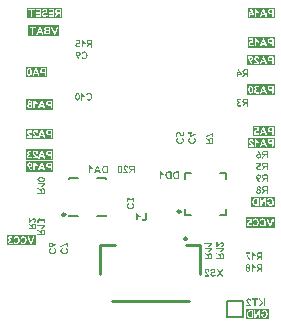
<source format=gbo>
G04*
G04 #@! TF.GenerationSoftware,Altium Limited,Altium Designer,19.1.9 (167)*
G04*
G04 Layer_Color=14277081*
%FSLAX24Y24*%
%MOIN*%
G70*
G01*
G75*
%ADD11C,0.0079*%
%ADD12C,0.0098*%
G36*
X2107Y10541D02*
Y10197D01*
X942D01*
Y10541D01*
X2107D01*
D02*
G37*
G36*
X2008Y9604D02*
X977D01*
Y9951D01*
X2008D01*
Y9604D01*
D02*
G37*
G36*
X1614Y8226D02*
X886D01*
Y8573D01*
X1614D01*
Y8226D01*
D02*
G37*
G36*
X1811Y7143D02*
X903D01*
Y7492D01*
X1811D01*
Y7143D01*
D02*
G37*
G36*
Y6159D02*
X891D01*
Y6506D01*
X1811D01*
Y6159D01*
D02*
G37*
G36*
Y5470D02*
X890D01*
Y5817D01*
X1811D01*
Y5470D01*
D02*
G37*
G36*
Y5076D02*
X903D01*
Y5426D01*
X1811D01*
Y5076D01*
D02*
G37*
G36*
X1220Y2618D02*
X257D01*
Y2963D01*
X1220D01*
Y2618D01*
D02*
G37*
G36*
X9193Y3209D02*
X8229D01*
Y3553D01*
X9193D01*
Y3209D01*
D02*
G37*
G36*
Y3898D02*
X8409D01*
Y4242D01*
X9193D01*
Y3898D01*
D02*
G37*
G36*
X9193Y5864D02*
X8286D01*
Y6213D01*
X9193D01*
Y5864D01*
D02*
G37*
G36*
Y6257D02*
X8465D01*
Y6602D01*
X9193D01*
Y6257D01*
D02*
G37*
G36*
Y7635D02*
X8273D01*
Y7982D01*
X9193D01*
Y7635D01*
D02*
G37*
G36*
Y8620D02*
X8273D01*
Y8966D01*
X9193D01*
Y8620D01*
D02*
G37*
G36*
Y9210D02*
X8285D01*
Y9559D01*
X9193D01*
Y9210D01*
D02*
G37*
G36*
Y10194D02*
X8293D01*
Y10544D01*
X9193D01*
Y10194D01*
D02*
G37*
G36*
X8328Y853D02*
X8333Y852D01*
X8338Y851D01*
X8343Y850D01*
X8348Y848D01*
X8352Y846D01*
X8356Y844D01*
X8360Y842D01*
X8363Y840D01*
X8366Y838D01*
X8369Y836D01*
X8371Y835D01*
X8373Y833D01*
X8374Y832D01*
X8375Y831D01*
X8375Y831D01*
X8379Y827D01*
X8383Y822D01*
X8386Y818D01*
X8388Y813D01*
X8391Y809D01*
X8392Y804D01*
X8394Y800D01*
X8395Y796D01*
X8396Y792D01*
X8397Y788D01*
X8397Y785D01*
X8398Y782D01*
Y780D01*
X8398Y778D01*
Y777D01*
Y777D01*
X8398Y773D01*
X8397Y770D01*
X8396Y768D01*
X8395Y766D01*
X8393Y764D01*
X8392Y762D01*
X8390Y761D01*
X8388Y760D01*
X8384Y758D01*
X8381Y757D01*
X8380D01*
X8379Y757D01*
X8378D01*
X8375Y757D01*
X8372Y758D01*
X8369Y759D01*
X8366Y760D01*
X8364Y762D01*
X8363Y763D01*
X8361Y765D01*
X8360Y767D01*
X8359Y770D01*
X8358Y774D01*
X8358Y775D01*
Y776D01*
Y776D01*
Y777D01*
X8357Y782D01*
X8356Y787D01*
X8355Y791D01*
X8352Y795D01*
X8350Y798D01*
X8349Y800D01*
X8348Y802D01*
X8347Y802D01*
X8343Y806D01*
X8339Y809D01*
X8335Y811D01*
X8331Y812D01*
X8327Y812D01*
X8325Y813D01*
X8323Y813D01*
X8322D01*
X8317Y813D01*
X8316Y812D01*
X8314Y812D01*
X8312Y812D01*
X8311Y811D01*
X8310Y811D01*
X8310D01*
X8306Y809D01*
X8302Y807D01*
X8299Y805D01*
X8296Y803D01*
X8294Y800D01*
X8292Y798D01*
X8290Y796D01*
X8289Y794D01*
X8288Y791D01*
X8287Y789D01*
X8287Y788D01*
X8286Y786D01*
Y785D01*
X8286Y784D01*
Y783D01*
Y783D01*
X8287Y778D01*
X8288Y773D01*
X8290Y767D01*
X8292Y761D01*
X8295Y755D01*
X8298Y750D01*
X8302Y744D01*
X8305Y738D01*
X8309Y733D01*
X8313Y727D01*
X8316Y723D01*
X8319Y719D01*
X8321Y716D01*
X8323Y713D01*
X8324Y711D01*
X8325Y711D01*
Y711D01*
X8338Y695D01*
X8352Y680D01*
X8358Y672D01*
X8364Y666D01*
X8369Y659D01*
X8375Y653D01*
X8380Y647D01*
X8384Y642D01*
X8388Y637D01*
X8391Y633D01*
X8394Y630D01*
X8396Y628D01*
X8397Y627D01*
X8397Y626D01*
X8400Y623D01*
X8401Y620D01*
X8402Y618D01*
X8403Y615D01*
X8403Y613D01*
X8404Y612D01*
Y611D01*
Y610D01*
X8403Y607D01*
X8403Y605D01*
X8402Y603D01*
X8400Y601D01*
X8399Y599D01*
X8397Y598D01*
X8393Y596D01*
X8389Y594D01*
X8385Y594D01*
X8384Y594D01*
X8262D01*
X8258Y594D01*
X8255Y594D01*
X8253Y595D01*
X8250Y597D01*
X8248Y598D01*
X8247Y600D01*
X8245Y602D01*
X8244Y604D01*
X8243Y607D01*
X8242Y610D01*
X8242Y612D01*
Y613D01*
Y613D01*
Y613D01*
X8242Y617D01*
X8243Y620D01*
X8244Y623D01*
X8245Y625D01*
X8246Y627D01*
X8248Y628D01*
X8250Y630D01*
X8252Y631D01*
X8256Y632D01*
X8259Y633D01*
X8260Y633D01*
X8340D01*
X8263Y729D01*
X8260Y733D01*
X8257Y737D01*
X8255Y741D01*
X8253Y745D01*
X8251Y749D01*
X8250Y753D01*
X8248Y761D01*
X8247Y764D01*
X8247Y767D01*
X8246Y770D01*
X8246Y772D01*
X8246Y774D01*
Y775D01*
Y776D01*
Y776D01*
X8246Y781D01*
X8246Y785D01*
X8248Y793D01*
X8250Y800D01*
X8251Y804D01*
X8252Y807D01*
X8254Y810D01*
X8255Y812D01*
X8256Y814D01*
X8257Y816D01*
X8258Y818D01*
X8258Y819D01*
X8259Y819D01*
X8259Y820D01*
X8262Y823D01*
X8264Y827D01*
X8271Y833D01*
X8277Y838D01*
X8283Y842D01*
X8288Y845D01*
X8290Y846D01*
X8293Y847D01*
X8294Y848D01*
X8295Y848D01*
X8296Y849D01*
X8296D01*
X8301Y850D01*
X8306Y851D01*
X8310Y852D01*
X8314Y852D01*
X8317Y853D01*
X8320Y853D01*
X8322D01*
X8328Y853D01*
D02*
G37*
G36*
X8841D02*
X8844Y852D01*
X8846Y851D01*
X8848Y850D01*
X8850Y849D01*
X8851Y849D01*
X8851Y848D01*
X8852Y848D01*
X8854Y846D01*
X8856Y843D01*
X8857Y840D01*
X8857Y838D01*
X8858Y836D01*
X8858Y834D01*
Y833D01*
Y833D01*
Y610D01*
X8858Y607D01*
X8857Y604D01*
X8856Y602D01*
X8855Y600D01*
X8854Y598D01*
X8853Y597D01*
X8852Y596D01*
X8852Y595D01*
X8850Y594D01*
X8847Y593D01*
X8845Y592D01*
X8843Y591D01*
X8841Y591D01*
X8840Y591D01*
X8838D01*
X8836Y591D01*
X8833Y591D01*
X8831Y592D01*
X8829Y593D01*
X8827Y594D01*
X8826Y595D01*
X8825Y595D01*
X8825Y595D01*
X8823Y598D01*
X8821Y600D01*
X8820Y603D01*
X8819Y605D01*
X8818Y607D01*
X8818Y609D01*
Y610D01*
Y610D01*
Y833D01*
X8818Y836D01*
X8819Y839D01*
X8820Y841D01*
X8821Y844D01*
X8823Y846D01*
X8824Y847D01*
X8825Y847D01*
X8825Y848D01*
X8827Y849D01*
X8829Y851D01*
X8832Y852D01*
X8834Y852D01*
X8836Y853D01*
X8837Y853D01*
X8838D01*
X8841Y853D01*
D02*
G37*
G36*
X8689D02*
X8692Y852D01*
X8694Y851D01*
X8697Y850D01*
X8698Y849D01*
X8700Y848D01*
X8700Y847D01*
X8701Y847D01*
X8805Y739D01*
X8807Y737D01*
X8808Y735D01*
X8809Y733D01*
X8810Y730D01*
X8810Y728D01*
X8810Y727D01*
Y726D01*
Y725D01*
X8810Y723D01*
X8810Y720D01*
X8809Y718D01*
X8808Y716D01*
X8807Y714D01*
X8806Y713D01*
X8806Y712D01*
X8805Y712D01*
X8701Y597D01*
X8699Y595D01*
X8696Y593D01*
X8694Y592D01*
X8691Y591D01*
X8690Y591D01*
X8688Y591D01*
X8686D01*
X8683Y591D01*
X8681Y591D01*
X8678Y592D01*
X8676Y594D01*
X8675Y594D01*
X8673Y595D01*
X8673Y596D01*
X8672Y596D01*
X8670Y598D01*
X8669Y601D01*
X8668Y603D01*
X8667Y606D01*
X8667Y607D01*
X8666Y609D01*
Y610D01*
Y610D01*
X8667Y613D01*
X8667Y616D01*
X8668Y618D01*
X8669Y620D01*
X8670Y622D01*
X8671Y623D01*
X8671Y624D01*
X8672Y624D01*
X8763Y725D01*
X8672Y819D01*
X8670Y821D01*
X8669Y823D01*
X8668Y826D01*
X8667Y828D01*
X8667Y830D01*
X8666Y831D01*
Y832D01*
Y833D01*
X8667Y836D01*
X8667Y838D01*
X8668Y841D01*
X8669Y843D01*
X8670Y844D01*
X8672Y846D01*
X8672Y847D01*
X8672Y847D01*
X8675Y849D01*
X8677Y850D01*
X8679Y852D01*
X8681Y852D01*
X8683Y853D01*
X8685Y853D01*
X8686D01*
X8689Y853D01*
D02*
G37*
G36*
X8619Y849D02*
X8622Y849D01*
X8624Y848D01*
X8626Y847D01*
X8628Y845D01*
X8630Y843D01*
X8631Y841D01*
X8633Y840D01*
X8634Y836D01*
X8635Y833D01*
Y832D01*
X8635Y831D01*
Y830D01*
Y830D01*
X8635Y826D01*
X8634Y823D01*
X8633Y820D01*
X8632Y818D01*
X8630Y816D01*
X8629Y815D01*
X8627Y813D01*
X8625Y812D01*
X8621Y811D01*
X8618Y810D01*
X8617D01*
X8616Y810D01*
X8553D01*
Y610D01*
X8553Y607D01*
X8552Y604D01*
X8551Y601D01*
X8550Y599D01*
X8548Y597D01*
X8547Y595D01*
X8545Y594D01*
X8543Y593D01*
X8539Y592D01*
X8536Y591D01*
X8534D01*
X8533Y591D01*
X8533D01*
X8529Y591D01*
X8526Y591D01*
X8523Y592D01*
X8521Y594D01*
X8519Y595D01*
X8518Y597D01*
X8516Y599D01*
X8515Y601D01*
X8514Y604D01*
X8513Y607D01*
X8513Y609D01*
Y610D01*
Y610D01*
Y610D01*
Y810D01*
X8450D01*
X8447Y810D01*
X8443Y811D01*
X8441Y812D01*
X8438Y813D01*
X8436Y814D01*
X8435Y816D01*
X8433Y818D01*
X8432Y820D01*
X8430Y823D01*
X8430Y827D01*
X8429Y828D01*
Y829D01*
Y829D01*
Y830D01*
X8430Y833D01*
X8430Y836D01*
X8431Y839D01*
X8433Y841D01*
X8434Y843D01*
X8436Y845D01*
X8438Y846D01*
X8440Y847D01*
X8444Y849D01*
X8447Y849D01*
X8448Y850D01*
X8615D01*
X8619Y849D01*
D02*
G37*
G36*
X8996Y157D02*
X8218D01*
Y499D01*
X8996D01*
Y157D01*
D02*
G37*
G36*
X4232Y5282D02*
X4237Y5281D01*
X4243Y5280D01*
X4248Y5279D01*
X4252Y5277D01*
X4257Y5275D01*
X4261Y5273D01*
X4264Y5271D01*
X4268Y5269D01*
X4271Y5267D01*
X4273Y5265D01*
X4275Y5264D01*
X4277Y5262D01*
X4278Y5261D01*
X4279Y5260D01*
X4279Y5260D01*
X4284Y5256D01*
X4287Y5251D01*
X4290Y5247D01*
X4293Y5242D01*
X4295Y5238D01*
X4297Y5233D01*
X4298Y5229D01*
X4299Y5225D01*
X4300Y5221D01*
X4301Y5217D01*
X4302Y5214D01*
X4302Y5212D01*
Y5209D01*
X4302Y5208D01*
Y5206D01*
Y5206D01*
X4302Y5203D01*
X4302Y5200D01*
X4300Y5197D01*
X4299Y5195D01*
X4298Y5193D01*
X4296Y5191D01*
X4294Y5190D01*
X4292Y5189D01*
X4289Y5187D01*
X4285Y5186D01*
X4284D01*
X4283Y5186D01*
X4282D01*
X4279Y5186D01*
X4276Y5187D01*
X4273Y5188D01*
X4271Y5189D01*
X4269Y5191D01*
X4267Y5192D01*
X4266Y5194D01*
X4265Y5196D01*
X4263Y5200D01*
X4262Y5203D01*
X4262Y5204D01*
Y5205D01*
Y5206D01*
Y5206D01*
X4262Y5211D01*
X4261Y5216D01*
X4259Y5221D01*
X4257Y5224D01*
X4255Y5227D01*
X4253Y5230D01*
X4252Y5231D01*
X4252Y5232D01*
X4247Y5235D01*
X4243Y5238D01*
X4239Y5240D01*
X4235Y5241D01*
X4232Y5242D01*
X4229Y5242D01*
X4228Y5242D01*
X4226D01*
X4222Y5242D01*
X4220Y5242D01*
X4218Y5241D01*
X4217Y5241D01*
X4216Y5240D01*
X4215Y5240D01*
X4214D01*
X4210Y5238D01*
X4207Y5236D01*
X4203Y5234D01*
X4200Y5232D01*
X4198Y5230D01*
X4196Y5227D01*
X4195Y5225D01*
X4193Y5223D01*
X4192Y5221D01*
X4192Y5218D01*
X4191Y5217D01*
X4191Y5215D01*
Y5214D01*
X4190Y5213D01*
Y5212D01*
Y5212D01*
X4191Y5207D01*
X4192Y5202D01*
X4194Y5196D01*
X4196Y5191D01*
X4199Y5185D01*
X4203Y5179D01*
X4206Y5173D01*
X4210Y5167D01*
X4213Y5162D01*
X4217Y5156D01*
X4220Y5152D01*
X4223Y5148D01*
X4226Y5145D01*
X4228Y5142D01*
X4229Y5141D01*
X4229Y5140D01*
Y5140D01*
X4243Y5124D01*
X4256Y5109D01*
X4262Y5102D01*
X4268Y5095D01*
X4274Y5088D01*
X4279Y5082D01*
X4284Y5076D01*
X4288Y5071D01*
X4292Y5066D01*
X4296Y5063D01*
X4298Y5059D01*
X4300Y5057D01*
X4301Y5056D01*
X4302Y5055D01*
X4304Y5052D01*
X4305Y5049D01*
X4306Y5047D01*
X4307Y5045D01*
X4308Y5043D01*
X4308Y5041D01*
Y5040D01*
Y5040D01*
X4308Y5037D01*
X4307Y5034D01*
X4306Y5032D01*
X4305Y5030D01*
X4303Y5028D01*
X4301Y5027D01*
X4297Y5025D01*
X4293Y5024D01*
X4290Y5023D01*
X4288Y5023D01*
X4166D01*
X4163Y5023D01*
X4160Y5024D01*
X4157Y5025D01*
X4155Y5026D01*
X4153Y5027D01*
X4151Y5029D01*
X4150Y5031D01*
X4149Y5033D01*
X4147Y5036D01*
X4146Y5040D01*
X4146Y5041D01*
Y5042D01*
Y5042D01*
Y5043D01*
X4146Y5046D01*
X4147Y5049D01*
X4148Y5052D01*
X4149Y5054D01*
X4151Y5056D01*
X4152Y5058D01*
X4154Y5059D01*
X4156Y5060D01*
X4160Y5061D01*
X4163Y5062D01*
X4164Y5063D01*
X4244D01*
X4167Y5158D01*
X4164Y5162D01*
X4162Y5166D01*
X4159Y5170D01*
X4157Y5174D01*
X4156Y5179D01*
X4154Y5182D01*
X4152Y5190D01*
X4152Y5193D01*
X4151Y5196D01*
X4151Y5199D01*
X4151Y5201D01*
X4150Y5203D01*
Y5205D01*
Y5205D01*
Y5206D01*
X4151Y5210D01*
X4151Y5214D01*
X4152Y5222D01*
X4154Y5230D01*
X4155Y5233D01*
X4157Y5236D01*
X4158Y5239D01*
X4159Y5241D01*
X4160Y5244D01*
X4161Y5245D01*
X4162Y5247D01*
X4163Y5248D01*
X4163Y5248D01*
X4163Y5249D01*
X4166Y5253D01*
X4169Y5256D01*
X4175Y5262D01*
X4181Y5267D01*
X4187Y5271D01*
X4193Y5274D01*
X4195Y5275D01*
X4197Y5276D01*
X4199Y5277D01*
X4200Y5277D01*
X4200Y5278D01*
X4201D01*
X4205Y5279D01*
X4210Y5280D01*
X4214Y5281D01*
X4218Y5281D01*
X4222Y5282D01*
X4224Y5282D01*
X4226D01*
X4232Y5282D01*
D02*
G37*
G36*
X4511Y5278D02*
X4513Y5278D01*
X4516Y5277D01*
X4518Y5276D01*
X4519Y5275D01*
X4521Y5274D01*
X4522Y5273D01*
X4522Y5273D01*
X4524Y5271D01*
X4525Y5268D01*
X4526Y5266D01*
X4527Y5263D01*
X4528Y5262D01*
X4528Y5260D01*
Y5259D01*
Y5259D01*
Y5040D01*
X4528Y5037D01*
X4527Y5034D01*
X4526Y5031D01*
X4525Y5029D01*
X4524Y5027D01*
X4523Y5026D01*
X4522Y5025D01*
X4522Y5025D01*
X4520Y5023D01*
X4517Y5022D01*
X4515Y5021D01*
X4513Y5020D01*
X4511Y5020D01*
X4509Y5020D01*
X4508D01*
X4505Y5020D01*
X4502Y5020D01*
X4499Y5021D01*
X4497Y5022D01*
X4496Y5024D01*
X4495Y5024D01*
X4494Y5025D01*
X4493Y5025D01*
X4492Y5027D01*
X4490Y5030D01*
X4489Y5032D01*
X4489Y5034D01*
X4488Y5037D01*
X4488Y5038D01*
Y5039D01*
Y5040D01*
Y5127D01*
X4445D01*
X4370Y5028D01*
X4368Y5025D01*
X4365Y5023D01*
X4362Y5021D01*
X4360Y5020D01*
X4358Y5020D01*
X4356Y5020D01*
X4355Y5019D01*
X4355D01*
X4352Y5020D01*
X4349Y5020D01*
X4347Y5021D01*
X4344Y5022D01*
X4343Y5023D01*
X4341Y5024D01*
X4341Y5025D01*
X4340Y5025D01*
X4338Y5028D01*
X4337Y5030D01*
X4336Y5032D01*
X4335Y5034D01*
X4334Y5036D01*
X4334Y5038D01*
Y5039D01*
Y5039D01*
X4334Y5041D01*
X4335Y5044D01*
X4336Y5047D01*
X4338Y5050D01*
X4340Y5054D01*
X4342Y5057D01*
X4347Y5065D01*
X4350Y5069D01*
X4352Y5072D01*
X4354Y5075D01*
X4356Y5078D01*
X4358Y5080D01*
X4359Y5082D01*
X4360Y5083D01*
X4360Y5084D01*
X4367Y5092D01*
X4373Y5100D01*
X4379Y5108D01*
X4385Y5114D01*
X4387Y5117D01*
X4389Y5120D01*
X4391Y5123D01*
X4392Y5125D01*
X4394Y5126D01*
X4395Y5127D01*
X4395Y5128D01*
X4395Y5128D01*
X4391Y5129D01*
X4386Y5131D01*
X4377Y5135D01*
X4374Y5137D01*
X4370Y5139D01*
X4367Y5141D01*
X4364Y5144D01*
X4361Y5146D01*
X4359Y5148D01*
X4357Y5150D01*
X4355Y5152D01*
X4353Y5153D01*
X4353Y5154D01*
X4352Y5155D01*
X4352Y5155D01*
X4349Y5159D01*
X4346Y5163D01*
X4344Y5167D01*
X4342Y5171D01*
X4340Y5175D01*
X4339Y5179D01*
X4336Y5187D01*
X4336Y5190D01*
X4335Y5193D01*
X4335Y5196D01*
X4335Y5199D01*
X4334Y5200D01*
Y5202D01*
Y5203D01*
Y5203D01*
X4335Y5209D01*
X4335Y5214D01*
X4336Y5219D01*
X4338Y5224D01*
X4339Y5229D01*
X4341Y5233D01*
X4343Y5238D01*
X4345Y5241D01*
X4348Y5245D01*
X4350Y5248D01*
X4351Y5250D01*
X4353Y5252D01*
X4354Y5254D01*
X4356Y5255D01*
X4356Y5256D01*
X4357Y5256D01*
X4361Y5260D01*
X4365Y5264D01*
X4370Y5267D01*
X4374Y5269D01*
X4379Y5271D01*
X4383Y5273D01*
X4388Y5275D01*
X4392Y5276D01*
X4396Y5277D01*
X4399Y5278D01*
X4402Y5278D01*
X4405Y5278D01*
X4407D01*
X4409Y5279D01*
X4508D01*
X4511Y5278D01*
D02*
G37*
G36*
X4041Y5282D02*
X4047Y5281D01*
X4053Y5279D01*
X4058Y5277D01*
X4063Y5274D01*
X4067Y5272D01*
X4071Y5269D01*
X4075Y5266D01*
X4078Y5263D01*
X4081Y5260D01*
X4083Y5257D01*
X4085Y5254D01*
X4087Y5252D01*
X4088Y5251D01*
X4088Y5250D01*
X4089Y5249D01*
X4093Y5241D01*
X4097Y5232D01*
X4100Y5223D01*
X4103Y5215D01*
X4105Y5206D01*
X4108Y5198D01*
X4109Y5190D01*
X4110Y5183D01*
X4112Y5176D01*
X4112Y5170D01*
X4113Y5164D01*
X4113Y5160D01*
Y5156D01*
X4114Y5153D01*
Y5152D01*
Y5151D01*
Y5151D01*
Y5151D01*
X4113Y5141D01*
X4113Y5131D01*
X4111Y5122D01*
X4110Y5113D01*
X4108Y5104D01*
X4106Y5096D01*
X4104Y5088D01*
X4101Y5081D01*
X4099Y5075D01*
X4096Y5069D01*
X4094Y5064D01*
X4092Y5060D01*
X4091Y5057D01*
X4090Y5054D01*
X4089Y5052D01*
X4089Y5052D01*
X4085Y5046D01*
X4081Y5041D01*
X4077Y5037D01*
X4072Y5033D01*
X4068Y5030D01*
X4063Y5028D01*
X4059Y5025D01*
X4054Y5024D01*
X4050Y5022D01*
X4046Y5021D01*
X4043Y5021D01*
X4040Y5020D01*
X4037Y5020D01*
X4035Y5020D01*
X4034D01*
X4027Y5020D01*
X4021Y5021D01*
X4015Y5023D01*
X4009Y5025D01*
X4004Y5027D01*
X4000Y5030D01*
X3996Y5033D01*
X3992Y5036D01*
X3989Y5039D01*
X3986Y5042D01*
X3984Y5045D01*
X3982Y5047D01*
X3981Y5049D01*
X3980Y5051D01*
X3979Y5052D01*
X3979Y5052D01*
X3974Y5061D01*
X3971Y5069D01*
X3967Y5078D01*
X3964Y5087D01*
X3962Y5095D01*
X3960Y5103D01*
X3958Y5111D01*
X3957Y5119D01*
X3956Y5125D01*
X3955Y5132D01*
X3955Y5137D01*
X3954Y5142D01*
Y5146D01*
X3954Y5148D01*
Y5149D01*
Y5150D01*
Y5150D01*
Y5151D01*
X3954Y5161D01*
X3955Y5170D01*
X3956Y5179D01*
X3958Y5188D01*
X3959Y5197D01*
X3962Y5205D01*
X3964Y5213D01*
X3966Y5220D01*
X3969Y5226D01*
X3971Y5232D01*
X3973Y5237D01*
X3975Y5241D01*
X3976Y5245D01*
X3978Y5247D01*
X3979Y5249D01*
X3979Y5249D01*
X3982Y5255D01*
X3986Y5260D01*
X3991Y5265D01*
X3995Y5268D01*
X4000Y5271D01*
X4004Y5274D01*
X4009Y5276D01*
X4013Y5278D01*
X4017Y5279D01*
X4021Y5280D01*
X4025Y5281D01*
X4028Y5281D01*
X4030Y5282D01*
X4032Y5282D01*
X4034D01*
X4041Y5282D01*
D02*
G37*
G36*
X8441Y1997D02*
X8444Y1996D01*
X8447Y1994D01*
X8450Y1993D01*
X8452Y1991D01*
X8454Y1990D01*
X8455Y1989D01*
X8455Y1989D01*
X8554Y1896D01*
X8556Y1894D01*
X8558Y1891D01*
X8559Y1889D01*
X8560Y1887D01*
X8561Y1885D01*
X8561Y1883D01*
Y1882D01*
Y1882D01*
X8561Y1879D01*
X8560Y1876D01*
X8559Y1874D01*
X8558Y1872D01*
X8557Y1870D01*
X8556Y1869D01*
X8555Y1868D01*
X8555Y1867D01*
X8552Y1865D01*
X8550Y1864D01*
X8548Y1863D01*
X8546Y1862D01*
X8544Y1861D01*
X8542Y1861D01*
X8541D01*
X8538Y1861D01*
X8535Y1862D01*
X8533Y1863D01*
X8531Y1864D01*
X8529Y1865D01*
X8528Y1866D01*
X8527Y1867D01*
X8527Y1867D01*
X8461Y1929D01*
Y1752D01*
X8461Y1749D01*
X8461Y1746D01*
X8460Y1743D01*
X8458Y1741D01*
X8457Y1739D01*
X8455Y1737D01*
X8453Y1736D01*
X8451Y1735D01*
X8448Y1733D01*
X8445Y1733D01*
X8443D01*
X8442Y1732D01*
X8442D01*
X8438Y1733D01*
X8435Y1733D01*
X8432Y1734D01*
X8430Y1735D01*
X8428Y1737D01*
X8426Y1739D01*
X8425Y1740D01*
X8424Y1742D01*
X8422Y1746D01*
X8422Y1749D01*
X8421Y1750D01*
Y1751D01*
Y1752D01*
Y1752D01*
Y1974D01*
X8422Y1978D01*
X8422Y1982D01*
X8423Y1985D01*
X8424Y1987D01*
X8425Y1989D01*
X8427Y1991D01*
X8428Y1993D01*
X8430Y1994D01*
X8433Y1996D01*
X8436Y1997D01*
X8437D01*
X8437Y1997D01*
X8438D01*
X8441Y1997D01*
D02*
G37*
G36*
X8763Y1991D02*
X8765Y1991D01*
X8768Y1989D01*
X8770Y1988D01*
X8771Y1987D01*
X8773Y1986D01*
X8774Y1986D01*
X8774Y1985D01*
X8776Y1983D01*
X8777Y1981D01*
X8778Y1978D01*
X8779Y1976D01*
X8780Y1974D01*
X8780Y1973D01*
Y1972D01*
Y1971D01*
Y1752D01*
X8780Y1749D01*
X8779Y1746D01*
X8778Y1744D01*
X8777Y1742D01*
X8776Y1740D01*
X8775Y1739D01*
X8774Y1738D01*
X8774Y1738D01*
X8772Y1736D01*
X8769Y1734D01*
X8767Y1734D01*
X8765Y1733D01*
X8763Y1733D01*
X8761Y1732D01*
X8760D01*
X8757Y1733D01*
X8754Y1733D01*
X8751Y1734D01*
X8749Y1735D01*
X8748Y1736D01*
X8746Y1737D01*
X8746Y1737D01*
X8745Y1738D01*
X8743Y1740D01*
X8742Y1742D01*
X8741Y1745D01*
X8740Y1747D01*
X8740Y1749D01*
X8740Y1751D01*
Y1752D01*
Y1752D01*
Y1839D01*
X8697D01*
X8622Y1740D01*
X8620Y1737D01*
X8617Y1736D01*
X8614Y1734D01*
X8612Y1733D01*
X8610Y1733D01*
X8608Y1732D01*
X8607Y1732D01*
X8607D01*
X8604Y1732D01*
X8601Y1733D01*
X8599Y1734D01*
X8596Y1735D01*
X8595Y1736D01*
X8593Y1737D01*
X8593Y1737D01*
X8592Y1738D01*
X8590Y1740D01*
X8589Y1742D01*
X8588Y1745D01*
X8587Y1747D01*
X8586Y1749D01*
X8586Y1751D01*
Y1752D01*
Y1752D01*
X8586Y1754D01*
X8587Y1756D01*
X8588Y1759D01*
X8590Y1763D01*
X8592Y1766D01*
X8594Y1770D01*
X8599Y1777D01*
X8602Y1781D01*
X8604Y1784D01*
X8606Y1788D01*
X8608Y1790D01*
X8610Y1793D01*
X8611Y1795D01*
X8612Y1796D01*
X8612Y1796D01*
X8619Y1805D01*
X8625Y1813D01*
X8631Y1820D01*
X8636Y1827D01*
X8639Y1830D01*
X8641Y1833D01*
X8643Y1835D01*
X8644Y1837D01*
X8646Y1839D01*
X8647Y1840D01*
X8647Y1841D01*
X8647Y1841D01*
X8642Y1842D01*
X8638Y1844D01*
X8629Y1847D01*
X8626Y1849D01*
X8622Y1852D01*
X8619Y1854D01*
X8616Y1856D01*
X8613Y1858D01*
X8611Y1860D01*
X8609Y1862D01*
X8607Y1864D01*
X8605Y1866D01*
X8605Y1867D01*
X8604Y1867D01*
X8604Y1867D01*
X8601Y1872D01*
X8598Y1876D01*
X8596Y1880D01*
X8594Y1884D01*
X8592Y1888D01*
X8591Y1892D01*
X8588Y1899D01*
X8588Y1903D01*
X8587Y1906D01*
X8587Y1909D01*
X8587Y1911D01*
X8586Y1913D01*
Y1914D01*
Y1915D01*
Y1915D01*
X8587Y1921D01*
X8587Y1927D01*
X8588Y1932D01*
X8590Y1937D01*
X8591Y1942D01*
X8593Y1946D01*
X8595Y1950D01*
X8597Y1954D01*
X8600Y1957D01*
X8602Y1960D01*
X8603Y1963D01*
X8605Y1965D01*
X8606Y1967D01*
X8608Y1968D01*
X8608Y1969D01*
X8609Y1969D01*
X8613Y1973D01*
X8617Y1976D01*
X8622Y1979D01*
X8626Y1982D01*
X8631Y1984D01*
X8635Y1986D01*
X8640Y1987D01*
X8644Y1989D01*
X8648Y1989D01*
X8651Y1990D01*
X8654Y1991D01*
X8657Y1991D01*
X8659D01*
X8661Y1991D01*
X8760D01*
X8763Y1991D01*
D02*
G37*
G36*
X8304Y1994D02*
X8309Y1994D01*
X8314Y1993D01*
X8319Y1991D01*
X8323Y1990D01*
X8327Y1988D01*
X8331Y1986D01*
X8335Y1984D01*
X8338Y1982D01*
X8341Y1980D01*
X8343Y1979D01*
X8345Y1977D01*
X8347Y1976D01*
X8348Y1974D01*
X8349Y1974D01*
X8349Y1974D01*
X8353Y1970D01*
X8356Y1965D01*
X8359Y1961D01*
X8361Y1957D01*
X8363Y1953D01*
X8365Y1948D01*
X8366Y1945D01*
X8367Y1941D01*
X8368Y1937D01*
X8369Y1934D01*
X8369Y1931D01*
X8369Y1928D01*
Y1926D01*
X8370Y1925D01*
Y1924D01*
Y1923D01*
X8369Y1918D01*
X8369Y1913D01*
X8368Y1908D01*
X8367Y1903D01*
X8365Y1899D01*
X8363Y1895D01*
X8362Y1891D01*
X8360Y1888D01*
X8358Y1884D01*
X8356Y1882D01*
X8354Y1879D01*
X8353Y1877D01*
X8352Y1876D01*
X8351Y1875D01*
X8350Y1874D01*
X8350Y1874D01*
X8355Y1869D01*
X8359Y1864D01*
X8363Y1859D01*
X8366Y1854D01*
X8369Y1849D01*
X8371Y1844D01*
X8373Y1839D01*
X8375Y1834D01*
X8376Y1829D01*
X8377Y1825D01*
X8378Y1822D01*
X8378Y1818D01*
X8378Y1816D01*
X8378Y1814D01*
Y1813D01*
Y1812D01*
X8378Y1806D01*
X8377Y1800D01*
X8376Y1795D01*
X8375Y1789D01*
X8373Y1784D01*
X8371Y1780D01*
X8369Y1775D01*
X8367Y1771D01*
X8365Y1768D01*
X8362Y1765D01*
X8360Y1762D01*
X8359Y1760D01*
X8357Y1758D01*
X8356Y1757D01*
X8355Y1756D01*
X8355Y1755D01*
X8350Y1751D01*
X8346Y1748D01*
X8341Y1745D01*
X8336Y1742D01*
X8331Y1740D01*
X8327Y1738D01*
X8322Y1736D01*
X8318Y1735D01*
X8314Y1734D01*
X8310Y1734D01*
X8307Y1733D01*
X8304Y1733D01*
X8302D01*
X8300Y1732D01*
X8298D01*
X8292Y1733D01*
X8286Y1733D01*
X8281Y1734D01*
X8276Y1736D01*
X8271Y1738D01*
X8266Y1740D01*
X8262Y1742D01*
X8258Y1744D01*
X8254Y1746D01*
X8251Y1748D01*
X8248Y1750D01*
X8246Y1752D01*
X8244Y1753D01*
X8243Y1754D01*
X8242Y1755D01*
X8242Y1755D01*
X8238Y1760D01*
X8234Y1765D01*
X8231Y1769D01*
X8228Y1774D01*
X8226Y1779D01*
X8224Y1784D01*
X8223Y1788D01*
X8222Y1793D01*
X8220Y1797D01*
X8220Y1800D01*
X8219Y1804D01*
X8219Y1807D01*
Y1809D01*
X8219Y1811D01*
Y1812D01*
Y1812D01*
X8219Y1819D01*
X8220Y1825D01*
X8221Y1832D01*
X8223Y1838D01*
X8225Y1843D01*
X8228Y1848D01*
X8230Y1853D01*
X8233Y1857D01*
X8236Y1861D01*
X8238Y1864D01*
X8241Y1867D01*
X8243Y1869D01*
X8245Y1871D01*
X8246Y1873D01*
X8247Y1873D01*
X8247Y1874D01*
X8244Y1878D01*
X8241Y1882D01*
X8238Y1886D01*
X8236Y1890D01*
X8234Y1894D01*
X8232Y1899D01*
X8231Y1903D01*
X8230Y1906D01*
X8229Y1910D01*
X8229Y1913D01*
X8228Y1916D01*
X8228Y1918D01*
X8228Y1921D01*
Y1922D01*
Y1923D01*
Y1923D01*
X8228Y1929D01*
X8228Y1934D01*
X8229Y1939D01*
X8231Y1944D01*
X8232Y1948D01*
X8234Y1952D01*
X8236Y1956D01*
X8238Y1960D01*
X8240Y1963D01*
X8242Y1965D01*
X8244Y1968D01*
X8245Y1970D01*
X8247Y1971D01*
X8248Y1973D01*
X8248Y1973D01*
X8249Y1974D01*
X8253Y1977D01*
X8257Y1980D01*
X8261Y1983D01*
X8265Y1986D01*
X8269Y1988D01*
X8273Y1989D01*
X8277Y1991D01*
X8281Y1992D01*
X8285Y1993D01*
X8288Y1994D01*
X8291Y1994D01*
X8294Y1994D01*
X8296Y1995D01*
X8299D01*
X8304Y1994D01*
D02*
G37*
G36*
X8441Y2390D02*
X8444Y2389D01*
X8447Y2388D01*
X8450Y2387D01*
X8452Y2385D01*
X8454Y2384D01*
X8455Y2383D01*
X8455Y2383D01*
X8554Y2290D01*
X8556Y2288D01*
X8558Y2285D01*
X8559Y2283D01*
X8560Y2280D01*
X8561Y2279D01*
X8561Y2277D01*
Y2276D01*
Y2276D01*
X8561Y2273D01*
X8560Y2270D01*
X8559Y2267D01*
X8558Y2265D01*
X8557Y2264D01*
X8556Y2262D01*
X8555Y2261D01*
X8555Y2261D01*
X8552Y2259D01*
X8550Y2258D01*
X8548Y2256D01*
X8546Y2256D01*
X8544Y2255D01*
X8542Y2255D01*
X8541D01*
X8538Y2255D01*
X8535Y2256D01*
X8533Y2257D01*
X8531Y2258D01*
X8529Y2259D01*
X8528Y2260D01*
X8527Y2260D01*
X8527Y2261D01*
X8461Y2322D01*
Y2146D01*
X8461Y2142D01*
X8461Y2139D01*
X8460Y2137D01*
X8458Y2134D01*
X8457Y2133D01*
X8455Y2131D01*
X8453Y2130D01*
X8451Y2128D01*
X8448Y2127D01*
X8445Y2126D01*
X8443D01*
X8442Y2126D01*
X8442D01*
X8438Y2126D01*
X8435Y2127D01*
X8432Y2128D01*
X8430Y2129D01*
X8428Y2131D01*
X8426Y2132D01*
X8425Y2134D01*
X8424Y2136D01*
X8422Y2140D01*
X8422Y2143D01*
X8421Y2144D01*
Y2145D01*
Y2146D01*
Y2146D01*
Y2368D01*
X8422Y2372D01*
X8422Y2376D01*
X8423Y2379D01*
X8424Y2381D01*
X8425Y2383D01*
X8427Y2385D01*
X8428Y2386D01*
X8430Y2388D01*
X8433Y2389D01*
X8436Y2390D01*
X8437D01*
X8437Y2391D01*
X8438D01*
X8441Y2390D01*
D02*
G37*
G36*
X8763Y2385D02*
X8765Y2384D01*
X8768Y2383D01*
X8770Y2382D01*
X8771Y2381D01*
X8773Y2380D01*
X8774Y2379D01*
X8774Y2379D01*
X8776Y2377D01*
X8777Y2374D01*
X8778Y2372D01*
X8779Y2370D01*
X8780Y2368D01*
X8780Y2367D01*
Y2365D01*
Y2365D01*
Y2146D01*
X8780Y2143D01*
X8779Y2140D01*
X8778Y2137D01*
X8777Y2136D01*
X8776Y2134D01*
X8775Y2133D01*
X8774Y2132D01*
X8774Y2131D01*
X8772Y2130D01*
X8769Y2128D01*
X8767Y2127D01*
X8765Y2127D01*
X8763Y2126D01*
X8761Y2126D01*
X8760D01*
X8757Y2126D01*
X8754Y2127D01*
X8751Y2128D01*
X8749Y2129D01*
X8748Y2130D01*
X8746Y2131D01*
X8746Y2131D01*
X8745Y2131D01*
X8743Y2134D01*
X8742Y2136D01*
X8741Y2139D01*
X8740Y2141D01*
X8740Y2143D01*
X8740Y2145D01*
Y2146D01*
Y2146D01*
Y2233D01*
X8697D01*
X8622Y2134D01*
X8620Y2131D01*
X8617Y2129D01*
X8614Y2128D01*
X8612Y2127D01*
X8610Y2126D01*
X8608Y2126D01*
X8607Y2126D01*
X8607D01*
X8604Y2126D01*
X8601Y2127D01*
X8599Y2128D01*
X8596Y2129D01*
X8595Y2130D01*
X8593Y2131D01*
X8593Y2131D01*
X8592Y2131D01*
X8590Y2134D01*
X8589Y2136D01*
X8588Y2139D01*
X8587Y2141D01*
X8586Y2143D01*
X8586Y2144D01*
Y2145D01*
Y2146D01*
X8586Y2148D01*
X8587Y2150D01*
X8588Y2153D01*
X8590Y2156D01*
X8592Y2160D01*
X8594Y2164D01*
X8599Y2171D01*
X8602Y2175D01*
X8604Y2178D01*
X8606Y2181D01*
X8608Y2184D01*
X8610Y2187D01*
X8611Y2188D01*
X8612Y2190D01*
X8612Y2190D01*
X8619Y2198D01*
X8625Y2206D01*
X8631Y2214D01*
X8636Y2221D01*
X8639Y2224D01*
X8641Y2226D01*
X8643Y2229D01*
X8644Y2231D01*
X8646Y2232D01*
X8647Y2234D01*
X8647Y2234D01*
X8647Y2235D01*
X8642Y2236D01*
X8638Y2237D01*
X8629Y2241D01*
X8626Y2243D01*
X8622Y2245D01*
X8619Y2247D01*
X8616Y2250D01*
X8613Y2252D01*
X8611Y2254D01*
X8609Y2256D01*
X8607Y2258D01*
X8605Y2259D01*
X8605Y2260D01*
X8604Y2261D01*
X8604Y2261D01*
X8601Y2265D01*
X8598Y2269D01*
X8596Y2273D01*
X8594Y2278D01*
X8592Y2282D01*
X8591Y2286D01*
X8588Y2293D01*
X8588Y2297D01*
X8587Y2300D01*
X8587Y2302D01*
X8587Y2305D01*
X8586Y2306D01*
Y2308D01*
Y2309D01*
Y2309D01*
X8587Y2315D01*
X8587Y2320D01*
X8588Y2326D01*
X8590Y2331D01*
X8591Y2335D01*
X8593Y2340D01*
X8595Y2344D01*
X8597Y2348D01*
X8600Y2351D01*
X8602Y2354D01*
X8603Y2357D01*
X8605Y2359D01*
X8606Y2360D01*
X8608Y2362D01*
X8608Y2362D01*
X8609Y2363D01*
X8613Y2367D01*
X8617Y2370D01*
X8622Y2373D01*
X8626Y2376D01*
X8631Y2378D01*
X8635Y2380D01*
X8640Y2381D01*
X8644Y2382D01*
X8648Y2383D01*
X8651Y2384D01*
X8654Y2385D01*
X8657Y2385D01*
X8659D01*
X8661Y2385D01*
X8760D01*
X8763Y2385D01*
D02*
G37*
G36*
X8365D02*
X8368Y2384D01*
X8371Y2383D01*
X8373Y2382D01*
X8375Y2380D01*
X8376Y2379D01*
X8378Y2377D01*
X8379Y2375D01*
X8380Y2371D01*
X8381Y2368D01*
Y2367D01*
X8381Y2366D01*
Y2365D01*
Y2365D01*
X8381Y2362D01*
X8380Y2359D01*
X8379Y2356D01*
X8378Y2354D01*
X8377Y2352D01*
X8375Y2350D01*
X8373Y2349D01*
X8371Y2348D01*
X8368Y2346D01*
X8364Y2345D01*
X8363D01*
X8362Y2345D01*
X8281D01*
X8370Y2154D01*
X8371Y2151D01*
X8372Y2148D01*
X8372Y2147D01*
Y2146D01*
Y2146D01*
Y2145D01*
X8372Y2142D01*
X8371Y2140D01*
X8370Y2137D01*
X8369Y2135D01*
X8368Y2134D01*
X8367Y2133D01*
X8366Y2132D01*
X8366Y2131D01*
X8363Y2130D01*
X8361Y2128D01*
X8358Y2127D01*
X8356Y2127D01*
X8354Y2126D01*
X8352Y2126D01*
X8351D01*
X8347Y2127D01*
X8343Y2128D01*
X8340Y2130D01*
X8338Y2132D01*
X8336Y2134D01*
X8335Y2136D01*
X8334Y2137D01*
X8333Y2137D01*
X8231Y2357D01*
X8230Y2361D01*
X8229Y2364D01*
X8229Y2366D01*
Y2367D01*
Y2368D01*
Y2368D01*
X8229Y2371D01*
X8229Y2374D01*
X8231Y2376D01*
X8232Y2378D01*
X8234Y2380D01*
X8235Y2381D01*
X8239Y2383D01*
X8243Y2384D01*
X8246Y2385D01*
X8247Y2385D01*
X8361D01*
X8365Y2385D01*
D02*
G37*
G36*
X2772Y9477D02*
X2775Y9476D01*
X2778Y9475D01*
X2780Y9473D01*
X2783Y9472D01*
X2784Y9471D01*
X2785Y9469D01*
X2786Y9469D01*
X2885Y9377D01*
X2887Y9374D01*
X2889Y9372D01*
X2890Y9369D01*
X2891Y9367D01*
X2891Y9365D01*
X2892Y9364D01*
Y9362D01*
Y9362D01*
X2891Y9359D01*
X2891Y9356D01*
X2890Y9354D01*
X2889Y9352D01*
X2887Y9350D01*
X2886Y9349D01*
X2886Y9348D01*
X2886Y9348D01*
X2883Y9346D01*
X2881Y9344D01*
X2878Y9343D01*
X2876Y9342D01*
X2874Y9342D01*
X2873Y9341D01*
X2871D01*
X2869Y9342D01*
X2866Y9342D01*
X2864Y9343D01*
X2862Y9344D01*
X2860Y9345D01*
X2859Y9346D01*
X2858Y9347D01*
X2858Y9347D01*
X2792Y9409D01*
Y9233D01*
X2792Y9229D01*
X2791Y9226D01*
X2790Y9223D01*
X2789Y9221D01*
X2788Y9219D01*
X2786Y9218D01*
X2784Y9216D01*
X2782Y9215D01*
X2779Y9214D01*
X2775Y9213D01*
X2774D01*
X2773Y9213D01*
X2772D01*
X2769Y9213D01*
X2766Y9213D01*
X2763Y9215D01*
X2761Y9216D01*
X2759Y9217D01*
X2757Y9219D01*
X2756Y9221D01*
X2755Y9223D01*
X2753Y9226D01*
X2752Y9230D01*
X2752Y9231D01*
Y9232D01*
Y9232D01*
Y9233D01*
Y9455D01*
X2752Y9459D01*
X2753Y9462D01*
X2754Y9465D01*
X2755Y9468D01*
X2756Y9470D01*
X2758Y9472D01*
X2759Y9473D01*
X2761Y9474D01*
X2764Y9476D01*
X2766Y9477D01*
X2767D01*
X2768Y9477D01*
X2769D01*
X2772Y9477D01*
D02*
G37*
G36*
X2676Y9471D02*
X2678Y9471D01*
X2680Y9470D01*
X2683Y9469D01*
X2685Y9468D01*
X2687Y9466D01*
X2688Y9465D01*
X2688Y9465D01*
X2689Y9463D01*
X2690Y9462D01*
X2691Y9460D01*
X2693Y9457D01*
X2693Y9455D01*
X2693Y9452D01*
Y9357D01*
Y9357D01*
Y9356D01*
X2693Y9355D01*
X2693Y9353D01*
X2692Y9350D01*
X2691Y9348D01*
X2689Y9346D01*
X2687Y9343D01*
X2687Y9343D01*
X2686Y9343D01*
X2685Y9341D01*
X2683Y9340D01*
X2681Y9339D01*
X2679Y9338D01*
X2676Y9338D01*
X2673Y9337D01*
X2628D01*
X2627Y9337D01*
X2625D01*
X2624Y9337D01*
X2619Y9336D01*
X2615Y9335D01*
X2610Y9333D01*
X2605Y9330D01*
X2601Y9326D01*
X2600Y9326D01*
X2599Y9324D01*
X2597Y9322D01*
X2595Y9318D01*
X2593Y9314D01*
X2591Y9309D01*
X2590Y9303D01*
X2589Y9296D01*
Y9296D01*
Y9296D01*
Y9295D01*
X2589Y9293D01*
Y9292D01*
X2590Y9290D01*
X2590Y9286D01*
X2592Y9281D01*
X2594Y9276D01*
X2597Y9271D01*
X2601Y9267D01*
X2601Y9266D01*
X2602Y9265D01*
X2605Y9263D01*
X2608Y9261D01*
X2613Y9259D01*
X2618Y9257D01*
X2623Y9256D01*
X2630Y9255D01*
X2690D01*
X2692Y9255D01*
X2694Y9255D01*
X2697Y9254D01*
X2699Y9253D01*
X2702Y9252D01*
X2704Y9250D01*
X2704Y9249D01*
X2705Y9249D01*
X2705Y9248D01*
X2706Y9246D01*
X2708Y9244D01*
X2708Y9242D01*
X2709Y9239D01*
X2709Y9236D01*
Y9235D01*
Y9234D01*
X2709Y9233D01*
X2708Y9230D01*
X2708Y9228D01*
X2707Y9226D01*
X2706Y9223D01*
X2704Y9221D01*
X2703Y9221D01*
X2703Y9220D01*
X2702Y9219D01*
X2700Y9218D01*
X2698Y9217D01*
X2695Y9216D01*
X2692Y9216D01*
X2689Y9216D01*
X2628D01*
X2627Y9216D01*
X2624D01*
X2621Y9216D01*
X2618Y9217D01*
X2614Y9218D01*
X2610Y9219D01*
X2605Y9220D01*
X2601Y9221D01*
X2596Y9223D01*
X2591Y9225D01*
X2586Y9228D01*
X2581Y9231D01*
X2577Y9234D01*
X2572Y9239D01*
X2572Y9239D01*
X2571Y9240D01*
X2570Y9241D01*
X2569Y9243D01*
X2567Y9245D01*
X2565Y9248D01*
X2563Y9251D01*
X2561Y9254D01*
X2558Y9258D01*
X2557Y9263D01*
X2554Y9267D01*
X2553Y9273D01*
X2551Y9278D01*
X2550Y9284D01*
X2549Y9290D01*
X2549Y9296D01*
Y9297D01*
Y9298D01*
X2549Y9300D01*
Y9302D01*
X2550Y9305D01*
X2550Y9309D01*
X2551Y9313D01*
X2552Y9317D01*
X2553Y9322D01*
X2555Y9326D01*
X2557Y9331D01*
X2559Y9336D01*
X2562Y9341D01*
X2565Y9346D01*
X2568Y9350D01*
X2572Y9355D01*
X2572Y9355D01*
X2573Y9356D01*
X2575Y9357D01*
X2576Y9358D01*
X2578Y9360D01*
X2581Y9362D01*
X2584Y9364D01*
X2588Y9366D01*
X2592Y9368D01*
X2596Y9370D01*
X2601Y9372D01*
X2606Y9374D01*
X2612Y9375D01*
X2617Y9376D01*
X2623Y9377D01*
X2630Y9377D01*
X2654D01*
Y9432D01*
X2573D01*
X2571Y9432D01*
X2569Y9433D01*
X2567Y9433D01*
X2565Y9434D01*
X2562Y9435D01*
X2560Y9437D01*
X2560Y9438D01*
X2559Y9438D01*
X2558Y9439D01*
X2557Y9441D01*
X2556Y9443D01*
X2555Y9446D01*
X2554Y9449D01*
X2554Y9452D01*
Y9452D01*
Y9453D01*
X2554Y9455D01*
X2555Y9457D01*
X2555Y9459D01*
X2557Y9461D01*
X2558Y9464D01*
X2560Y9466D01*
X2560Y9466D01*
X2561Y9467D01*
X2562Y9468D01*
X2564Y9469D01*
X2566Y9470D01*
X2568Y9471D01*
X2571Y9471D01*
X2574Y9472D01*
X2675D01*
X2676Y9471D01*
D02*
G37*
G36*
X3093D02*
X3096Y9471D01*
X3098Y9470D01*
X3100Y9469D01*
X3102Y9468D01*
X3103Y9466D01*
X3104Y9466D01*
X3104Y9466D01*
X3106Y9463D01*
X3108Y9461D01*
X3109Y9459D01*
X3110Y9456D01*
X3110Y9454D01*
X3111Y9453D01*
Y9452D01*
Y9452D01*
Y9233D01*
X3110Y9230D01*
X3110Y9227D01*
X3109Y9224D01*
X3108Y9222D01*
X3107Y9220D01*
X3106Y9219D01*
X3105Y9218D01*
X3105Y9218D01*
X3102Y9216D01*
X3100Y9215D01*
X3098Y9214D01*
X3095Y9213D01*
X3093Y9213D01*
X3092Y9213D01*
X3090D01*
X3087Y9213D01*
X3085Y9213D01*
X3082Y9214D01*
X3080Y9215D01*
X3078Y9216D01*
X3077Y9217D01*
X3076Y9218D01*
X3076Y9218D01*
X3074Y9220D01*
X3073Y9223D01*
X3072Y9225D01*
X3071Y9227D01*
X3071Y9230D01*
X3070Y9231D01*
Y9232D01*
Y9233D01*
Y9320D01*
X3027D01*
X2953Y9221D01*
X2950Y9218D01*
X2948Y9216D01*
X2945Y9214D01*
X2943Y9213D01*
X2941Y9213D01*
X2939Y9213D01*
X2938Y9212D01*
X2937D01*
X2934Y9213D01*
X2932Y9213D01*
X2929Y9214D01*
X2927Y9215D01*
X2925Y9216D01*
X2924Y9217D01*
X2923Y9218D01*
X2923Y9218D01*
X2921Y9221D01*
X2919Y9223D01*
X2918Y9225D01*
X2918Y9227D01*
X2917Y9229D01*
X2917Y9231D01*
Y9232D01*
Y9232D01*
X2917Y9234D01*
X2918Y9237D01*
X2919Y9240D01*
X2921Y9243D01*
X2923Y9246D01*
X2925Y9250D01*
X2930Y9258D01*
X2933Y9261D01*
X2935Y9265D01*
X2937Y9268D01*
X2939Y9271D01*
X2941Y9273D01*
X2942Y9275D01*
X2943Y9276D01*
X2943Y9276D01*
X2950Y9285D01*
X2956Y9293D01*
X2962Y9301D01*
X2967Y9307D01*
X2970Y9310D01*
X2972Y9313D01*
X2973Y9316D01*
X2975Y9317D01*
X2976Y9319D01*
X2977Y9320D01*
X2978Y9321D01*
X2978Y9321D01*
X2973Y9322D01*
X2969Y9324D01*
X2960Y9328D01*
X2956Y9330D01*
X2953Y9332D01*
X2949Y9334D01*
X2946Y9337D01*
X2944Y9339D01*
X2941Y9341D01*
X2939Y9343D01*
X2937Y9344D01*
X2936Y9346D01*
X2935Y9347D01*
X2935Y9347D01*
X2934Y9348D01*
X2931Y9352D01*
X2929Y9356D01*
X2926Y9360D01*
X2924Y9364D01*
X2923Y9368D01*
X2921Y9372D01*
X2919Y9380D01*
X2918Y9383D01*
X2918Y9386D01*
X2918Y9389D01*
X2917Y9391D01*
X2917Y9393D01*
Y9395D01*
Y9396D01*
Y9396D01*
X2917Y9402D01*
X2918Y9407D01*
X2919Y9412D01*
X2921Y9417D01*
X2922Y9422D01*
X2924Y9426D01*
X2926Y9430D01*
X2928Y9434D01*
X2930Y9438D01*
X2932Y9441D01*
X2934Y9443D01*
X2936Y9445D01*
X2937Y9447D01*
X2938Y9448D01*
X2939Y9449D01*
X2939Y9449D01*
X2944Y9453D01*
X2948Y9457D01*
X2953Y9460D01*
X2957Y9462D01*
X2962Y9464D01*
X2966Y9466D01*
X2970Y9468D01*
X2975Y9469D01*
X2978Y9470D01*
X2982Y9471D01*
X2985Y9471D01*
X2988Y9471D01*
X2990D01*
X2991Y9472D01*
X3090D01*
X3093Y9471D01*
D02*
G37*
G36*
X7998Y8490D02*
X8001Y8489D01*
X8004Y8487D01*
X8007Y8485D01*
X8008Y8483D01*
X8010Y8481D01*
X8011Y8480D01*
X8011Y8479D01*
X8086Y8321D01*
X8088Y8317D01*
X8089Y8313D01*
Y8311D01*
X8089Y8310D01*
Y8310D01*
Y8309D01*
X8089Y8306D01*
X8088Y8304D01*
X8087Y8301D01*
X8086Y8299D01*
X8084Y8298D01*
X8082Y8296D01*
X8079Y8294D01*
X8075Y8293D01*
X8071Y8292D01*
X8070Y8292D01*
X7973D01*
Y8248D01*
X7973Y8245D01*
X7972Y8242D01*
X7971Y8239D01*
X7970Y8237D01*
X7969Y8235D01*
X7967Y8233D01*
X7965Y8232D01*
X7963Y8231D01*
X7959Y8229D01*
X7956Y8229D01*
X7955D01*
X7954Y8228D01*
X7953D01*
X7949Y8229D01*
X7946Y8229D01*
X7944Y8230D01*
X7942Y8231D01*
X7940Y8233D01*
X7938Y8235D01*
X7937Y8237D01*
X7936Y8238D01*
X7934Y8242D01*
X7933Y8245D01*
X7933Y8246D01*
Y8247D01*
Y8248D01*
Y8248D01*
Y8363D01*
X7933Y8367D01*
X7934Y8370D01*
X7935Y8372D01*
X7936Y8375D01*
X7937Y8377D01*
X7938Y8378D01*
X7939Y8379D01*
X7939Y8379D01*
X7942Y8381D01*
X7944Y8382D01*
X7946Y8383D01*
X7948Y8384D01*
X7950Y8384D01*
X7952Y8384D01*
X7953D01*
X7956Y8384D01*
X7959Y8383D01*
X7961Y8383D01*
X7963Y8382D01*
X7965Y8381D01*
X7966Y8380D01*
X7967Y8379D01*
X7967Y8379D01*
X7969Y8377D01*
X7970Y8374D01*
X7972Y8371D01*
X7972Y8369D01*
X7973Y8367D01*
X7973Y8365D01*
Y8364D01*
Y8363D01*
Y8332D01*
X8037D01*
X7975Y8462D01*
X7973Y8465D01*
X7973Y8468D01*
X7973Y8469D01*
Y8470D01*
Y8471D01*
Y8471D01*
X7973Y8474D01*
X7974Y8477D01*
X7975Y8479D01*
X7976Y8481D01*
X7977Y8483D01*
X7978Y8484D01*
X7979Y8485D01*
X7979Y8485D01*
X7982Y8487D01*
X7984Y8488D01*
X7987Y8489D01*
X7989Y8490D01*
X7991Y8490D01*
X7992Y8491D01*
X7994D01*
X7998Y8490D01*
D02*
G37*
G36*
X8290Y8487D02*
X8293Y8487D01*
X8295Y8486D01*
X8297Y8484D01*
X8299Y8483D01*
X8300Y8482D01*
X8301Y8482D01*
X8301Y8481D01*
X8303Y8479D01*
X8305Y8477D01*
X8306Y8474D01*
X8307Y8472D01*
X8307Y8470D01*
X8307Y8469D01*
Y8468D01*
Y8467D01*
Y8248D01*
X8307Y8245D01*
X8307Y8242D01*
X8305Y8240D01*
X8304Y8238D01*
X8304Y8236D01*
X8302Y8235D01*
X8302Y8234D01*
X8302Y8234D01*
X8299Y8232D01*
X8297Y8231D01*
X8295Y8230D01*
X8292Y8229D01*
X8290Y8229D01*
X8289Y8228D01*
X8287D01*
X8284Y8229D01*
X8281Y8229D01*
X8279Y8230D01*
X8277Y8231D01*
X8275Y8232D01*
X8274Y8233D01*
X8273Y8234D01*
X8273Y8234D01*
X8271Y8236D01*
X8270Y8238D01*
X8269Y8241D01*
X8268Y8243D01*
X8267Y8245D01*
X8267Y8247D01*
Y8248D01*
Y8248D01*
Y8335D01*
X8224D01*
X8150Y8236D01*
X8147Y8234D01*
X8145Y8232D01*
X8142Y8230D01*
X8139Y8229D01*
X8138Y8229D01*
X8136Y8228D01*
X8135Y8228D01*
X8134D01*
X8131Y8228D01*
X8129Y8229D01*
X8126Y8230D01*
X8124Y8231D01*
X8122Y8232D01*
X8121Y8233D01*
X8120Y8234D01*
X8120Y8234D01*
X8118Y8236D01*
X8116Y8238D01*
X8115Y8241D01*
X8114Y8243D01*
X8114Y8245D01*
X8114Y8247D01*
Y8248D01*
Y8248D01*
X8114Y8250D01*
X8115Y8252D01*
X8116Y8255D01*
X8118Y8259D01*
X8120Y8262D01*
X8122Y8266D01*
X8127Y8273D01*
X8129Y8277D01*
X8132Y8280D01*
X8134Y8284D01*
X8136Y8286D01*
X8138Y8289D01*
X8139Y8291D01*
X8140Y8292D01*
X8140Y8292D01*
X8147Y8301D01*
X8153Y8309D01*
X8159Y8316D01*
X8164Y8323D01*
X8166Y8326D01*
X8168Y8329D01*
X8170Y8331D01*
X8172Y8333D01*
X8173Y8335D01*
X8174Y8336D01*
X8175Y8337D01*
X8175Y8337D01*
X8170Y8338D01*
X8165Y8340D01*
X8157Y8343D01*
X8153Y8345D01*
X8150Y8348D01*
X8146Y8350D01*
X8143Y8352D01*
X8141Y8354D01*
X8138Y8356D01*
X8136Y8358D01*
X8134Y8360D01*
X8133Y8362D01*
X8132Y8363D01*
X8132Y8363D01*
X8131Y8363D01*
X8128Y8368D01*
X8126Y8372D01*
X8123Y8376D01*
X8121Y8380D01*
X8120Y8384D01*
X8118Y8388D01*
X8116Y8395D01*
X8115Y8399D01*
X8115Y8402D01*
X8114Y8405D01*
X8114Y8407D01*
X8114Y8409D01*
Y8410D01*
Y8411D01*
Y8412D01*
X8114Y8417D01*
X8115Y8423D01*
X8116Y8428D01*
X8117Y8433D01*
X8119Y8438D01*
X8121Y8442D01*
X8123Y8446D01*
X8125Y8450D01*
X8127Y8453D01*
X8129Y8456D01*
X8131Y8459D01*
X8133Y8461D01*
X8134Y8463D01*
X8135Y8464D01*
X8136Y8465D01*
X8136Y8465D01*
X8141Y8469D01*
X8145Y8472D01*
X8150Y8475D01*
X8154Y8478D01*
X8159Y8480D01*
X8163Y8482D01*
X8167Y8483D01*
X8171Y8485D01*
X8175Y8486D01*
X8179Y8486D01*
X8182Y8487D01*
X8185Y8487D01*
X8187D01*
X8188Y8487D01*
X8287D01*
X8290Y8487D01*
D02*
G37*
G36*
X8053Y7503D02*
X8056Y7502D01*
X8059Y7501D01*
X8061Y7500D01*
X8063Y7499D01*
X8064Y7497D01*
X8066Y7495D01*
X8067Y7493D01*
X8068Y7490D01*
X8069Y7486D01*
Y7485D01*
X8069Y7484D01*
Y7484D01*
Y7483D01*
X8069Y7480D01*
X8068Y7477D01*
X8067Y7474D01*
X8066Y7472D01*
X8065Y7470D01*
X8063Y7468D01*
X8061Y7467D01*
X8059Y7466D01*
X8056Y7464D01*
X8052Y7464D01*
X8051D01*
X8050Y7463D01*
X7992D01*
X7989Y7463D01*
X7987Y7462D01*
X7985Y7462D01*
X7983Y7461D01*
X7982Y7460D01*
X7981Y7459D01*
X7980Y7458D01*
X7980Y7458D01*
X7978Y7456D01*
X7977Y7454D01*
X7976Y7452D01*
X7975Y7450D01*
X7975Y7449D01*
X7975Y7447D01*
Y7447D01*
Y7446D01*
X7975Y7444D01*
X7975Y7442D01*
X7977Y7439D01*
X7978Y7438D01*
X7978Y7437D01*
X7978Y7436D01*
X7979Y7436D01*
X7984Y7429D01*
X7989Y7423D01*
X7994Y7417D01*
X7999Y7411D01*
X8002Y7406D01*
X8004Y7404D01*
X8005Y7403D01*
X8007Y7402D01*
X8007Y7401D01*
X8008Y7400D01*
X8008Y7400D01*
X8011Y7395D01*
X8014Y7391D01*
X8016Y7387D01*
X8017Y7384D01*
X8017Y7382D01*
X8018Y7381D01*
X8018Y7380D01*
Y7379D01*
X8017Y7376D01*
X8016Y7373D01*
X8014Y7370D01*
X8013Y7367D01*
X8011Y7364D01*
X8009Y7363D01*
X8008Y7361D01*
X8007Y7361D01*
X8006Y7360D01*
X8005Y7359D01*
X8003Y7357D01*
X8001Y7355D01*
X7998Y7353D01*
X7996Y7350D01*
X7990Y7345D01*
X7984Y7339D01*
X7981Y7337D01*
X7978Y7335D01*
X7976Y7333D01*
X7975Y7332D01*
X7974Y7331D01*
X7973Y7330D01*
X7971Y7327D01*
X7969Y7324D01*
X7967Y7321D01*
X7966Y7319D01*
X7966Y7316D01*
X7965Y7314D01*
Y7313D01*
Y7312D01*
X7965Y7309D01*
X7966Y7305D01*
X7967Y7302D01*
X7969Y7300D01*
X7970Y7298D01*
X7971Y7296D01*
X7972Y7295D01*
X7972Y7295D01*
X7975Y7292D01*
X7978Y7290D01*
X7981Y7289D01*
X7984Y7288D01*
X7986Y7287D01*
X7988Y7287D01*
X8065D01*
X8069Y7287D01*
X8072Y7286D01*
X8074Y7285D01*
X8077Y7284D01*
X8079Y7282D01*
X8080Y7281D01*
X8082Y7279D01*
X8083Y7277D01*
X8084Y7273D01*
X8085Y7270D01*
Y7269D01*
X8085Y7268D01*
Y7267D01*
Y7267D01*
X8085Y7263D01*
X8085Y7260D01*
X8084Y7258D01*
X8082Y7256D01*
X8081Y7254D01*
X8079Y7252D01*
X8077Y7251D01*
X8075Y7250D01*
X8071Y7248D01*
X8068Y7247D01*
X8067D01*
X8066Y7247D01*
X7990D01*
X7985Y7247D01*
X7980Y7248D01*
X7975Y7249D01*
X7970Y7250D01*
X7966Y7252D01*
X7963Y7253D01*
X7959Y7255D01*
X7955Y7257D01*
X7953Y7259D01*
X7950Y7261D01*
X7948Y7263D01*
X7946Y7264D01*
X7945Y7265D01*
X7943Y7266D01*
X7943Y7267D01*
X7943Y7267D01*
X7940Y7271D01*
X7937Y7275D01*
X7934Y7278D01*
X7933Y7283D01*
X7931Y7286D01*
X7930Y7290D01*
X7927Y7297D01*
X7927Y7300D01*
X7926Y7303D01*
X7926Y7306D01*
X7925Y7308D01*
X7925Y7310D01*
Y7312D01*
Y7312D01*
Y7313D01*
X7925Y7318D01*
X7926Y7323D01*
X7927Y7328D01*
X7928Y7332D01*
X7930Y7336D01*
X7932Y7340D01*
X7934Y7344D01*
X7936Y7347D01*
X7938Y7350D01*
X7940Y7353D01*
X7942Y7355D01*
X7943Y7357D01*
X7945Y7358D01*
X7946Y7360D01*
X7947Y7360D01*
X7947Y7360D01*
X7970Y7381D01*
X7947Y7411D01*
X7945Y7414D01*
X7943Y7417D01*
X7940Y7423D01*
X7938Y7429D01*
X7936Y7435D01*
X7935Y7439D01*
X7935Y7441D01*
Y7443D01*
X7935Y7444D01*
Y7445D01*
Y7446D01*
Y7446D01*
X7935Y7450D01*
X7935Y7454D01*
X7936Y7458D01*
X7937Y7462D01*
X7940Y7469D01*
X7943Y7475D01*
X7944Y7477D01*
X7946Y7479D01*
X7947Y7481D01*
X7948Y7483D01*
X7949Y7484D01*
X7950Y7485D01*
X7950Y7485D01*
X7951Y7486D01*
X7954Y7489D01*
X7957Y7491D01*
X7961Y7494D01*
X7964Y7496D01*
X7967Y7497D01*
X7971Y7499D01*
X7978Y7501D01*
X7981Y7502D01*
X7983Y7502D01*
X7986Y7503D01*
X7988Y7503D01*
X7990Y7503D01*
X8049D01*
X8053Y7503D01*
D02*
G37*
G36*
X8290D02*
X8293Y7502D01*
X8295Y7501D01*
X8297Y7500D01*
X8299Y7499D01*
X8300Y7498D01*
X8301Y7497D01*
X8301Y7497D01*
X8303Y7495D01*
X8305Y7493D01*
X8306Y7490D01*
X8307Y7488D01*
X8307Y7486D01*
X8307Y7485D01*
Y7484D01*
Y7483D01*
Y7264D01*
X8307Y7261D01*
X8307Y7258D01*
X8305Y7256D01*
X8304Y7254D01*
X8304Y7252D01*
X8302Y7251D01*
X8302Y7250D01*
X8302Y7250D01*
X8299Y7248D01*
X8297Y7246D01*
X8295Y7245D01*
X8292Y7245D01*
X8290Y7244D01*
X8289Y7244D01*
X8287D01*
X8284Y7244D01*
X8281Y7245D01*
X8279Y7246D01*
X8277Y7247D01*
X8275Y7248D01*
X8274Y7249D01*
X8273Y7249D01*
X8273Y7250D01*
X8271Y7252D01*
X8270Y7254D01*
X8269Y7257D01*
X8268Y7259D01*
X8267Y7261D01*
X8267Y7263D01*
Y7264D01*
Y7264D01*
Y7351D01*
X8224D01*
X8150Y7252D01*
X8147Y7249D01*
X8145Y7247D01*
X8142Y7246D01*
X8139Y7245D01*
X8138Y7244D01*
X8136Y7244D01*
X8135Y7244D01*
X8134D01*
X8131Y7244D01*
X8129Y7245D01*
X8126Y7246D01*
X8124Y7247D01*
X8122Y7248D01*
X8121Y7249D01*
X8120Y7249D01*
X8120Y7250D01*
X8118Y7252D01*
X8116Y7254D01*
X8115Y7257D01*
X8114Y7259D01*
X8114Y7261D01*
X8114Y7262D01*
Y7263D01*
Y7264D01*
X8114Y7266D01*
X8115Y7268D01*
X8116Y7271D01*
X8118Y7274D01*
X8120Y7278D01*
X8122Y7282D01*
X8127Y7289D01*
X8129Y7293D01*
X8132Y7296D01*
X8134Y7300D01*
X8136Y7302D01*
X8138Y7305D01*
X8139Y7306D01*
X8140Y7308D01*
X8140Y7308D01*
X8147Y7316D01*
X8153Y7324D01*
X8159Y7332D01*
X8164Y7339D01*
X8166Y7342D01*
X8168Y7345D01*
X8170Y7347D01*
X8172Y7349D01*
X8173Y7351D01*
X8174Y7352D01*
X8175Y7352D01*
X8175Y7353D01*
X8170Y7354D01*
X8165Y7355D01*
X8157Y7359D01*
X8153Y7361D01*
X8150Y7363D01*
X8146Y7366D01*
X8143Y7368D01*
X8141Y7370D01*
X8138Y7372D01*
X8136Y7374D01*
X8134Y7376D01*
X8133Y7377D01*
X8132Y7378D01*
X8132Y7379D01*
X8131Y7379D01*
X8128Y7383D01*
X8126Y7387D01*
X8123Y7392D01*
X8121Y7396D01*
X8120Y7400D01*
X8118Y7404D01*
X8116Y7411D01*
X8115Y7415D01*
X8115Y7418D01*
X8114Y7420D01*
X8114Y7423D01*
X8114Y7425D01*
Y7426D01*
Y7427D01*
Y7427D01*
X8114Y7433D01*
X8115Y7438D01*
X8116Y7444D01*
X8117Y7449D01*
X8119Y7453D01*
X8121Y7458D01*
X8123Y7462D01*
X8125Y7466D01*
X8127Y7469D01*
X8129Y7472D01*
X8131Y7475D01*
X8133Y7477D01*
X8134Y7479D01*
X8135Y7480D01*
X8136Y7481D01*
X8136Y7481D01*
X8141Y7485D01*
X8145Y7488D01*
X8150Y7491D01*
X8154Y7494D01*
X8159Y7496D01*
X8163Y7498D01*
X8167Y7499D01*
X8171Y7500D01*
X8175Y7501D01*
X8179Y7502D01*
X8182Y7503D01*
X8185Y7503D01*
X8187D01*
X8188Y7503D01*
X8287D01*
X8290Y7503D01*
D02*
G37*
G36*
X2763Y7705D02*
X2766Y7704D01*
X2769Y7703D01*
X2771Y7702D01*
X2774Y7700D01*
X2775Y7699D01*
X2776Y7698D01*
X2777Y7698D01*
X2876Y7605D01*
X2878Y7603D01*
X2880Y7600D01*
X2881Y7598D01*
X2882Y7595D01*
X2882Y7594D01*
X2883Y7592D01*
Y7591D01*
Y7591D01*
X2882Y7588D01*
X2882Y7585D01*
X2881Y7582D01*
X2880Y7580D01*
X2878Y7579D01*
X2877Y7577D01*
X2877Y7576D01*
X2877Y7576D01*
X2874Y7574D01*
X2872Y7573D01*
X2869Y7571D01*
X2867Y7571D01*
X2865Y7570D01*
X2864Y7570D01*
X2862D01*
X2860Y7570D01*
X2857Y7571D01*
X2855Y7572D01*
X2853Y7573D01*
X2851Y7574D01*
X2850Y7575D01*
X2849Y7575D01*
X2849Y7576D01*
X2783Y7637D01*
Y7461D01*
X2783Y7457D01*
X2782Y7454D01*
X2781Y7452D01*
X2780Y7449D01*
X2779Y7448D01*
X2777Y7446D01*
X2775Y7444D01*
X2773Y7443D01*
X2770Y7442D01*
X2766Y7441D01*
X2765D01*
X2764Y7441D01*
X2763D01*
X2760Y7441D01*
X2757Y7442D01*
X2754Y7443D01*
X2752Y7444D01*
X2750Y7446D01*
X2748Y7447D01*
X2747Y7449D01*
X2746Y7451D01*
X2744Y7455D01*
X2743Y7458D01*
X2743Y7459D01*
Y7460D01*
Y7461D01*
Y7461D01*
Y7683D01*
X2743Y7687D01*
X2744Y7690D01*
X2745Y7693D01*
X2746Y7696D01*
X2747Y7698D01*
X2749Y7700D01*
X2750Y7701D01*
X2752Y7703D01*
X2755Y7704D01*
X2757Y7705D01*
X2758D01*
X2759Y7705D01*
X2760D01*
X2763Y7705D01*
D02*
G37*
G36*
X3009Y7703D02*
X3016Y7702D01*
X3023Y7701D01*
X3030Y7698D01*
X3036Y7696D01*
X3042Y7693D01*
X3047Y7690D01*
X3053Y7687D01*
X3057Y7684D01*
X3061Y7681D01*
X3065Y7678D01*
X3067Y7676D01*
X3070Y7674D01*
X3071Y7672D01*
X3073Y7671D01*
X3073Y7671D01*
X3079Y7663D01*
X3085Y7654D01*
X3090Y7646D01*
X3094Y7638D01*
X3098Y7629D01*
X3101Y7621D01*
X3104Y7613D01*
X3106Y7606D01*
X3107Y7598D01*
X3108Y7592D01*
X3109Y7586D01*
X3110Y7581D01*
X3110Y7577D01*
Y7576D01*
X3110Y7574D01*
Y7573D01*
Y7572D01*
Y7572D01*
Y7572D01*
X3110Y7561D01*
X3109Y7551D01*
X3107Y7542D01*
X3104Y7532D01*
X3101Y7524D01*
X3099Y7516D01*
X3095Y7508D01*
X3091Y7501D01*
X3088Y7495D01*
X3085Y7490D01*
X3082Y7485D01*
X3079Y7481D01*
X3076Y7478D01*
X3074Y7475D01*
X3073Y7474D01*
X3073Y7473D01*
X3067Y7468D01*
X3061Y7463D01*
X3055Y7458D01*
X3049Y7455D01*
X3042Y7452D01*
X3036Y7449D01*
X3030Y7447D01*
X3025Y7445D01*
X3019Y7444D01*
X3014Y7443D01*
X3010Y7442D01*
X3006Y7441D01*
X3003Y7441D01*
X3000Y7441D01*
X2999D01*
X2993Y7441D01*
X2988Y7441D01*
X2979Y7443D01*
X2970Y7445D01*
X2962Y7448D01*
X2954Y7452D01*
X2947Y7456D01*
X2941Y7460D01*
X2935Y7465D01*
X2930Y7469D01*
X2925Y7473D01*
X2922Y7477D01*
X2919Y7481D01*
X2916Y7484D01*
X2914Y7486D01*
X2913Y7488D01*
X2913Y7488D01*
X2912Y7490D01*
X2911Y7492D01*
X2910Y7495D01*
Y7497D01*
X2910Y7498D01*
Y7499D01*
Y7499D01*
X2910Y7502D01*
X2911Y7505D01*
X2912Y7507D01*
X2913Y7509D01*
X2914Y7511D01*
X2915Y7512D01*
X2916Y7512D01*
X2916Y7513D01*
X2919Y7515D01*
X2921Y7516D01*
X2924Y7517D01*
X2926Y7518D01*
X2928Y7518D01*
X2930Y7519D01*
X2931D01*
X2934Y7518D01*
X2938Y7517D01*
X2941Y7516D01*
X2943Y7514D01*
X2945Y7512D01*
X2946Y7511D01*
X2947Y7510D01*
X2948Y7509D01*
X2951Y7504D01*
X2955Y7500D01*
X2959Y7496D01*
X2963Y7493D01*
X2967Y7490D01*
X2971Y7488D01*
X2976Y7486D01*
X2979Y7484D01*
X2984Y7483D01*
X2987Y7482D01*
X2990Y7482D01*
X2993Y7481D01*
X2995Y7481D01*
X2997Y7481D01*
X2999D01*
X3003Y7481D01*
X3008Y7482D01*
X3013Y7483D01*
X3017Y7484D01*
X3021Y7485D01*
X3025Y7487D01*
X3028Y7489D01*
X3031Y7491D01*
X3034Y7493D01*
X3036Y7494D01*
X3038Y7496D01*
X3040Y7497D01*
X3041Y7499D01*
X3042Y7500D01*
X3043Y7500D01*
X3043Y7500D01*
X3048Y7506D01*
X3052Y7512D01*
X3056Y7518D01*
X3059Y7524D01*
X3061Y7530D01*
X3064Y7536D01*
X3065Y7542D01*
X3067Y7547D01*
X3068Y7552D01*
X3069Y7557D01*
X3070Y7561D01*
X3070Y7565D01*
X3070Y7568D01*
X3070Y7570D01*
Y7571D01*
Y7572D01*
X3070Y7579D01*
X3069Y7587D01*
X3068Y7594D01*
X3066Y7601D01*
X3064Y7607D01*
X3062Y7613D01*
X3059Y7618D01*
X3057Y7623D01*
X3054Y7628D01*
X3052Y7632D01*
X3049Y7635D01*
X3047Y7638D01*
X3046Y7641D01*
X3044Y7642D01*
X3043Y7643D01*
X3043Y7644D01*
X3040Y7647D01*
X3036Y7650D01*
X3032Y7653D01*
X3029Y7655D01*
X3025Y7657D01*
X3021Y7658D01*
X3018Y7660D01*
X3014Y7661D01*
X3011Y7662D01*
X3008Y7662D01*
X3005Y7663D01*
X3003Y7663D01*
X3001Y7663D01*
X2999D01*
X2993Y7663D01*
X2987Y7662D01*
X2981Y7660D01*
X2976Y7659D01*
X2972Y7657D01*
X2968Y7654D01*
X2964Y7652D01*
X2960Y7649D01*
X2957Y7646D01*
X2955Y7644D01*
X2953Y7641D01*
X2951Y7639D01*
X2949Y7638D01*
X2948Y7636D01*
X2948Y7635D01*
X2948Y7635D01*
X2945Y7631D01*
X2942Y7629D01*
X2940Y7628D01*
X2937Y7626D01*
X2934Y7626D01*
X2933Y7625D01*
X2931Y7625D01*
X2931D01*
X2929Y7625D01*
X2927Y7626D01*
X2925Y7626D01*
X2923Y7627D01*
X2922Y7627D01*
X2921Y7628D01*
X2920Y7628D01*
X2920D01*
X2917Y7631D01*
X2914Y7633D01*
X2913Y7636D01*
X2911Y7638D01*
X2911Y7641D01*
X2911Y7642D01*
X2910Y7644D01*
Y7644D01*
X2911Y7648D01*
X2911Y7651D01*
X2913Y7655D01*
X2915Y7658D01*
X2917Y7662D01*
X2919Y7665D01*
X2924Y7671D01*
X2927Y7673D01*
X2929Y7676D01*
X2932Y7678D01*
X2934Y7680D01*
X2936Y7681D01*
X2937Y7682D01*
X2938Y7683D01*
X2938Y7683D01*
X2943Y7686D01*
X2949Y7690D01*
X2955Y7692D01*
X2960Y7695D01*
X2966Y7697D01*
X2971Y7698D01*
X2976Y7700D01*
X2980Y7701D01*
X2985Y7702D01*
X2989Y7702D01*
X2992Y7703D01*
X2995Y7703D01*
X2998Y7704D01*
X3001D01*
X3009Y7703D01*
D02*
G37*
G36*
X2627Y7703D02*
X2633Y7702D01*
X2639Y7700D01*
X2645Y7698D01*
X2649Y7696D01*
X2654Y7693D01*
X2658Y7690D01*
X2661Y7687D01*
X2665Y7684D01*
X2667Y7681D01*
X2670Y7678D01*
X2672Y7676D01*
X2673Y7674D01*
X2674Y7672D01*
X2675Y7671D01*
X2675Y7671D01*
X2679Y7662D01*
X2683Y7653D01*
X2687Y7644D01*
X2690Y7636D01*
X2692Y7627D01*
X2694Y7619D01*
X2696Y7611D01*
X2697Y7604D01*
X2698Y7597D01*
X2699Y7591D01*
X2699Y7586D01*
X2700Y7581D01*
Y7577D01*
X2700Y7574D01*
Y7573D01*
Y7573D01*
Y7572D01*
Y7572D01*
X2700Y7562D01*
X2699Y7553D01*
X2698Y7543D01*
X2696Y7534D01*
X2694Y7526D01*
X2692Y7517D01*
X2690Y7510D01*
X2688Y7503D01*
X2685Y7496D01*
X2683Y7490D01*
X2681Y7485D01*
X2679Y7481D01*
X2677Y7478D01*
X2676Y7475D01*
X2675Y7474D01*
X2675Y7473D01*
X2672Y7467D01*
X2668Y7463D01*
X2663Y7458D01*
X2659Y7455D01*
X2655Y7451D01*
X2650Y7449D01*
X2645Y7447D01*
X2641Y7445D01*
X2637Y7444D01*
X2633Y7443D01*
X2629Y7442D01*
X2626Y7441D01*
X2624Y7441D01*
X2622Y7441D01*
X2620D01*
X2613Y7441D01*
X2607Y7442D01*
X2601Y7444D01*
X2596Y7446D01*
X2591Y7448D01*
X2587Y7451D01*
X2583Y7454D01*
X2579Y7457D01*
X2576Y7460D01*
X2573Y7463D01*
X2571Y7466D01*
X2569Y7468D01*
X2567Y7470D01*
X2566Y7472D01*
X2566Y7473D01*
X2565Y7473D01*
X2561Y7482D01*
X2557Y7491D01*
X2554Y7499D01*
X2551Y7508D01*
X2548Y7516D01*
X2546Y7524D01*
X2545Y7532D01*
X2543Y7540D01*
X2542Y7547D01*
X2542Y7553D01*
X2541Y7558D01*
X2540Y7563D01*
Y7567D01*
X2540Y7570D01*
Y7571D01*
Y7571D01*
Y7572D01*
Y7572D01*
X2540Y7582D01*
X2541Y7591D01*
X2542Y7601D01*
X2544Y7610D01*
X2546Y7618D01*
X2548Y7626D01*
X2550Y7634D01*
X2553Y7641D01*
X2555Y7648D01*
X2557Y7653D01*
X2560Y7658D01*
X2562Y7663D01*
X2563Y7666D01*
X2564Y7668D01*
X2565Y7670D01*
X2565Y7671D01*
X2569Y7676D01*
X2573Y7681D01*
X2577Y7686D01*
X2581Y7689D01*
X2586Y7693D01*
X2591Y7695D01*
X2595Y7698D01*
X2599Y7699D01*
X2604Y7701D01*
X2608Y7702D01*
X2611Y7702D01*
X2614Y7703D01*
X2617Y7703D01*
X2619Y7703D01*
X2620D01*
X2627Y7703D01*
D02*
G37*
G36*
X2647Y9081D02*
X2654Y9080D01*
X2659Y9079D01*
X2665Y9078D01*
X2670Y9076D01*
X2675Y9074D01*
X2679Y9072D01*
X2683Y9070D01*
X2687Y9068D01*
X2690Y9066D01*
X2692Y9064D01*
X2695Y9062D01*
X2696Y9061D01*
X2698Y9060D01*
X2699Y9059D01*
X2699Y9059D01*
X2703Y9054D01*
X2707Y9050D01*
X2710Y9045D01*
X2712Y9040D01*
X2714Y9035D01*
X2716Y9031D01*
X2718Y9026D01*
X2719Y9021D01*
X2720Y9017D01*
X2721Y9014D01*
X2721Y9010D01*
X2722Y9007D01*
Y9005D01*
X2722Y9003D01*
Y9002D01*
Y9001D01*
X2722Y8995D01*
X2721Y8989D01*
X2720Y8983D01*
X2718Y8978D01*
X2716Y8973D01*
X2714Y8968D01*
X2712Y8964D01*
X2710Y8960D01*
X2708Y8956D01*
X2706Y8953D01*
X2704Y8950D01*
X2702Y8948D01*
X2701Y8946D01*
X2700Y8945D01*
X2699Y8944D01*
X2699Y8944D01*
X2694Y8940D01*
X2689Y8936D01*
X2685Y8933D01*
X2680Y8931D01*
X2675Y8928D01*
X2670Y8927D01*
X2665Y8925D01*
X2661Y8924D01*
X2657Y8923D01*
X2653Y8922D01*
X2650Y8922D01*
X2647Y8921D01*
X2644D01*
X2643Y8921D01*
X2640D01*
X2638Y8921D01*
X2636D01*
X2640Y8914D01*
X2643Y8908D01*
X2646Y8902D01*
X2648Y8896D01*
X2650Y8892D01*
X2651Y8889D01*
X2652Y8888D01*
X2653Y8887D01*
X2653Y8886D01*
X2654Y8885D01*
Y8885D01*
X2656Y8880D01*
X2658Y8876D01*
X2660Y8872D01*
X2661Y8869D01*
X2663Y8865D01*
X2664Y8862D01*
X2666Y8860D01*
X2667Y8857D01*
X2668Y8855D01*
X2669Y8853D01*
X2670Y8851D01*
X2671Y8850D01*
X2672Y8849D01*
X2672Y8848D01*
X2672Y8848D01*
Y8848D01*
X2674Y8844D01*
X2674Y8841D01*
X2675Y8840D01*
Y8839D01*
Y8839D01*
Y8839D01*
X2674Y8836D01*
X2673Y8833D01*
X2672Y8830D01*
X2671Y8828D01*
X2670Y8826D01*
X2669Y8825D01*
X2668Y8824D01*
X2668Y8824D01*
X2666Y8822D01*
X2663Y8821D01*
X2661Y8820D01*
X2659Y8819D01*
X2657Y8819D01*
X2656Y8819D01*
X2654D01*
X2650Y8819D01*
X2646Y8821D01*
X2643Y8822D01*
X2641Y8825D01*
X2639Y8827D01*
X2638Y8828D01*
X2637Y8830D01*
X2637Y8830D01*
X2570Y8966D01*
X2567Y8972D01*
X2565Y8978D01*
X2564Y8984D01*
X2563Y8990D01*
X2562Y8994D01*
X2562Y8996D01*
X2562Y8998D01*
Y8999D01*
Y9000D01*
Y9001D01*
Y9001D01*
X2562Y9008D01*
X2563Y9014D01*
X2564Y9020D01*
X2565Y9025D01*
X2567Y9030D01*
X2569Y9035D01*
X2571Y9039D01*
X2573Y9043D01*
X2575Y9047D01*
X2577Y9050D01*
X2579Y9052D01*
X2581Y9054D01*
X2582Y9056D01*
X2583Y9057D01*
X2584Y9058D01*
X2584Y9059D01*
X2589Y9063D01*
X2593Y9066D01*
X2598Y9069D01*
X2603Y9072D01*
X2607Y9074D01*
X2612Y9076D01*
X2616Y9077D01*
X2621Y9079D01*
X2625Y9079D01*
X2629Y9080D01*
X2632Y9080D01*
X2635Y9081D01*
X2638D01*
X2639Y9081D01*
X2641D01*
X2647Y9081D01*
D02*
G37*
G36*
X2851Y9081D02*
X2859Y9080D01*
X2866Y9079D01*
X2872Y9076D01*
X2879Y9074D01*
X2885Y9071D01*
X2890Y9068D01*
X2895Y9065D01*
X2900Y9062D01*
X2904Y9059D01*
X2907Y9056D01*
X2910Y9054D01*
X2912Y9051D01*
X2914Y9050D01*
X2915Y9049D01*
X2915Y9048D01*
X2922Y9041D01*
X2928Y9032D01*
X2933Y9024D01*
X2937Y9015D01*
X2940Y9007D01*
X2944Y8999D01*
X2946Y8991D01*
X2948Y8984D01*
X2949Y8976D01*
X2951Y8970D01*
X2952Y8964D01*
X2952Y8959D01*
X2952Y8955D01*
Y8953D01*
X2953Y8952D01*
Y8951D01*
Y8950D01*
Y8950D01*
Y8950D01*
X2952Y8939D01*
X2951Y8929D01*
X2949Y8920D01*
X2947Y8910D01*
X2944Y8902D01*
X2941Y8894D01*
X2937Y8886D01*
X2934Y8879D01*
X2931Y8873D01*
X2927Y8867D01*
X2924Y8863D01*
X2921Y8859D01*
X2919Y8855D01*
X2917Y8853D01*
X2916Y8852D01*
X2915Y8851D01*
X2910Y8846D01*
X2904Y8841D01*
X2897Y8836D01*
X2891Y8833D01*
X2885Y8830D01*
X2879Y8827D01*
X2873Y8825D01*
X2867Y8823D01*
X2862Y8822D01*
X2857Y8821D01*
X2852Y8820D01*
X2848Y8819D01*
X2845Y8819D01*
X2843Y8819D01*
X2841D01*
X2836Y8819D01*
X2831Y8819D01*
X2821Y8821D01*
X2812Y8823D01*
X2804Y8826D01*
X2797Y8830D01*
X2790Y8834D01*
X2783Y8838D01*
X2777Y8843D01*
X2772Y8847D01*
X2768Y8851D01*
X2764Y8855D01*
X2761Y8859D01*
X2759Y8862D01*
X2757Y8864D01*
X2756Y8866D01*
X2756Y8866D01*
X2755Y8868D01*
X2754Y8870D01*
X2753Y8873D01*
Y8875D01*
X2753Y8876D01*
Y8877D01*
Y8877D01*
X2753Y8880D01*
X2754Y8883D01*
X2755Y8885D01*
X2756Y8887D01*
X2757Y8889D01*
X2758Y8890D01*
X2759Y8890D01*
X2759Y8891D01*
X2761Y8893D01*
X2764Y8894D01*
X2766Y8895D01*
X2768Y8896D01*
X2770Y8896D01*
X2772Y8897D01*
X2773D01*
X2777Y8896D01*
X2780Y8895D01*
X2783Y8894D01*
X2786Y8892D01*
X2788Y8890D01*
X2789Y8889D01*
X2790Y8888D01*
X2790Y8887D01*
X2794Y8882D01*
X2797Y8878D01*
X2801Y8874D01*
X2805Y8871D01*
X2810Y8868D01*
X2814Y8866D01*
X2818Y8864D01*
X2822Y8862D01*
X2826Y8861D01*
X2830Y8860D01*
X2833Y8860D01*
X2836Y8859D01*
X2838Y8859D01*
X2840Y8859D01*
X2841D01*
X2846Y8859D01*
X2851Y8860D01*
X2855Y8861D01*
X2859Y8862D01*
X2863Y8863D01*
X2867Y8865D01*
X2870Y8867D01*
X2873Y8869D01*
X2876Y8870D01*
X2878Y8872D01*
X2881Y8874D01*
X2882Y8875D01*
X2884Y8877D01*
X2885Y8878D01*
X2885Y8878D01*
X2886Y8878D01*
X2891Y8884D01*
X2895Y8890D01*
X2898Y8896D01*
X2901Y8902D01*
X2904Y8908D01*
X2906Y8914D01*
X2908Y8920D01*
X2909Y8925D01*
X2911Y8930D01*
X2912Y8935D01*
X2912Y8939D01*
X2912Y8943D01*
X2913Y8946D01*
X2913Y8948D01*
Y8949D01*
Y8950D01*
X2913Y8957D01*
X2912Y8965D01*
X2910Y8972D01*
X2909Y8979D01*
X2907Y8985D01*
X2904Y8991D01*
X2902Y8996D01*
X2899Y9001D01*
X2897Y9006D01*
X2894Y9010D01*
X2892Y9013D01*
X2890Y9016D01*
X2888Y9018D01*
X2887Y9020D01*
X2886Y9021D01*
X2886Y9021D01*
X2882Y9025D01*
X2878Y9028D01*
X2875Y9030D01*
X2871Y9033D01*
X2867Y9035D01*
X2864Y9036D01*
X2860Y9038D01*
X2857Y9039D01*
X2853Y9039D01*
X2850Y9040D01*
X2848Y9041D01*
X2845Y9041D01*
X2844Y9041D01*
X2841D01*
X2835Y9041D01*
X2829Y9040D01*
X2824Y9038D01*
X2819Y9037D01*
X2814Y9035D01*
X2810Y9032D01*
X2806Y9030D01*
X2803Y9027D01*
X2800Y9024D01*
X2797Y9022D01*
X2795Y9019D01*
X2793Y9017D01*
X2792Y9015D01*
X2791Y9014D01*
X2790Y9013D01*
X2790Y9013D01*
X2788Y9009D01*
X2785Y9007D01*
X2782Y9006D01*
X2779Y9004D01*
X2777Y9004D01*
X2775Y9003D01*
X2774Y9003D01*
X2773D01*
X2771Y9003D01*
X2769Y9004D01*
X2767Y9004D01*
X2766Y9005D01*
X2764Y9005D01*
X2763Y9006D01*
X2763Y9006D01*
X2762D01*
X2759Y9009D01*
X2757Y9011D01*
X2755Y9014D01*
X2754Y9016D01*
X2753Y9018D01*
X2753Y9020D01*
X2753Y9021D01*
Y9022D01*
X2753Y9026D01*
X2754Y9029D01*
X2755Y9033D01*
X2757Y9036D01*
X2759Y9039D01*
X2762Y9043D01*
X2767Y9049D01*
X2769Y9051D01*
X2772Y9054D01*
X2774Y9056D01*
X2776Y9057D01*
X2778Y9059D01*
X2779Y9060D01*
X2780Y9061D01*
X2780Y9061D01*
X2786Y9064D01*
X2791Y9068D01*
X2797Y9070D01*
X2803Y9073D01*
X2808Y9075D01*
X2813Y9076D01*
X2818Y9078D01*
X2823Y9079D01*
X2827Y9080D01*
X2831Y9080D01*
X2835Y9081D01*
X2838Y9081D01*
X2840Y9082D01*
X2844D01*
X2851Y9081D01*
D02*
G37*
G36*
X1011Y3531D02*
X1014Y3530D01*
X1016Y3529D01*
X1019Y3528D01*
X1021Y3526D01*
X1022Y3525D01*
X1024Y3523D01*
X1025Y3521D01*
X1026Y3517D01*
X1027Y3514D01*
X1027Y3513D01*
Y3433D01*
X1123Y3510D01*
X1127Y3513D01*
X1131Y3515D01*
X1135Y3518D01*
X1139Y3520D01*
X1143Y3521D01*
X1147Y3523D01*
X1154Y3525D01*
X1158Y3526D01*
X1161Y3526D01*
X1163Y3526D01*
X1166Y3527D01*
X1168Y3527D01*
X1169D01*
X1170D01*
X1170D01*
X1175Y3527D01*
X1179Y3526D01*
X1187Y3525D01*
X1194Y3523D01*
X1197Y3522D01*
X1201Y3520D01*
X1203Y3519D01*
X1206Y3518D01*
X1208Y3517D01*
X1210Y3516D01*
X1211Y3515D01*
X1212Y3514D01*
X1213Y3514D01*
X1213Y3514D01*
X1217Y3511D01*
X1220Y3508D01*
X1226Y3502D01*
X1232Y3496D01*
X1235Y3490D01*
X1238Y3485D01*
X1240Y3482D01*
X1241Y3480D01*
X1241Y3479D01*
X1242Y3477D01*
X1242Y3477D01*
Y3476D01*
X1244Y3472D01*
X1245Y3467D01*
X1246Y3463D01*
X1246Y3459D01*
X1246Y3456D01*
X1247Y3453D01*
Y3451D01*
X1246Y3445D01*
X1246Y3440D01*
X1245Y3435D01*
X1243Y3429D01*
X1241Y3425D01*
X1240Y3420D01*
X1238Y3417D01*
X1236Y3413D01*
X1234Y3410D01*
X1232Y3406D01*
X1230Y3404D01*
X1228Y3402D01*
X1227Y3400D01*
X1226Y3399D01*
X1225Y3398D01*
X1225Y3398D01*
X1220Y3394D01*
X1216Y3390D01*
X1212Y3387D01*
X1207Y3384D01*
X1202Y3382D01*
X1198Y3381D01*
X1194Y3379D01*
X1190Y3378D01*
X1185Y3377D01*
X1182Y3376D01*
X1179Y3376D01*
X1176Y3375D01*
X1174D01*
X1172Y3375D01*
X1171D01*
X1171D01*
X1167Y3375D01*
X1164Y3376D01*
X1161Y3377D01*
X1159Y3378D01*
X1157Y3379D01*
X1156Y3381D01*
X1154Y3383D01*
X1153Y3385D01*
X1152Y3388D01*
X1151Y3392D01*
Y3393D01*
X1151Y3394D01*
Y3395D01*
X1151Y3398D01*
X1152Y3401D01*
X1153Y3404D01*
X1154Y3406D01*
X1155Y3408D01*
X1157Y3410D01*
X1159Y3411D01*
X1161Y3413D01*
X1164Y3414D01*
X1167Y3415D01*
X1169Y3415D01*
X1170D01*
X1170D01*
X1170D01*
X1176Y3416D01*
X1181Y3417D01*
X1185Y3418D01*
X1189Y3420D01*
X1192Y3422D01*
X1194Y3424D01*
X1196Y3425D01*
X1196Y3426D01*
X1200Y3430D01*
X1202Y3434D01*
X1204Y3438D01*
X1205Y3442D01*
X1206Y3446D01*
X1206Y3448D01*
X1207Y3449D01*
Y3451D01*
X1206Y3455D01*
X1206Y3457D01*
X1206Y3459D01*
X1205Y3461D01*
X1205Y3462D01*
X1205Y3462D01*
Y3463D01*
X1203Y3467D01*
X1201Y3471D01*
X1199Y3474D01*
X1197Y3477D01*
X1194Y3479D01*
X1192Y3481D01*
X1190Y3482D01*
X1187Y3484D01*
X1185Y3485D01*
X1183Y3485D01*
X1181Y3486D01*
X1180Y3486D01*
X1178D01*
X1177Y3487D01*
X1177D01*
X1176D01*
X1172Y3486D01*
X1167Y3485D01*
X1161Y3483D01*
X1155Y3481D01*
X1149Y3478D01*
X1143Y3474D01*
X1137Y3471D01*
X1132Y3467D01*
X1126Y3464D01*
X1121Y3460D01*
X1117Y3457D01*
X1113Y3454D01*
X1109Y3452D01*
X1107Y3450D01*
X1105Y3449D01*
X1105Y3448D01*
X1105D01*
X1089Y3434D01*
X1074Y3421D01*
X1066Y3415D01*
X1059Y3409D01*
X1053Y3404D01*
X1046Y3398D01*
X1040Y3393D01*
X1036Y3389D01*
X1031Y3385D01*
X1027Y3382D01*
X1024Y3379D01*
X1022Y3377D01*
X1020Y3376D01*
X1020Y3375D01*
X1017Y3373D01*
X1014Y3372D01*
X1012Y3371D01*
X1009Y3370D01*
X1007Y3369D01*
X1006Y3369D01*
X1004D01*
X1004D01*
X1001Y3369D01*
X999Y3370D01*
X996Y3371D01*
X994Y3373D01*
X993Y3374D01*
X991Y3376D01*
X989Y3380D01*
X988Y3384D01*
X988Y3388D01*
X987Y3389D01*
Y3511D01*
X988Y3514D01*
X988Y3517D01*
X989Y3520D01*
X990Y3523D01*
X992Y3524D01*
X994Y3526D01*
X995Y3527D01*
X997Y3529D01*
X1001Y3530D01*
X1004Y3531D01*
X1005Y3531D01*
X1006D01*
X1007D01*
X1007D01*
X1011Y3531D01*
D02*
G37*
G36*
X1006Y3343D02*
X1008Y3342D01*
X1011Y3341D01*
X1015Y3339D01*
X1018Y3337D01*
X1022Y3335D01*
X1029Y3330D01*
X1033Y3327D01*
X1036Y3325D01*
X1040Y3323D01*
X1042Y3321D01*
X1045Y3319D01*
X1046Y3318D01*
X1048Y3317D01*
X1048Y3317D01*
X1057Y3310D01*
X1065Y3304D01*
X1072Y3298D01*
X1079Y3293D01*
X1082Y3290D01*
X1085Y3288D01*
X1087Y3286D01*
X1089Y3285D01*
X1091Y3283D01*
X1092Y3283D01*
X1093Y3282D01*
X1093Y3282D01*
X1094Y3287D01*
X1096Y3291D01*
X1099Y3300D01*
X1101Y3304D01*
X1104Y3307D01*
X1106Y3310D01*
X1108Y3313D01*
X1110Y3316D01*
X1112Y3319D01*
X1114Y3320D01*
X1116Y3322D01*
X1117Y3324D01*
X1119Y3325D01*
X1119Y3325D01*
X1119Y3325D01*
X1123Y3328D01*
X1128Y3331D01*
X1132Y3334D01*
X1136Y3336D01*
X1140Y3337D01*
X1144Y3339D01*
X1151Y3341D01*
X1155Y3342D01*
X1158Y3342D01*
X1161Y3342D01*
X1163Y3343D01*
X1165Y3343D01*
X1166D01*
X1167D01*
X1167D01*
X1173Y3343D01*
X1179Y3342D01*
X1184Y3341D01*
X1189Y3339D01*
X1194Y3338D01*
X1198Y3336D01*
X1202Y3334D01*
X1206Y3332D01*
X1209Y3330D01*
X1212Y3328D01*
X1215Y3326D01*
X1217Y3324D01*
X1219Y3323D01*
X1220Y3322D01*
X1221Y3321D01*
X1221Y3320D01*
X1225Y3316D01*
X1228Y3312D01*
X1231Y3307D01*
X1234Y3303D01*
X1236Y3298D01*
X1238Y3294D01*
X1239Y3289D01*
X1241Y3285D01*
X1241Y3281D01*
X1242Y3278D01*
X1243Y3275D01*
X1243Y3272D01*
Y3270D01*
X1243Y3268D01*
Y3170D01*
X1243Y3167D01*
X1243Y3164D01*
X1241Y3162D01*
X1240Y3159D01*
X1239Y3158D01*
X1238Y3156D01*
X1238Y3156D01*
X1237Y3155D01*
X1235Y3153D01*
X1233Y3152D01*
X1230Y3151D01*
X1228Y3150D01*
X1226Y3150D01*
X1225Y3149D01*
X1224D01*
X1223D01*
X1004D01*
X1001Y3150D01*
X998Y3150D01*
X996Y3151D01*
X994Y3152D01*
X992Y3153D01*
X991Y3154D01*
X990Y3155D01*
X990Y3155D01*
X988Y3158D01*
X986Y3160D01*
X986Y3162D01*
X985Y3165D01*
X985Y3167D01*
X984Y3168D01*
Y3170D01*
X985Y3173D01*
X985Y3175D01*
X986Y3178D01*
X987Y3180D01*
X988Y3182D01*
X989Y3183D01*
X989Y3183D01*
X990Y3184D01*
X992Y3186D01*
X994Y3187D01*
X997Y3188D01*
X999Y3189D01*
X1001Y3189D01*
X1003Y3189D01*
X1004D01*
X1004D01*
X1091D01*
Y3233D01*
X992Y3307D01*
X989Y3310D01*
X988Y3312D01*
X986Y3315D01*
X985Y3317D01*
X985Y3319D01*
X984Y3321D01*
X984Y3322D01*
Y3322D01*
X984Y3325D01*
X985Y3328D01*
X986Y3331D01*
X987Y3333D01*
X988Y3334D01*
X989Y3336D01*
X989Y3337D01*
X990Y3337D01*
X992Y3339D01*
X994Y3340D01*
X997Y3342D01*
X999Y3342D01*
X1001Y3343D01*
X1003Y3343D01*
X1004D01*
X1004D01*
X1006Y3343D01*
D02*
G37*
G36*
X6940Y1837D02*
X6946Y1836D01*
X6951Y1835D01*
X6956Y1834D01*
X6961Y1832D01*
X6965Y1830D01*
X6969Y1828D01*
X6973Y1826D01*
X6976Y1824D01*
X6979Y1822D01*
X6982Y1821D01*
X6983Y1819D01*
X6985Y1817D01*
X6986Y1816D01*
X6987Y1816D01*
X6988Y1815D01*
X6992Y1811D01*
X6995Y1807D01*
X6998Y1802D01*
X7001Y1798D01*
X7003Y1793D01*
X7005Y1789D01*
X7006Y1784D01*
X7007Y1780D01*
X7009Y1776D01*
X7009Y1772D01*
X7010Y1769D01*
X7010Y1767D01*
Y1764D01*
X7010Y1763D01*
Y1762D01*
Y1761D01*
X7010Y1758D01*
X7010Y1755D01*
X7009Y1752D01*
X7007Y1750D01*
X7006Y1748D01*
X7004Y1746D01*
X7002Y1745D01*
X7000Y1744D01*
X6997Y1742D01*
X6994Y1742D01*
X6992D01*
X6991Y1741D01*
X6991D01*
X6987Y1742D01*
X6984Y1742D01*
X6981Y1743D01*
X6979Y1744D01*
X6977Y1746D01*
X6975Y1748D01*
X6974Y1749D01*
X6973Y1751D01*
X6971Y1755D01*
X6971Y1758D01*
X6970Y1759D01*
Y1760D01*
Y1761D01*
Y1761D01*
X6970Y1766D01*
X6969Y1771D01*
X6967Y1776D01*
X6965Y1780D01*
X6963Y1783D01*
X6961Y1785D01*
X6960Y1786D01*
X6960Y1787D01*
X6956Y1790D01*
X6951Y1793D01*
X6947Y1795D01*
X6943Y1796D01*
X6940Y1797D01*
X6937Y1797D01*
X6936Y1797D01*
X6935D01*
X6930Y1797D01*
X6928Y1797D01*
X6926Y1796D01*
X6925Y1796D01*
X6924Y1795D01*
X6923Y1795D01*
X6923D01*
X6918Y1793D01*
X6915Y1792D01*
X6911Y1789D01*
X6909Y1787D01*
X6906Y1785D01*
X6904Y1783D01*
X6903Y1780D01*
X6902Y1778D01*
X6900Y1776D01*
X6900Y1774D01*
X6899Y1772D01*
X6899Y1770D01*
Y1769D01*
X6899Y1768D01*
Y1767D01*
Y1767D01*
X6899Y1762D01*
X6900Y1757D01*
X6902Y1751D01*
X6905Y1746D01*
X6908Y1740D01*
X6911Y1734D01*
X6914Y1728D01*
X6918Y1722D01*
X6921Y1717D01*
X6925Y1712D01*
X6928Y1707D01*
X6931Y1703D01*
X6934Y1700D01*
X6936Y1697D01*
X6937Y1696D01*
X6937Y1695D01*
Y1695D01*
X6951Y1679D01*
X6964Y1664D01*
X6970Y1657D01*
X6976Y1650D01*
X6982Y1643D01*
X6987Y1637D01*
X6992Y1631D01*
X6997Y1626D01*
X7000Y1621D01*
X7004Y1618D01*
X7006Y1614D01*
X7008Y1612D01*
X7009Y1611D01*
X7010Y1610D01*
X7012Y1608D01*
X7013Y1605D01*
X7015Y1602D01*
X7015Y1600D01*
X7016Y1598D01*
X7016Y1596D01*
Y1595D01*
Y1595D01*
X7016Y1592D01*
X7015Y1589D01*
X7014Y1587D01*
X7013Y1585D01*
X7011Y1583D01*
X7009Y1582D01*
X7005Y1580D01*
X7001Y1579D01*
X6998Y1578D01*
X6996Y1578D01*
X6875D01*
X6871Y1578D01*
X6868Y1579D01*
X6865Y1580D01*
X6863Y1581D01*
X6861Y1582D01*
X6859Y1584D01*
X6858Y1586D01*
X6857Y1588D01*
X6855Y1591D01*
X6855Y1595D01*
X6854Y1596D01*
Y1597D01*
Y1597D01*
Y1598D01*
X6855Y1601D01*
X6855Y1604D01*
X6856Y1607D01*
X6858Y1609D01*
X6859Y1611D01*
X6861Y1613D01*
X6863Y1614D01*
X6864Y1615D01*
X6868Y1617D01*
X6871Y1617D01*
X6873Y1618D01*
X6952D01*
X6875Y1713D01*
X6872Y1717D01*
X6870Y1721D01*
X6867Y1725D01*
X6866Y1730D01*
X6864Y1734D01*
X6863Y1738D01*
X6861Y1745D01*
X6860Y1748D01*
X6859Y1751D01*
X6859Y1754D01*
X6859Y1756D01*
X6858Y1758D01*
Y1760D01*
Y1760D01*
Y1761D01*
X6859Y1765D01*
X6859Y1769D01*
X6860Y1777D01*
X6863Y1785D01*
X6864Y1788D01*
X6865Y1791D01*
X6866Y1794D01*
X6867Y1796D01*
X6869Y1799D01*
X6869Y1801D01*
X6870Y1802D01*
X6871Y1803D01*
X6871Y1804D01*
X6872Y1804D01*
X6874Y1808D01*
X6877Y1811D01*
X6883Y1817D01*
X6890Y1822D01*
X6896Y1826D01*
X6901Y1829D01*
X6903Y1830D01*
X6905Y1831D01*
X6907Y1832D01*
X6908Y1833D01*
X6909Y1833D01*
X6909D01*
X6914Y1834D01*
X6918Y1835D01*
X6923Y1836D01*
X6926Y1837D01*
X6930Y1837D01*
X6932Y1837D01*
X6935D01*
X6940Y1837D01*
D02*
G37*
G36*
X7460Y1837D02*
X7463Y1837D01*
X7465Y1836D01*
X7467Y1835D01*
X7469Y1834D01*
X7470Y1833D01*
X7471Y1832D01*
X7472Y1832D01*
X7473Y1830D01*
X7475Y1827D01*
X7476Y1825D01*
X7477Y1823D01*
X7477Y1821D01*
X7478Y1819D01*
Y1818D01*
Y1818D01*
X7477Y1816D01*
X7476Y1814D01*
X7474Y1810D01*
X7472Y1807D01*
X7470Y1802D01*
X7467Y1798D01*
X7460Y1788D01*
X7457Y1783D01*
X7454Y1779D01*
X7451Y1775D01*
X7448Y1771D01*
X7446Y1768D01*
X7444Y1766D01*
X7443Y1764D01*
X7443Y1764D01*
Y1763D01*
X7437Y1756D01*
X7432Y1749D01*
X7427Y1742D01*
X7423Y1736D01*
X7419Y1731D01*
X7415Y1726D01*
X7412Y1722D01*
X7409Y1719D01*
X7407Y1715D01*
X7405Y1713D01*
X7403Y1711D01*
X7401Y1709D01*
X7400Y1708D01*
X7400Y1707D01*
X7399Y1706D01*
X7399Y1706D01*
X7407Y1696D01*
X7416Y1686D01*
X7423Y1676D01*
X7427Y1672D01*
X7430Y1668D01*
X7433Y1664D01*
X7436Y1661D01*
X7438Y1658D01*
X7440Y1655D01*
X7442Y1653D01*
X7443Y1652D01*
X7444Y1650D01*
X7444Y1650D01*
X7451Y1642D01*
X7456Y1635D01*
X7461Y1628D01*
X7465Y1622D01*
X7469Y1617D01*
X7472Y1612D01*
X7474Y1608D01*
X7476Y1605D01*
X7477Y1602D01*
X7478Y1600D01*
X7479Y1598D01*
X7480Y1597D01*
X7480Y1596D01*
X7480Y1595D01*
Y1594D01*
X7480Y1591D01*
X7479Y1589D01*
X7478Y1586D01*
X7477Y1584D01*
X7476Y1583D01*
X7475Y1581D01*
X7474Y1581D01*
X7474Y1580D01*
X7472Y1578D01*
X7469Y1577D01*
X7467Y1576D01*
X7464Y1575D01*
X7463Y1575D01*
X7461Y1575D01*
X7460D01*
X7456Y1575D01*
X7453Y1576D01*
X7451Y1577D01*
X7449Y1578D01*
X7447Y1580D01*
X7445Y1581D01*
X7445Y1582D01*
X7444Y1582D01*
X7372Y1675D01*
X7300Y1582D01*
X7297Y1580D01*
X7295Y1578D01*
X7292Y1576D01*
X7289Y1576D01*
X7288Y1575D01*
X7286Y1575D01*
X7284D01*
X7281Y1575D01*
X7279Y1575D01*
X7276Y1576D01*
X7274Y1578D01*
X7272Y1578D01*
X7271Y1579D01*
X7270Y1580D01*
X7270Y1580D01*
X7268Y1583D01*
X7266Y1585D01*
X7265Y1587D01*
X7264Y1590D01*
X7264Y1591D01*
X7264Y1593D01*
Y1594D01*
Y1594D01*
X7264Y1597D01*
X7265Y1600D01*
X7267Y1603D01*
X7269Y1608D01*
X7272Y1612D01*
X7275Y1617D01*
X7282Y1626D01*
X7285Y1631D01*
X7289Y1636D01*
X7292Y1640D01*
X7295Y1644D01*
X7297Y1647D01*
X7299Y1649D01*
X7300Y1650D01*
X7300Y1651D01*
X7309Y1662D01*
X7317Y1672D01*
X7325Y1682D01*
X7329Y1686D01*
X7332Y1690D01*
X7335Y1694D01*
X7338Y1698D01*
X7341Y1701D01*
X7343Y1703D01*
X7345Y1705D01*
X7346Y1707D01*
X7347Y1708D01*
X7347Y1708D01*
X7338Y1718D01*
X7330Y1728D01*
X7323Y1738D01*
X7319Y1742D01*
X7316Y1746D01*
X7313Y1750D01*
X7310Y1753D01*
X7308Y1756D01*
X7306Y1758D01*
X7304Y1760D01*
X7303Y1762D01*
X7302Y1763D01*
X7302Y1763D01*
X7295Y1771D01*
X7290Y1778D01*
X7285Y1785D01*
X7281Y1790D01*
X7278Y1796D01*
X7275Y1800D01*
X7273Y1804D01*
X7271Y1807D01*
X7270Y1810D01*
X7268Y1812D01*
X7268Y1814D01*
X7267Y1816D01*
X7267Y1817D01*
X7267Y1817D01*
Y1818D01*
X7267Y1821D01*
X7267Y1824D01*
X7268Y1826D01*
X7270Y1828D01*
X7271Y1830D01*
X7272Y1831D01*
X7272Y1831D01*
X7273Y1832D01*
X7275Y1834D01*
X7277Y1835D01*
X7280Y1836D01*
X7282Y1837D01*
X7284Y1837D01*
X7285Y1838D01*
X7287D01*
X7290Y1837D01*
X7294Y1836D01*
X7296Y1835D01*
X7298Y1834D01*
X7300Y1832D01*
X7302Y1831D01*
X7303Y1830D01*
X7303Y1830D01*
X7372Y1741D01*
X7441Y1830D01*
X7443Y1832D01*
X7446Y1834D01*
X7449Y1836D01*
X7451Y1837D01*
X7454Y1837D01*
X7455Y1838D01*
X7457D01*
X7460Y1837D01*
D02*
G37*
G36*
X7141Y1837D02*
X7148Y1836D01*
X7155Y1836D01*
X7161Y1834D01*
X7167Y1833D01*
X7172Y1831D01*
X7178Y1829D01*
X7182Y1827D01*
X7186Y1824D01*
X7190Y1821D01*
X7194Y1818D01*
X7197Y1815D01*
X7200Y1812D01*
X7203Y1809D01*
X7205Y1806D01*
X7207Y1803D01*
X7211Y1796D01*
X7213Y1790D01*
X7215Y1784D01*
X7216Y1779D01*
X7217Y1775D01*
X7217Y1773D01*
Y1771D01*
X7218Y1770D01*
Y1769D01*
Y1769D01*
Y1768D01*
X7217Y1761D01*
X7216Y1755D01*
X7214Y1749D01*
X7212Y1743D01*
X7210Y1738D01*
X7207Y1733D01*
X7204Y1729D01*
X7200Y1725D01*
X7197Y1721D01*
X7194Y1719D01*
X7191Y1716D01*
X7189Y1714D01*
X7187Y1712D01*
X7185Y1711D01*
X7184Y1711D01*
X7183Y1710D01*
X7183Y1710D01*
X7182Y1710D01*
X7181Y1710D01*
X7180Y1709D01*
X7177Y1708D01*
X7173Y1706D01*
X7168Y1705D01*
X7163Y1703D01*
X7157Y1701D01*
X7151Y1698D01*
X7145Y1696D01*
X7140Y1694D01*
X7134Y1692D01*
X7130Y1691D01*
X7126Y1689D01*
X7123Y1688D01*
X7122Y1688D01*
X7121Y1688D01*
X7120Y1687D01*
X7120D01*
X7114Y1685D01*
X7108Y1682D01*
X7104Y1680D01*
X7100Y1677D01*
X7097Y1674D01*
X7094Y1671D01*
X7092Y1668D01*
X7090Y1666D01*
X7089Y1663D01*
X7087Y1661D01*
X7087Y1659D01*
X7086Y1657D01*
X7086Y1655D01*
X7086Y1654D01*
Y1653D01*
Y1653D01*
X7086Y1650D01*
X7086Y1647D01*
X7087Y1644D01*
X7088Y1641D01*
X7090Y1636D01*
X7093Y1632D01*
X7096Y1629D01*
X7099Y1626D01*
X7100Y1626D01*
X7101Y1625D01*
X7101Y1624D01*
X7101D01*
X7106Y1621D01*
X7112Y1619D01*
X7117Y1617D01*
X7122Y1616D01*
X7127Y1615D01*
X7129Y1615D01*
X7130D01*
X7131Y1615D01*
X7133D01*
X7141Y1615D01*
X7148Y1616D01*
X7154Y1617D01*
X7160Y1619D01*
X7163Y1620D01*
X7165Y1620D01*
X7167Y1621D01*
X7169Y1621D01*
X7170Y1622D01*
X7171Y1623D01*
X7172Y1623D01*
X7172D01*
X7176Y1625D01*
X7180Y1627D01*
X7185Y1630D01*
X7189Y1632D01*
X7192Y1635D01*
X7195Y1637D01*
X7196Y1637D01*
X7197Y1638D01*
X7198Y1638D01*
X7198D01*
X7202Y1641D01*
X7206Y1643D01*
X7208Y1644D01*
X7211Y1645D01*
X7212Y1646D01*
X7213Y1646D01*
X7214D01*
X7217Y1646D01*
X7220Y1645D01*
X7222Y1644D01*
X7225Y1643D01*
X7226Y1642D01*
X7228Y1641D01*
X7228Y1640D01*
X7229Y1640D01*
X7231Y1638D01*
X7232Y1635D01*
X7233Y1633D01*
X7234Y1630D01*
X7234Y1629D01*
X7235Y1627D01*
Y1626D01*
Y1626D01*
X7234Y1622D01*
X7233Y1618D01*
X7231Y1615D01*
X7228Y1611D01*
X7225Y1608D01*
X7222Y1605D01*
X7214Y1599D01*
X7210Y1597D01*
X7206Y1595D01*
X7203Y1593D01*
X7200Y1591D01*
X7197Y1590D01*
X7195Y1589D01*
X7194Y1589D01*
X7193Y1588D01*
X7187Y1586D01*
X7181Y1584D01*
X7175Y1582D01*
X7169Y1581D01*
X7164Y1579D01*
X7159Y1578D01*
X7154Y1577D01*
X7150Y1576D01*
X7146Y1576D01*
X7143Y1576D01*
X7140Y1575D01*
X7138Y1575D01*
X7136Y1575D01*
X7133D01*
X7127Y1575D01*
X7121Y1576D01*
X7114Y1577D01*
X7109Y1578D01*
X7103Y1580D01*
X7098Y1582D01*
X7093Y1584D01*
X7089Y1586D01*
X7086Y1588D01*
X7082Y1590D01*
X7079Y1591D01*
X7077Y1593D01*
X7075Y1594D01*
X7073Y1596D01*
X7072Y1596D01*
X7072Y1596D01*
X7068Y1601D01*
X7063Y1605D01*
X7060Y1610D01*
X7057Y1615D01*
X7054Y1620D01*
X7052Y1625D01*
X7050Y1630D01*
X7049Y1634D01*
X7048Y1638D01*
X7047Y1642D01*
X7047Y1646D01*
X7046Y1649D01*
Y1651D01*
X7046Y1653D01*
Y1654D01*
Y1655D01*
X7046Y1662D01*
X7047Y1668D01*
X7049Y1674D01*
X7051Y1680D01*
X7054Y1685D01*
X7057Y1690D01*
X7060Y1694D01*
X7063Y1698D01*
X7066Y1701D01*
X7069Y1704D01*
X7072Y1707D01*
X7074Y1709D01*
X7077Y1711D01*
X7078Y1712D01*
X7080Y1712D01*
X7080Y1713D01*
X7080Y1713D01*
X7081Y1713D01*
X7083Y1714D01*
X7084Y1715D01*
X7087Y1716D01*
X7092Y1718D01*
X7097Y1719D01*
X7102Y1721D01*
X7108Y1724D01*
X7113Y1725D01*
X7119Y1728D01*
X7125Y1730D01*
X7130Y1731D01*
X7134Y1733D01*
X7138Y1734D01*
X7141Y1735D01*
X7142Y1736D01*
X7143Y1736D01*
X7143Y1736D01*
X7143D01*
X7149Y1739D01*
X7155Y1741D01*
X7159Y1744D01*
X7163Y1746D01*
X7166Y1749D01*
X7169Y1752D01*
X7172Y1754D01*
X7173Y1757D01*
X7175Y1759D01*
X7176Y1762D01*
X7176Y1763D01*
X7177Y1765D01*
X7177Y1767D01*
X7178Y1768D01*
Y1768D01*
Y1769D01*
X7177Y1773D01*
X7176Y1777D01*
X7175Y1780D01*
X7173Y1783D01*
X7172Y1786D01*
X7171Y1787D01*
X7170Y1789D01*
X7170Y1789D01*
X7166Y1792D01*
X7163Y1793D01*
X7160Y1795D01*
X7157Y1796D01*
X7154Y1796D01*
X7151Y1797D01*
X7149D01*
X7139Y1797D01*
X7135Y1796D01*
X7130Y1796D01*
X7126Y1795D01*
X7123Y1794D01*
X7119Y1793D01*
X7116Y1793D01*
X7113Y1792D01*
X7111Y1791D01*
X7108Y1790D01*
X7107Y1790D01*
X7105Y1789D01*
X7104Y1789D01*
X7104Y1788D01*
X7104D01*
X7100Y1786D01*
X7096Y1784D01*
X7093Y1781D01*
X7089Y1778D01*
X7086Y1776D01*
X7084Y1774D01*
X7083Y1772D01*
X7082Y1772D01*
Y1772D01*
X7079Y1769D01*
X7076Y1766D01*
X7073Y1765D01*
X7071Y1764D01*
X7069Y1763D01*
X7068Y1763D01*
X7067Y1763D01*
X7067D01*
X7064Y1763D01*
X7061Y1763D01*
X7059Y1765D01*
X7056Y1766D01*
X7055Y1767D01*
X7053Y1768D01*
X7053Y1768D01*
X7052Y1769D01*
X7050Y1771D01*
X7048Y1773D01*
X7047Y1776D01*
X7047Y1778D01*
X7046Y1780D01*
X7046Y1781D01*
Y1783D01*
Y1783D01*
X7046Y1787D01*
X7047Y1790D01*
X7049Y1794D01*
X7051Y1798D01*
X7054Y1801D01*
X7057Y1804D01*
X7063Y1810D01*
X7066Y1813D01*
X7069Y1815D01*
X7072Y1817D01*
X7074Y1819D01*
X7077Y1820D01*
X7078Y1821D01*
X7080Y1821D01*
X7080Y1822D01*
X7085Y1824D01*
X7091Y1827D01*
X7096Y1829D01*
X7101Y1831D01*
X7105Y1832D01*
X7110Y1833D01*
X7114Y1834D01*
X7118Y1835D01*
X7121Y1836D01*
X7124Y1836D01*
X7127Y1837D01*
X7129Y1837D01*
X7131Y1837D01*
X7133D01*
X7141Y1837D01*
D02*
G37*
G36*
X1353Y3514D02*
X1358Y3513D01*
X1363Y3512D01*
X1367Y3510D01*
X1372Y3509D01*
X1376Y3507D01*
X1379Y3505D01*
X1383Y3503D01*
X1385Y3501D01*
X1388Y3499D01*
X1390Y3497D01*
X1392Y3495D01*
X1394Y3494D01*
X1395Y3493D01*
X1396Y3492D01*
X1396Y3492D01*
X1417Y3468D01*
X1447Y3492D01*
X1450Y3494D01*
X1453Y3496D01*
X1459Y3499D01*
X1465Y3501D01*
X1470Y3503D01*
X1475Y3504D01*
X1477Y3504D01*
X1478D01*
X1480Y3504D01*
X1481D01*
X1481D01*
X1482D01*
X1486Y3504D01*
X1490Y3504D01*
X1494Y3503D01*
X1497Y3502D01*
X1504Y3499D01*
X1510Y3496D01*
X1512Y3495D01*
X1515Y3493D01*
X1516Y3492D01*
X1518Y3491D01*
X1520Y3490D01*
X1520Y3489D01*
X1521Y3489D01*
X1521Y3488D01*
X1524Y3485D01*
X1527Y3482D01*
X1529Y3478D01*
X1531Y3475D01*
X1533Y3471D01*
X1534Y3468D01*
X1536Y3461D01*
X1537Y3458D01*
X1538Y3456D01*
X1538Y3453D01*
X1538Y3451D01*
X1539Y3449D01*
Y3390D01*
X1538Y3386D01*
X1538Y3383D01*
X1537Y3380D01*
X1536Y3378D01*
X1534Y3376D01*
X1532Y3375D01*
X1530Y3373D01*
X1529Y3372D01*
X1525Y3371D01*
X1522Y3370D01*
X1521D01*
X1520Y3370D01*
X1519D01*
X1519D01*
X1515Y3370D01*
X1512Y3370D01*
X1509Y3372D01*
X1507Y3373D01*
X1505Y3374D01*
X1504Y3376D01*
X1502Y3378D01*
X1501Y3380D01*
X1500Y3383D01*
X1499Y3387D01*
Y3388D01*
X1499Y3389D01*
Y3447D01*
X1498Y3450D01*
X1498Y3452D01*
X1497Y3454D01*
X1496Y3456D01*
X1495Y3457D01*
X1494Y3458D01*
X1494Y3459D01*
X1494Y3459D01*
X1492Y3461D01*
X1490Y3462D01*
X1488Y3463D01*
X1486Y3464D01*
X1484Y3464D01*
X1483Y3464D01*
X1482D01*
X1482D01*
X1480Y3464D01*
X1478Y3464D01*
X1474Y3462D01*
X1473Y3461D01*
X1472Y3461D01*
X1472Y3461D01*
X1471Y3460D01*
X1465Y3455D01*
X1458Y3450D01*
X1452Y3445D01*
X1446Y3440D01*
X1442Y3437D01*
X1440Y3435D01*
X1438Y3434D01*
X1437Y3432D01*
X1436Y3432D01*
X1435Y3431D01*
X1435Y3431D01*
X1431Y3428D01*
X1426Y3425D01*
X1423Y3423D01*
X1420Y3422D01*
X1418Y3422D01*
X1416Y3421D01*
X1415Y3421D01*
X1415D01*
X1412Y3422D01*
X1409Y3423D01*
X1405Y3424D01*
X1403Y3426D01*
X1400Y3428D01*
X1398Y3430D01*
X1397Y3431D01*
X1396Y3432D01*
X1396Y3433D01*
X1394Y3434D01*
X1393Y3436D01*
X1391Y3438D01*
X1388Y3441D01*
X1386Y3443D01*
X1380Y3449D01*
X1375Y3455D01*
X1372Y3458D01*
X1370Y3461D01*
X1369Y3462D01*
X1367Y3464D01*
X1366Y3465D01*
X1366Y3465D01*
X1363Y3468D01*
X1360Y3470D01*
X1357Y3472D01*
X1354Y3473D01*
X1352Y3473D01*
X1350Y3474D01*
X1348D01*
X1348D01*
X1344Y3474D01*
X1341Y3473D01*
X1338Y3472D01*
X1335Y3470D01*
X1333Y3469D01*
X1331Y3468D01*
X1330Y3467D01*
X1330Y3467D01*
X1328Y3464D01*
X1326Y3461D01*
X1324Y3458D01*
X1323Y3455D01*
X1323Y3453D01*
X1322Y3451D01*
Y3374D01*
X1322Y3370D01*
X1322Y3367D01*
X1320Y3364D01*
X1319Y3362D01*
X1318Y3360D01*
X1316Y3358D01*
X1314Y3357D01*
X1313Y3356D01*
X1309Y3355D01*
X1305Y3354D01*
X1304D01*
X1303Y3354D01*
X1303D01*
X1302D01*
X1299Y3354D01*
X1296Y3354D01*
X1293Y3355D01*
X1291Y3357D01*
X1289Y3358D01*
X1287Y3360D01*
X1286Y3362D01*
X1285Y3364D01*
X1284Y3367D01*
X1283Y3370D01*
Y3372D01*
X1283Y3373D01*
Y3449D01*
X1283Y3454D01*
X1283Y3459D01*
X1284Y3464D01*
X1286Y3468D01*
X1287Y3473D01*
X1289Y3476D01*
X1291Y3480D01*
X1293Y3483D01*
X1295Y3486D01*
X1296Y3489D01*
X1298Y3491D01*
X1299Y3493D01*
X1301Y3494D01*
X1302Y3495D01*
X1302Y3496D01*
X1303Y3496D01*
X1306Y3499D01*
X1310Y3502D01*
X1314Y3504D01*
X1318Y3506D01*
X1322Y3508D01*
X1325Y3509D01*
X1332Y3512D01*
X1336Y3512D01*
X1339Y3513D01*
X1341Y3513D01*
X1344Y3514D01*
X1346Y3514D01*
X1347D01*
X1348D01*
X1348D01*
X1353Y3514D01*
D02*
G37*
G36*
X1525Y3311D02*
X1529Y3310D01*
X1532Y3309D01*
X1535Y3308D01*
X1537Y3307D01*
X1539Y3305D01*
X1540Y3304D01*
X1541Y3302D01*
X1543Y3299D01*
X1544Y3297D01*
Y3296D01*
X1544Y3295D01*
Y3294D01*
X1544Y3291D01*
X1543Y3288D01*
X1542Y3285D01*
X1540Y3283D01*
X1539Y3280D01*
X1538Y3279D01*
X1536Y3278D01*
X1536Y3277D01*
X1444Y3178D01*
X1441Y3176D01*
X1439Y3174D01*
X1436Y3173D01*
X1434Y3172D01*
X1432Y3172D01*
X1431Y3171D01*
X1429D01*
X1429D01*
X1426Y3172D01*
X1423Y3172D01*
X1421Y3173D01*
X1419Y3174D01*
X1417Y3176D01*
X1416Y3177D01*
X1415Y3177D01*
X1415Y3177D01*
X1412Y3180D01*
X1411Y3182D01*
X1410Y3185D01*
X1409Y3187D01*
X1409Y3189D01*
X1408Y3190D01*
Y3192D01*
X1409Y3194D01*
X1409Y3197D01*
X1410Y3199D01*
X1411Y3201D01*
X1412Y3203D01*
X1413Y3204D01*
X1414Y3205D01*
X1414Y3205D01*
X1476Y3271D01*
X1299D01*
X1296Y3271D01*
X1293Y3272D01*
X1290Y3273D01*
X1288Y3274D01*
X1286Y3275D01*
X1284Y3277D01*
X1283Y3279D01*
X1282Y3281D01*
X1281Y3284D01*
X1280Y3288D01*
Y3289D01*
X1280Y3290D01*
Y3291D01*
X1280Y3294D01*
X1280Y3297D01*
X1281Y3300D01*
X1283Y3302D01*
X1284Y3304D01*
X1286Y3306D01*
X1288Y3307D01*
X1290Y3308D01*
X1293Y3310D01*
X1296Y3311D01*
X1298Y3311D01*
X1299D01*
X1299D01*
X1299D01*
X1522D01*
X1525Y3311D01*
D02*
G37*
G36*
X1301Y3146D02*
X1304Y3145D01*
X1307Y3144D01*
X1310Y3142D01*
X1313Y3140D01*
X1317Y3138D01*
X1325Y3133D01*
X1328Y3130D01*
X1332Y3128D01*
X1335Y3126D01*
X1338Y3124D01*
X1340Y3122D01*
X1342Y3121D01*
X1343Y3120D01*
X1343Y3120D01*
X1352Y3113D01*
X1360Y3107D01*
X1367Y3101D01*
X1374Y3096D01*
X1377Y3093D01*
X1380Y3091D01*
X1382Y3090D01*
X1384Y3088D01*
X1386Y3087D01*
X1387Y3086D01*
X1388Y3085D01*
X1388Y3085D01*
X1389Y3090D01*
X1391Y3094D01*
X1394Y3103D01*
X1397Y3107D01*
X1399Y3110D01*
X1401Y3114D01*
X1403Y3117D01*
X1406Y3119D01*
X1408Y3122D01*
X1409Y3124D01*
X1411Y3126D01*
X1413Y3127D01*
X1414Y3128D01*
X1414Y3128D01*
X1415Y3129D01*
X1419Y3132D01*
X1423Y3134D01*
X1427Y3137D01*
X1431Y3139D01*
X1435Y3140D01*
X1439Y3142D01*
X1447Y3144D01*
X1450Y3145D01*
X1453Y3145D01*
X1456Y3145D01*
X1458Y3146D01*
X1460Y3146D01*
X1462D01*
X1462D01*
X1463D01*
X1468Y3146D01*
X1474Y3145D01*
X1479Y3144D01*
X1484Y3142D01*
X1489Y3141D01*
X1493Y3139D01*
X1497Y3137D01*
X1501Y3135D01*
X1504Y3133D01*
X1507Y3131D01*
X1510Y3129D01*
X1512Y3127D01*
X1514Y3126D01*
X1515Y3125D01*
X1516Y3124D01*
X1516Y3124D01*
X1520Y3119D01*
X1524Y3115D01*
X1527Y3110D01*
X1529Y3106D01*
X1531Y3101D01*
X1533Y3097D01*
X1535Y3093D01*
X1536Y3088D01*
X1537Y3085D01*
X1538Y3081D01*
X1538Y3078D01*
X1538Y3075D01*
Y3073D01*
X1539Y3072D01*
Y2973D01*
X1538Y2970D01*
X1538Y2967D01*
X1537Y2965D01*
X1536Y2963D01*
X1535Y2961D01*
X1533Y2960D01*
X1533Y2959D01*
X1533Y2958D01*
X1530Y2957D01*
X1528Y2955D01*
X1525Y2954D01*
X1523Y2953D01*
X1521Y2953D01*
X1520Y2952D01*
X1519D01*
X1519D01*
X1299D01*
X1296Y2953D01*
X1293Y2953D01*
X1291Y2954D01*
X1289Y2955D01*
X1287Y2956D01*
X1286Y2957D01*
X1285Y2958D01*
X1285Y2958D01*
X1283Y2961D01*
X1282Y2963D01*
X1281Y2965D01*
X1280Y2968D01*
X1280Y2970D01*
X1280Y2971D01*
Y2973D01*
X1280Y2976D01*
X1280Y2978D01*
X1281Y2981D01*
X1282Y2983D01*
X1283Y2985D01*
X1284Y2986D01*
X1285Y2987D01*
X1285Y2987D01*
X1287Y2989D01*
X1290Y2990D01*
X1292Y2991D01*
X1294Y2992D01*
X1296Y2992D01*
X1298Y2993D01*
X1299D01*
X1299D01*
X1387D01*
Y3036D01*
X1287Y3110D01*
X1285Y3113D01*
X1283Y3115D01*
X1281Y3118D01*
X1280Y3120D01*
X1280Y3122D01*
X1280Y3124D01*
X1279Y3125D01*
Y3126D01*
X1280Y3129D01*
X1280Y3131D01*
X1281Y3134D01*
X1282Y3136D01*
X1283Y3138D01*
X1284Y3139D01*
X1285Y3140D01*
X1285Y3140D01*
X1287Y3142D01*
X1290Y3144D01*
X1292Y3145D01*
X1294Y3145D01*
X1296Y3146D01*
X1298Y3146D01*
X1299D01*
X1299D01*
X1301Y3146D01*
D02*
G37*
G36*
X7271Y2726D02*
X7274Y2725D01*
X7276Y2724D01*
X7278Y2723D01*
X7280Y2721D01*
X7282Y2720D01*
X7283Y2718D01*
X7285Y2716D01*
X7286Y2712D01*
X7287Y2709D01*
X7287Y2708D01*
Y2628D01*
X7383Y2705D01*
X7387Y2708D01*
X7391Y2710D01*
X7395Y2713D01*
X7399Y2715D01*
X7403Y2716D01*
X7407Y2718D01*
X7414Y2720D01*
X7417Y2720D01*
X7420Y2721D01*
X7423Y2721D01*
X7426Y2721D01*
X7428Y2722D01*
X7429D01*
X7430D01*
X7430D01*
X7434Y2721D01*
X7439Y2721D01*
X7447Y2720D01*
X7454Y2718D01*
X7457Y2717D01*
X7461Y2715D01*
X7463Y2714D01*
X7466Y2713D01*
X7468Y2712D01*
X7470Y2711D01*
X7471Y2710D01*
X7472Y2709D01*
X7473Y2709D01*
X7473Y2709D01*
X7477Y2706D01*
X7480Y2703D01*
X7486Y2697D01*
X7491Y2691D01*
X7495Y2685D01*
X7498Y2679D01*
X7500Y2677D01*
X7500Y2675D01*
X7501Y2673D01*
X7502Y2672D01*
X7502Y2672D01*
Y2671D01*
X7503Y2667D01*
X7505Y2662D01*
X7505Y2658D01*
X7506Y2654D01*
X7506Y2650D01*
X7506Y2648D01*
Y2646D01*
X7506Y2640D01*
X7506Y2635D01*
X7505Y2629D01*
X7503Y2624D01*
X7501Y2620D01*
X7500Y2615D01*
X7497Y2611D01*
X7496Y2608D01*
X7494Y2604D01*
X7491Y2601D01*
X7490Y2599D01*
X7488Y2597D01*
X7487Y2595D01*
X7485Y2594D01*
X7485Y2593D01*
X7485Y2593D01*
X7480Y2589D01*
X7476Y2585D01*
X7472Y2582D01*
X7467Y2579D01*
X7462Y2577D01*
X7458Y2575D01*
X7453Y2574D01*
X7449Y2573D01*
X7445Y2572D01*
X7442Y2571D01*
X7439Y2570D01*
X7436Y2570D01*
X7434D01*
X7432Y2570D01*
X7431D01*
X7431D01*
X7427Y2570D01*
X7424Y2570D01*
X7421Y2572D01*
X7419Y2573D01*
X7417Y2574D01*
X7416Y2576D01*
X7414Y2578D01*
X7413Y2580D01*
X7412Y2583D01*
X7411Y2587D01*
Y2588D01*
X7411Y2589D01*
Y2590D01*
X7411Y2593D01*
X7411Y2596D01*
X7413Y2599D01*
X7414Y2601D01*
X7415Y2603D01*
X7417Y2605D01*
X7419Y2606D01*
X7420Y2607D01*
X7424Y2609D01*
X7427Y2610D01*
X7428Y2610D01*
X7429D01*
X7430D01*
X7430D01*
X7436Y2610D01*
X7441Y2611D01*
X7445Y2613D01*
X7449Y2615D01*
X7452Y2617D01*
X7454Y2619D01*
X7455Y2620D01*
X7456Y2620D01*
X7459Y2625D01*
X7462Y2629D01*
X7464Y2633D01*
X7465Y2637D01*
X7466Y2640D01*
X7466Y2643D01*
X7467Y2644D01*
Y2646D01*
X7466Y2650D01*
X7466Y2652D01*
X7466Y2654D01*
X7465Y2655D01*
X7465Y2656D01*
X7464Y2657D01*
Y2658D01*
X7463Y2662D01*
X7461Y2665D01*
X7459Y2669D01*
X7456Y2672D01*
X7454Y2674D01*
X7452Y2676D01*
X7449Y2677D01*
X7447Y2679D01*
X7445Y2680D01*
X7443Y2680D01*
X7441Y2681D01*
X7440Y2681D01*
X7438D01*
X7437Y2682D01*
X7437D01*
X7436D01*
X7432Y2681D01*
X7426Y2680D01*
X7421Y2678D01*
X7415Y2676D01*
X7409Y2673D01*
X7403Y2669D01*
X7397Y2666D01*
X7392Y2662D01*
X7386Y2659D01*
X7381Y2655D01*
X7376Y2652D01*
X7372Y2649D01*
X7369Y2646D01*
X7367Y2644D01*
X7365Y2643D01*
X7365Y2643D01*
X7364D01*
X7349Y2629D01*
X7333Y2616D01*
X7326Y2610D01*
X7319Y2604D01*
X7312Y2598D01*
X7306Y2593D01*
X7300Y2588D01*
X7295Y2584D01*
X7291Y2580D01*
X7287Y2576D01*
X7284Y2574D01*
X7281Y2572D01*
X7280Y2571D01*
X7280Y2570D01*
X7277Y2568D01*
X7274Y2567D01*
X7271Y2566D01*
X7269Y2565D01*
X7267Y2564D01*
X7265Y2564D01*
X7264D01*
X7264D01*
X7261Y2564D01*
X7259Y2565D01*
X7256Y2566D01*
X7254Y2567D01*
X7253Y2569D01*
X7251Y2571D01*
X7249Y2575D01*
X7248Y2579D01*
X7247Y2582D01*
X7247Y2584D01*
Y2706D01*
X7247Y2709D01*
X7248Y2712D01*
X7249Y2715D01*
X7250Y2717D01*
X7252Y2719D01*
X7253Y2721D01*
X7255Y2722D01*
X7257Y2723D01*
X7261Y2725D01*
X7264Y2726D01*
X7265Y2726D01*
X7266D01*
X7267D01*
X7267D01*
X7271Y2726D01*
D02*
G37*
G36*
X7490Y2523D02*
X7494Y2523D01*
X7497Y2522D01*
X7499Y2521D01*
X7501Y2520D01*
X7503Y2518D01*
X7505Y2517D01*
X7506Y2515D01*
X7508Y2512D01*
X7508Y2509D01*
Y2508D01*
X7509Y2507D01*
Y2507D01*
X7508Y2504D01*
X7508Y2501D01*
X7506Y2498D01*
X7505Y2495D01*
X7503Y2493D01*
X7502Y2491D01*
X7501Y2490D01*
X7501Y2490D01*
X7408Y2391D01*
X7406Y2388D01*
X7403Y2387D01*
X7401Y2386D01*
X7399Y2385D01*
X7397Y2384D01*
X7395Y2384D01*
X7394D01*
X7394D01*
X7391Y2384D01*
X7388Y2385D01*
X7386Y2386D01*
X7383Y2387D01*
X7382Y2388D01*
X7380Y2389D01*
X7380Y2390D01*
X7379Y2390D01*
X7377Y2392D01*
X7376Y2395D01*
X7375Y2397D01*
X7374Y2399D01*
X7373Y2401D01*
X7373Y2403D01*
Y2404D01*
X7373Y2407D01*
X7374Y2410D01*
X7375Y2412D01*
X7376Y2414D01*
X7377Y2416D01*
X7378Y2417D01*
X7378Y2418D01*
X7379Y2418D01*
X7440Y2483D01*
X7264D01*
X7260Y2484D01*
X7257Y2484D01*
X7255Y2485D01*
X7253Y2486D01*
X7251Y2488D01*
X7249Y2490D01*
X7248Y2492D01*
X7247Y2493D01*
X7245Y2497D01*
X7244Y2500D01*
Y2501D01*
X7244Y2503D01*
Y2503D01*
X7244Y2507D01*
X7245Y2510D01*
X7246Y2513D01*
X7247Y2515D01*
X7249Y2517D01*
X7250Y2519D01*
X7252Y2520D01*
X7254Y2521D01*
X7258Y2522D01*
X7261Y2523D01*
X7262Y2524D01*
X7263D01*
X7264D01*
X7264D01*
X7486D01*
X7490Y2523D01*
D02*
G37*
G36*
X7266Y2359D02*
X7268Y2358D01*
X7271Y2356D01*
X7274Y2355D01*
X7278Y2353D01*
X7282Y2350D01*
X7289Y2346D01*
X7293Y2343D01*
X7296Y2341D01*
X7300Y2339D01*
X7302Y2337D01*
X7305Y2335D01*
X7306Y2334D01*
X7308Y2333D01*
X7308Y2332D01*
X7316Y2326D01*
X7324Y2320D01*
X7332Y2314D01*
X7339Y2308D01*
X7342Y2306D01*
X7345Y2304D01*
X7347Y2302D01*
X7349Y2300D01*
X7351Y2299D01*
X7352Y2298D01*
X7352Y2298D01*
X7353Y2297D01*
X7354Y2302D01*
X7355Y2307D01*
X7359Y2315D01*
X7361Y2319D01*
X7363Y2323D01*
X7366Y2326D01*
X7368Y2329D01*
X7370Y2332D01*
X7372Y2334D01*
X7374Y2336D01*
X7376Y2338D01*
X7377Y2340D01*
X7378Y2340D01*
X7379Y2341D01*
X7379Y2341D01*
X7383Y2344D01*
X7387Y2347D01*
X7392Y2349D01*
X7396Y2351D01*
X7400Y2353D01*
X7404Y2354D01*
X7411Y2356D01*
X7415Y2357D01*
X7418Y2358D01*
X7420Y2358D01*
X7423Y2358D01*
X7425Y2359D01*
X7426D01*
X7427D01*
X7427D01*
X7433Y2358D01*
X7438Y2358D01*
X7444Y2356D01*
X7449Y2355D01*
X7453Y2353D01*
X7458Y2352D01*
X7462Y2350D01*
X7466Y2347D01*
X7469Y2345D01*
X7472Y2343D01*
X7475Y2341D01*
X7477Y2340D01*
X7479Y2338D01*
X7480Y2337D01*
X7481Y2337D01*
X7481Y2336D01*
X7485Y2332D01*
X7488Y2328D01*
X7491Y2323D01*
X7494Y2319D01*
X7496Y2314D01*
X7498Y2309D01*
X7499Y2305D01*
X7500Y2301D01*
X7501Y2297D01*
X7502Y2294D01*
X7503Y2291D01*
X7503Y2288D01*
Y2286D01*
X7503Y2284D01*
Y2185D01*
X7503Y2182D01*
X7502Y2180D01*
X7501Y2177D01*
X7500Y2175D01*
X7499Y2174D01*
X7498Y2172D01*
X7497Y2171D01*
X7497Y2171D01*
X7495Y2169D01*
X7493Y2168D01*
X7490Y2166D01*
X7488Y2166D01*
X7486Y2165D01*
X7485Y2165D01*
X7484D01*
X7483D01*
X7264D01*
X7261Y2165D01*
X7258Y2166D01*
X7256Y2167D01*
X7254Y2168D01*
X7252Y2169D01*
X7251Y2170D01*
X7250Y2171D01*
X7250Y2171D01*
X7248Y2173D01*
X7246Y2176D01*
X7245Y2178D01*
X7245Y2180D01*
X7244Y2182D01*
X7244Y2184D01*
Y2185D01*
X7244Y2188D01*
X7245Y2191D01*
X7246Y2193D01*
X7247Y2196D01*
X7248Y2197D01*
X7249Y2198D01*
X7249Y2199D01*
X7250Y2199D01*
X7252Y2201D01*
X7254Y2203D01*
X7257Y2204D01*
X7259Y2204D01*
X7261Y2205D01*
X7263Y2205D01*
X7264D01*
X7264D01*
X7351D01*
Y2248D01*
X7252Y2323D01*
X7249Y2325D01*
X7247Y2328D01*
X7246Y2331D01*
X7245Y2333D01*
X7244Y2335D01*
X7244Y2337D01*
X7244Y2338D01*
Y2338D01*
X7244Y2341D01*
X7245Y2344D01*
X7246Y2346D01*
X7247Y2349D01*
X7248Y2350D01*
X7249Y2352D01*
X7249Y2352D01*
X7250Y2353D01*
X7252Y2355D01*
X7254Y2356D01*
X7257Y2357D01*
X7259Y2358D01*
X7261Y2359D01*
X7262Y2359D01*
X7263D01*
X7264D01*
X7266Y2359D01*
D02*
G37*
G36*
X7096Y2702D02*
X7100Y2702D01*
X7103Y2701D01*
X7105Y2700D01*
X7108Y2699D01*
X7109Y2697D01*
X7111Y2696D01*
X7112Y2694D01*
X7114Y2691D01*
X7115Y2688D01*
Y2687D01*
X7115Y2687D01*
Y2686D01*
X7115Y2683D01*
X7114Y2680D01*
X7112Y2677D01*
X7111Y2674D01*
X7109Y2672D01*
X7108Y2670D01*
X7107Y2669D01*
X7107Y2669D01*
X7014Y2570D01*
X7012Y2567D01*
X7010Y2566D01*
X7007Y2565D01*
X7005Y2564D01*
X7003Y2563D01*
X7001Y2563D01*
X7000D01*
X7000D01*
X6997Y2563D01*
X6994Y2564D01*
X6992Y2565D01*
X6990Y2566D01*
X6988Y2567D01*
X6987Y2568D01*
X6986Y2569D01*
X6986Y2569D01*
X6983Y2572D01*
X6982Y2574D01*
X6981Y2576D01*
X6980Y2578D01*
X6980Y2580D01*
X6979Y2582D01*
Y2583D01*
X6980Y2586D01*
X6980Y2589D01*
X6981Y2591D01*
X6982Y2593D01*
X6983Y2595D01*
X6984Y2596D01*
X6985Y2597D01*
X6985Y2597D01*
X7047Y2662D01*
X6870D01*
X6867Y2663D01*
X6864Y2663D01*
X6861Y2664D01*
X6859Y2665D01*
X6857Y2667D01*
X6855Y2669D01*
X6854Y2671D01*
X6853Y2673D01*
X6851Y2676D01*
X6851Y2679D01*
Y2680D01*
X6850Y2682D01*
Y2682D01*
X6851Y2686D01*
X6851Y2689D01*
X6852Y2692D01*
X6853Y2694D01*
X6855Y2696D01*
X6857Y2698D01*
X6859Y2699D01*
X6860Y2700D01*
X6864Y2702D01*
X6867Y2702D01*
X6868Y2703D01*
X6870D01*
X6870D01*
X6870D01*
X7093D01*
X7096Y2702D01*
D02*
G37*
G36*
Y2523D02*
X7100Y2523D01*
X7103Y2522D01*
X7105Y2521D01*
X7108Y2520D01*
X7109Y2518D01*
X7111Y2517D01*
X7112Y2515D01*
X7114Y2512D01*
X7115Y2509D01*
Y2508D01*
X7115Y2507D01*
Y2507D01*
X7115Y2504D01*
X7114Y2501D01*
X7112Y2498D01*
X7111Y2495D01*
X7109Y2493D01*
X7108Y2491D01*
X7107Y2490D01*
X7107Y2490D01*
X7014Y2391D01*
X7012Y2388D01*
X7010Y2387D01*
X7007Y2386D01*
X7005Y2385D01*
X7003Y2384D01*
X7001Y2384D01*
X7000D01*
X7000D01*
X6997Y2384D01*
X6994Y2385D01*
X6992Y2386D01*
X6990Y2387D01*
X6988Y2388D01*
X6987Y2389D01*
X6986Y2390D01*
X6986Y2390D01*
X6983Y2392D01*
X6982Y2395D01*
X6981Y2397D01*
X6980Y2399D01*
X6980Y2401D01*
X6979Y2403D01*
Y2404D01*
X6980Y2407D01*
X6980Y2410D01*
X6981Y2412D01*
X6982Y2414D01*
X6983Y2416D01*
X6984Y2417D01*
X6985Y2418D01*
X6985Y2418D01*
X7047Y2483D01*
X6870D01*
X6867Y2484D01*
X6864Y2484D01*
X6861Y2485D01*
X6859Y2486D01*
X6857Y2488D01*
X6855Y2490D01*
X6854Y2492D01*
X6853Y2493D01*
X6851Y2497D01*
X6851Y2500D01*
Y2501D01*
X6850Y2503D01*
Y2503D01*
X6851Y2507D01*
X6851Y2510D01*
X6852Y2513D01*
X6853Y2515D01*
X6855Y2517D01*
X6857Y2519D01*
X6859Y2520D01*
X6860Y2521D01*
X6864Y2522D01*
X6867Y2523D01*
X6868Y2524D01*
X6870D01*
X6870D01*
X6870D01*
X7093D01*
X7096Y2523D01*
D02*
G37*
G36*
X6872Y2359D02*
X6874Y2358D01*
X6877Y2356D01*
X6881Y2355D01*
X6884Y2353D01*
X6888Y2350D01*
X6895Y2346D01*
X6899Y2343D01*
X6903Y2341D01*
X6906Y2339D01*
X6909Y2337D01*
X6911Y2335D01*
X6913Y2334D01*
X6914Y2333D01*
X6914Y2332D01*
X6923Y2326D01*
X6931Y2320D01*
X6938Y2314D01*
X6945Y2308D01*
X6948Y2306D01*
X6951Y2304D01*
X6953Y2302D01*
X6955Y2300D01*
X6957Y2299D01*
X6958Y2298D01*
X6959Y2298D01*
X6959Y2297D01*
X6960Y2302D01*
X6962Y2307D01*
X6965Y2315D01*
X6968Y2319D01*
X6970Y2323D01*
X6972Y2326D01*
X6974Y2329D01*
X6977Y2332D01*
X6978Y2334D01*
X6980Y2336D01*
X6982Y2338D01*
X6984Y2340D01*
X6985Y2340D01*
X6985Y2341D01*
X6986Y2341D01*
X6990Y2344D01*
X6994Y2347D01*
X6998Y2349D01*
X7002Y2351D01*
X7006Y2353D01*
X7010Y2354D01*
X7017Y2356D01*
X7021Y2357D01*
X7024Y2358D01*
X7027Y2358D01*
X7029Y2358D01*
X7031Y2359D01*
X7032D01*
X7033D01*
X7034D01*
X7039Y2358D01*
X7045Y2358D01*
X7050Y2356D01*
X7055Y2355D01*
X7060Y2353D01*
X7064Y2352D01*
X7068Y2350D01*
X7072Y2347D01*
X7075Y2345D01*
X7078Y2343D01*
X7081Y2341D01*
X7083Y2340D01*
X7085Y2338D01*
X7086Y2337D01*
X7087Y2337D01*
X7087Y2336D01*
X7091Y2332D01*
X7094Y2328D01*
X7097Y2323D01*
X7100Y2319D01*
X7102Y2314D01*
X7104Y2309D01*
X7105Y2305D01*
X7107Y2301D01*
X7108Y2297D01*
X7108Y2294D01*
X7109Y2291D01*
X7109Y2288D01*
Y2286D01*
X7109Y2284D01*
Y2185D01*
X7109Y2182D01*
X7109Y2180D01*
X7108Y2177D01*
X7106Y2175D01*
X7105Y2174D01*
X7104Y2172D01*
X7104Y2171D01*
X7103Y2171D01*
X7101Y2169D01*
X7099Y2168D01*
X7096Y2166D01*
X7094Y2166D01*
X7092Y2165D01*
X7091Y2165D01*
X7090D01*
X7090D01*
X6870D01*
X6867Y2165D01*
X6864Y2166D01*
X6862Y2167D01*
X6860Y2168D01*
X6858Y2169D01*
X6857Y2170D01*
X6856Y2171D01*
X6856Y2171D01*
X6854Y2173D01*
X6853Y2176D01*
X6852Y2178D01*
X6851Y2180D01*
X6851Y2182D01*
X6850Y2184D01*
Y2185D01*
X6851Y2188D01*
X6851Y2191D01*
X6852Y2193D01*
X6853Y2196D01*
X6854Y2197D01*
X6855Y2198D01*
X6856Y2199D01*
X6856Y2199D01*
X6858Y2201D01*
X6860Y2203D01*
X6863Y2204D01*
X6865Y2204D01*
X6867Y2205D01*
X6869Y2205D01*
X6870D01*
X6870D01*
X6957D01*
Y2248D01*
X6858Y2323D01*
X6856Y2325D01*
X6854Y2328D01*
X6852Y2331D01*
X6851Y2333D01*
X6851Y2335D01*
X6850Y2337D01*
X6850Y2338D01*
Y2338D01*
X6850Y2341D01*
X6851Y2344D01*
X6852Y2346D01*
X6853Y2349D01*
X6854Y2350D01*
X6855Y2352D01*
X6856Y2352D01*
X6856Y2353D01*
X6858Y2355D01*
X6860Y2356D01*
X6863Y2357D01*
X6865Y2358D01*
X6867Y2359D01*
X6869Y2359D01*
X6870D01*
X6870D01*
X6872Y2359D01*
D02*
G37*
G36*
X1420Y4891D02*
X1430Y4891D01*
X1439Y4890D01*
X1448Y4888D01*
X1457Y4886D01*
X1465Y4884D01*
X1473Y4882D01*
X1480Y4879D01*
X1486Y4877D01*
X1492Y4875D01*
X1497Y4872D01*
X1501Y4870D01*
X1504Y4869D01*
X1507Y4868D01*
X1509Y4867D01*
X1509Y4867D01*
X1515Y4863D01*
X1520Y4859D01*
X1524Y4855D01*
X1528Y4850D01*
X1531Y4846D01*
X1534Y4841D01*
X1536Y4837D01*
X1538Y4832D01*
X1539Y4828D01*
X1540Y4824D01*
X1541Y4821D01*
X1541Y4818D01*
X1542Y4815D01*
X1542Y4813D01*
Y4812D01*
X1542Y4805D01*
X1541Y4799D01*
X1539Y4793D01*
X1537Y4787D01*
X1534Y4783D01*
X1532Y4778D01*
X1529Y4774D01*
X1525Y4771D01*
X1523Y4767D01*
X1520Y4765D01*
X1517Y4762D01*
X1514Y4760D01*
X1512Y4759D01*
X1510Y4758D01*
X1509Y4757D01*
X1509Y4757D01*
X1500Y4752D01*
X1492Y4749D01*
X1483Y4745D01*
X1474Y4742D01*
X1466Y4740D01*
X1458Y4738D01*
X1450Y4736D01*
X1443Y4735D01*
X1436Y4734D01*
X1430Y4733D01*
X1424Y4733D01*
X1420Y4732D01*
X1416D01*
X1413Y4732D01*
X1412D01*
X1411D01*
X1411D01*
X1411D01*
X1401Y4732D01*
X1391Y4733D01*
X1382Y4734D01*
X1373Y4736D01*
X1364Y4737D01*
X1356Y4740D01*
X1348Y4742D01*
X1341Y4744D01*
X1335Y4747D01*
X1329Y4749D01*
X1324Y4751D01*
X1320Y4753D01*
X1316Y4755D01*
X1314Y4756D01*
X1312Y4757D01*
X1312Y4757D01*
X1306Y4760D01*
X1301Y4764D01*
X1297Y4769D01*
X1293Y4773D01*
X1290Y4777D01*
X1287Y4782D01*
X1285Y4787D01*
X1284Y4791D01*
X1282Y4795D01*
X1281Y4799D01*
X1281Y4803D01*
X1280Y4806D01*
X1280Y4808D01*
X1280Y4810D01*
Y4812D01*
X1280Y4819D01*
X1281Y4825D01*
X1283Y4831D01*
X1284Y4836D01*
X1287Y4841D01*
X1290Y4845D01*
X1293Y4849D01*
X1296Y4853D01*
X1299Y4856D01*
X1302Y4859D01*
X1304Y4861D01*
X1307Y4863D01*
X1309Y4865D01*
X1310Y4866D01*
X1311Y4866D01*
X1312Y4867D01*
X1320Y4871D01*
X1329Y4875D01*
X1338Y4878D01*
X1346Y4881D01*
X1355Y4884D01*
X1363Y4886D01*
X1371Y4887D01*
X1378Y4889D01*
X1385Y4890D01*
X1391Y4890D01*
X1397Y4891D01*
X1402Y4891D01*
X1405D01*
X1408Y4892D01*
X1409D01*
X1410D01*
X1410D01*
X1411D01*
X1420Y4891D01*
D02*
G37*
G36*
X1525Y4689D02*
X1529Y4688D01*
X1532Y4687D01*
X1535Y4686D01*
X1537Y4685D01*
X1539Y4683D01*
X1540Y4682D01*
X1541Y4680D01*
X1543Y4677D01*
X1544Y4675D01*
Y4674D01*
X1544Y4673D01*
Y4672D01*
X1544Y4669D01*
X1543Y4666D01*
X1542Y4663D01*
X1540Y4660D01*
X1539Y4658D01*
X1538Y4657D01*
X1536Y4656D01*
X1536Y4655D01*
X1444Y4556D01*
X1441Y4554D01*
X1439Y4552D01*
X1436Y4551D01*
X1434Y4550D01*
X1432Y4550D01*
X1431Y4549D01*
X1429D01*
X1429D01*
X1426Y4550D01*
X1423Y4550D01*
X1421Y4551D01*
X1419Y4552D01*
X1417Y4553D01*
X1416Y4555D01*
X1415Y4555D01*
X1415Y4555D01*
X1412Y4558D01*
X1411Y4560D01*
X1410Y4562D01*
X1409Y4565D01*
X1409Y4567D01*
X1408Y4568D01*
Y4570D01*
X1409Y4572D01*
X1409Y4575D01*
X1410Y4577D01*
X1411Y4579D01*
X1412Y4581D01*
X1413Y4582D01*
X1414Y4583D01*
X1414Y4583D01*
X1476Y4649D01*
X1299D01*
X1296Y4649D01*
X1293Y4650D01*
X1290Y4651D01*
X1288Y4652D01*
X1286Y4653D01*
X1284Y4655D01*
X1283Y4657D01*
X1282Y4659D01*
X1281Y4662D01*
X1280Y4666D01*
Y4667D01*
X1280Y4668D01*
Y4669D01*
X1280Y4672D01*
X1280Y4675D01*
X1281Y4678D01*
X1283Y4680D01*
X1284Y4682D01*
X1286Y4684D01*
X1288Y4685D01*
X1290Y4686D01*
X1293Y4688D01*
X1296Y4689D01*
X1298Y4689D01*
X1299D01*
X1299D01*
X1299D01*
X1522D01*
X1525Y4689D01*
D02*
G37*
G36*
X1301Y4524D02*
X1304Y4523D01*
X1307Y4522D01*
X1310Y4520D01*
X1313Y4518D01*
X1317Y4516D01*
X1325Y4511D01*
X1328Y4508D01*
X1332Y4506D01*
X1335Y4504D01*
X1338Y4502D01*
X1340Y4500D01*
X1342Y4499D01*
X1343Y4498D01*
X1343Y4498D01*
X1352Y4491D01*
X1360Y4485D01*
X1367Y4479D01*
X1374Y4474D01*
X1377Y4471D01*
X1380Y4469D01*
X1382Y4467D01*
X1384Y4466D01*
X1386Y4464D01*
X1387Y4464D01*
X1388Y4463D01*
X1388Y4463D01*
X1389Y4468D01*
X1391Y4472D01*
X1394Y4481D01*
X1397Y4485D01*
X1399Y4488D01*
X1401Y4492D01*
X1403Y4495D01*
X1406Y4497D01*
X1408Y4500D01*
X1409Y4502D01*
X1411Y4504D01*
X1413Y4505D01*
X1414Y4506D01*
X1414Y4506D01*
X1415Y4507D01*
X1419Y4510D01*
X1423Y4512D01*
X1427Y4515D01*
X1431Y4517D01*
X1435Y4518D01*
X1439Y4520D01*
X1447Y4522D01*
X1450Y4523D01*
X1453Y4523D01*
X1456Y4523D01*
X1458Y4524D01*
X1460Y4524D01*
X1462D01*
X1462D01*
X1463D01*
X1468Y4524D01*
X1474Y4523D01*
X1479Y4522D01*
X1484Y4520D01*
X1489Y4519D01*
X1493Y4517D01*
X1497Y4515D01*
X1501Y4513D01*
X1504Y4511D01*
X1507Y4509D01*
X1510Y4507D01*
X1512Y4505D01*
X1514Y4504D01*
X1515Y4503D01*
X1516Y4502D01*
X1516Y4502D01*
X1520Y4497D01*
X1524Y4493D01*
X1527Y4488D01*
X1529Y4484D01*
X1531Y4479D01*
X1533Y4475D01*
X1535Y4470D01*
X1536Y4466D01*
X1537Y4463D01*
X1538Y4459D01*
X1538Y4456D01*
X1538Y4453D01*
Y4451D01*
X1539Y4449D01*
Y4351D01*
X1538Y4348D01*
X1538Y4345D01*
X1537Y4343D01*
X1536Y4341D01*
X1535Y4339D01*
X1533Y4338D01*
X1533Y4337D01*
X1533Y4336D01*
X1530Y4335D01*
X1528Y4333D01*
X1525Y4332D01*
X1523Y4331D01*
X1521Y4331D01*
X1520Y4330D01*
X1519D01*
X1519D01*
X1299D01*
X1296Y4331D01*
X1293Y4331D01*
X1291Y4332D01*
X1289Y4333D01*
X1287Y4334D01*
X1286Y4335D01*
X1285Y4336D01*
X1285Y4336D01*
X1283Y4339D01*
X1282Y4341D01*
X1281Y4343D01*
X1280Y4346D01*
X1280Y4348D01*
X1280Y4349D01*
Y4351D01*
X1280Y4354D01*
X1280Y4356D01*
X1281Y4359D01*
X1282Y4361D01*
X1283Y4363D01*
X1284Y4364D01*
X1285Y4365D01*
X1285Y4365D01*
X1287Y4367D01*
X1290Y4368D01*
X1292Y4369D01*
X1294Y4370D01*
X1296Y4370D01*
X1298Y4371D01*
X1299D01*
X1299D01*
X1387D01*
Y4414D01*
X1287Y4488D01*
X1285Y4491D01*
X1283Y4493D01*
X1281Y4496D01*
X1280Y4498D01*
X1280Y4500D01*
X1280Y4502D01*
X1279Y4503D01*
Y4504D01*
X1280Y4507D01*
X1280Y4509D01*
X1281Y4512D01*
X1282Y4514D01*
X1283Y4516D01*
X1284Y4517D01*
X1285Y4518D01*
X1285Y4518D01*
X1287Y4520D01*
X1290Y4522D01*
X1292Y4523D01*
X1294Y4523D01*
X1296Y4524D01*
X1298Y4524D01*
X1299D01*
X1299D01*
X1301Y4524D01*
D02*
G37*
G36*
X8660Y4986D02*
X8666Y4986D01*
X8672Y4985D01*
X8678Y4983D01*
X8683Y4982D01*
X8688Y4980D01*
X8692Y4977D01*
X8696Y4976D01*
X8700Y4973D01*
X8703Y4971D01*
X8705Y4969D01*
X8708Y4968D01*
X8709Y4966D01*
X8711Y4965D01*
X8712Y4964D01*
X8712Y4964D01*
X8716Y4960D01*
X8719Y4955D01*
X8722Y4950D01*
X8725Y4946D01*
X8727Y4941D01*
X8729Y4936D01*
X8731Y4932D01*
X8732Y4927D01*
X8733Y4923D01*
X8734Y4919D01*
X8734Y4916D01*
X8734Y4913D01*
Y4910D01*
X8735Y4908D01*
Y4907D01*
Y4907D01*
X8734Y4900D01*
X8734Y4894D01*
X8733Y4889D01*
X8731Y4883D01*
X8729Y4878D01*
X8727Y4874D01*
X8725Y4869D01*
X8723Y4865D01*
X8721Y4862D01*
X8719Y4859D01*
X8717Y4856D01*
X8715Y4854D01*
X8714Y4852D01*
X8713Y4851D01*
X8712Y4850D01*
X8712Y4849D01*
X8707Y4845D01*
X8702Y4842D01*
X8698Y4839D01*
X8693Y4836D01*
X8688Y4834D01*
X8683Y4832D01*
X8678Y4831D01*
X8674Y4830D01*
X8670Y4828D01*
X8666Y4828D01*
X8663Y4827D01*
X8660Y4827D01*
X8657D01*
X8656Y4827D01*
X8653D01*
X8651Y4827D01*
X8649D01*
X8653Y4820D01*
X8656Y4813D01*
X8659Y4807D01*
X8661Y4802D01*
X8663Y4797D01*
X8664Y4795D01*
X8665Y4793D01*
X8666Y4792D01*
X8666Y4791D01*
X8666Y4790D01*
Y4790D01*
X8669Y4786D01*
X8671Y4782D01*
X8673Y4778D01*
X8674Y4774D01*
X8676Y4771D01*
X8677Y4768D01*
X8679Y4765D01*
X8680Y4763D01*
X8681Y4760D01*
X8682Y4759D01*
X8683Y4757D01*
X8684Y4756D01*
X8685Y4755D01*
X8685Y4754D01*
X8685Y4754D01*
Y4753D01*
X8687Y4750D01*
X8687Y4747D01*
X8688Y4746D01*
Y4745D01*
Y4744D01*
Y4744D01*
X8687Y4741D01*
X8686Y4738D01*
X8685Y4736D01*
X8684Y4734D01*
X8683Y4732D01*
X8682Y4731D01*
X8681Y4730D01*
X8681Y4730D01*
X8679Y4728D01*
X8676Y4727D01*
X8674Y4726D01*
X8672Y4725D01*
X8670Y4725D01*
X8669Y4724D01*
X8667D01*
X8663Y4725D01*
X8659Y4726D01*
X8656Y4728D01*
X8654Y4730D01*
X8652Y4732D01*
X8651Y4734D01*
X8650Y4735D01*
X8650Y4736D01*
X8583Y4871D01*
X8580Y4878D01*
X8578Y4884D01*
X8577Y4890D01*
X8576Y4895D01*
X8575Y4900D01*
X8575Y4902D01*
X8575Y4904D01*
Y4905D01*
Y4906D01*
Y4906D01*
Y4907D01*
X8575Y4913D01*
X8576Y4919D01*
X8577Y4925D01*
X8578Y4930D01*
X8580Y4935D01*
X8582Y4940D01*
X8584Y4944D01*
X8586Y4949D01*
X8588Y4952D01*
X8590Y4955D01*
X8592Y4958D01*
X8594Y4960D01*
X8595Y4962D01*
X8596Y4963D01*
X8597Y4964D01*
X8597Y4964D01*
X8602Y4968D01*
X8606Y4971D01*
X8611Y4975D01*
X8615Y4977D01*
X8620Y4979D01*
X8625Y4981D01*
X8629Y4983D01*
X8634Y4984D01*
X8638Y4985D01*
X8642Y4986D01*
X8645Y4986D01*
X8648Y4986D01*
X8651D01*
X8652Y4987D01*
X8654D01*
X8660Y4986D01*
D02*
G37*
G36*
X8940Y4983D02*
X8942Y4983D01*
X8945Y4982D01*
X8947Y4980D01*
X8949Y4979D01*
X8950Y4978D01*
X8951Y4978D01*
X8951Y4977D01*
X8953Y4975D01*
X8955Y4973D01*
X8956Y4970D01*
X8956Y4968D01*
X8957Y4966D01*
X8957Y4965D01*
Y4964D01*
Y4964D01*
Y4744D01*
X8957Y4741D01*
X8956Y4738D01*
X8955Y4736D01*
X8954Y4734D01*
X8953Y4732D01*
X8952Y4731D01*
X8952Y4730D01*
X8951Y4730D01*
X8949Y4728D01*
X8946Y4727D01*
X8944Y4726D01*
X8942Y4725D01*
X8940Y4725D01*
X8938Y4724D01*
X8937D01*
X8934Y4725D01*
X8931Y4725D01*
X8929Y4726D01*
X8926Y4727D01*
X8925Y4728D01*
X8924Y4729D01*
X8923Y4730D01*
X8923Y4730D01*
X8921Y4732D01*
X8919Y4735D01*
X8918Y4737D01*
X8918Y4739D01*
X8917Y4741D01*
X8917Y4743D01*
Y4744D01*
Y4744D01*
Y4831D01*
X8874D01*
X8799Y4732D01*
X8797Y4730D01*
X8794Y4728D01*
X8792Y4726D01*
X8789Y4725D01*
X8787Y4725D01*
X8785Y4724D01*
X8784Y4724D01*
X8784D01*
X8781Y4724D01*
X8778Y4725D01*
X8776Y4726D01*
X8774Y4727D01*
X8772Y4728D01*
X8771Y4729D01*
X8770Y4730D01*
X8769Y4730D01*
X8767Y4732D01*
X8766Y4735D01*
X8765Y4737D01*
X8764Y4739D01*
X8763Y4741D01*
X8763Y4743D01*
Y4744D01*
Y4744D01*
X8763Y4746D01*
X8764Y4748D01*
X8766Y4751D01*
X8767Y4755D01*
X8769Y4758D01*
X8772Y4762D01*
X8776Y4769D01*
X8779Y4773D01*
X8781Y4777D01*
X8783Y4780D01*
X8786Y4783D01*
X8787Y4785D01*
X8789Y4787D01*
X8789Y4788D01*
X8790Y4788D01*
X8796Y4797D01*
X8802Y4805D01*
X8808Y4812D01*
X8814Y4819D01*
X8816Y4822D01*
X8818Y4825D01*
X8820Y4827D01*
X8822Y4829D01*
X8823Y4831D01*
X8824Y4832D01*
X8824Y4833D01*
X8825Y4833D01*
X8820Y4834D01*
X8815Y4836D01*
X8807Y4839D01*
X8803Y4842D01*
X8799Y4844D01*
X8796Y4846D01*
X8793Y4848D01*
X8790Y4851D01*
X8788Y4852D01*
X8786Y4854D01*
X8784Y4856D01*
X8783Y4858D01*
X8782Y4859D01*
X8781Y4859D01*
X8781Y4860D01*
X8778Y4864D01*
X8775Y4868D01*
X8773Y4872D01*
X8771Y4876D01*
X8769Y4880D01*
X8768Y4884D01*
X8766Y4891D01*
X8765Y4895D01*
X8764Y4898D01*
X8764Y4901D01*
X8764Y4903D01*
X8763Y4905D01*
Y4906D01*
Y4907D01*
Y4908D01*
X8764Y4913D01*
X8764Y4919D01*
X8766Y4924D01*
X8767Y4929D01*
X8769Y4934D01*
X8771Y4938D01*
X8772Y4942D01*
X8775Y4946D01*
X8777Y4949D01*
X8779Y4952D01*
X8781Y4955D01*
X8782Y4957D01*
X8784Y4959D01*
X8785Y4960D01*
X8786Y4961D01*
X8786Y4961D01*
X8790Y4965D01*
X8795Y4968D01*
X8799Y4971D01*
X8804Y4974D01*
X8808Y4976D01*
X8813Y4978D01*
X8817Y4979D01*
X8821Y4981D01*
X8825Y4982D01*
X8828Y4982D01*
X8831Y4983D01*
X8834Y4983D01*
X8836D01*
X8838Y4983D01*
X8937D01*
X8940Y4983D01*
D02*
G37*
G36*
Y4590D02*
X8942Y4589D01*
X8945Y4588D01*
X8947Y4587D01*
X8949Y4586D01*
X8950Y4585D01*
X8951Y4584D01*
X8951Y4584D01*
X8953Y4582D01*
X8955Y4579D01*
X8956Y4577D01*
X8956Y4575D01*
X8957Y4573D01*
X8957Y4571D01*
Y4570D01*
Y4570D01*
Y4351D01*
X8957Y4348D01*
X8956Y4345D01*
X8955Y4342D01*
X8954Y4340D01*
X8953Y4338D01*
X8952Y4337D01*
X8952Y4336D01*
X8951Y4336D01*
X8949Y4334D01*
X8946Y4333D01*
X8944Y4332D01*
X8942Y4332D01*
X8940Y4331D01*
X8938Y4331D01*
X8937D01*
X8934Y4331D01*
X8931Y4332D01*
X8929Y4332D01*
X8926Y4333D01*
X8925Y4335D01*
X8924Y4335D01*
X8923Y4336D01*
X8923Y4336D01*
X8921Y4338D01*
X8919Y4341D01*
X8918Y4343D01*
X8918Y4345D01*
X8917Y4348D01*
X8917Y4349D01*
Y4350D01*
Y4351D01*
Y4438D01*
X8874D01*
X8799Y4339D01*
X8797Y4336D01*
X8794Y4334D01*
X8792Y4332D01*
X8789Y4332D01*
X8787Y4331D01*
X8785Y4331D01*
X8784Y4330D01*
X8784D01*
X8781Y4331D01*
X8778Y4331D01*
X8776Y4332D01*
X8774Y4333D01*
X8772Y4334D01*
X8771Y4335D01*
X8770Y4336D01*
X8769Y4336D01*
X8767Y4339D01*
X8766Y4341D01*
X8765Y4343D01*
X8764Y4345D01*
X8763Y4347D01*
X8763Y4349D01*
Y4350D01*
Y4350D01*
X8763Y4352D01*
X8764Y4355D01*
X8766Y4358D01*
X8767Y4361D01*
X8769Y4365D01*
X8772Y4368D01*
X8776Y4376D01*
X8779Y4380D01*
X8781Y4383D01*
X8783Y4386D01*
X8786Y4389D01*
X8787Y4391D01*
X8789Y4393D01*
X8789Y4394D01*
X8790Y4395D01*
X8796Y4403D01*
X8802Y4411D01*
X8808Y4419D01*
X8814Y4425D01*
X8816Y4428D01*
X8818Y4431D01*
X8820Y4434D01*
X8822Y4436D01*
X8823Y4437D01*
X8824Y4438D01*
X8824Y4439D01*
X8825Y4439D01*
X8820Y4440D01*
X8815Y4442D01*
X8807Y4446D01*
X8803Y4448D01*
X8799Y4450D01*
X8796Y4452D01*
X8793Y4455D01*
X8790Y4457D01*
X8788Y4459D01*
X8786Y4461D01*
X8784Y4463D01*
X8783Y4464D01*
X8782Y4465D01*
X8781Y4466D01*
X8781Y4466D01*
X8778Y4470D01*
X8775Y4474D01*
X8773Y4478D01*
X8771Y4482D01*
X8769Y4486D01*
X8768Y4490D01*
X8766Y4498D01*
X8765Y4501D01*
X8764Y4504D01*
X8764Y4507D01*
X8764Y4510D01*
X8763Y4511D01*
Y4513D01*
Y4514D01*
Y4514D01*
X8764Y4520D01*
X8764Y4525D01*
X8766Y4530D01*
X8767Y4535D01*
X8769Y4540D01*
X8771Y4544D01*
X8772Y4549D01*
X8775Y4552D01*
X8777Y4556D01*
X8779Y4559D01*
X8781Y4561D01*
X8782Y4563D01*
X8784Y4565D01*
X8785Y4566D01*
X8786Y4567D01*
X8786Y4567D01*
X8790Y4571D01*
X8795Y4575D01*
X8799Y4578D01*
X8804Y4580D01*
X8808Y4582D01*
X8813Y4584D01*
X8817Y4586D01*
X8821Y4587D01*
X8825Y4588D01*
X8828Y4589D01*
X8831Y4589D01*
X8834Y4590D01*
X8836D01*
X8838Y4590D01*
X8937D01*
X8940Y4590D01*
D02*
G37*
G36*
X8660Y4593D02*
X8665Y4592D01*
X8670Y4591D01*
X8675Y4590D01*
X8680Y4588D01*
X8684Y4587D01*
X8688Y4585D01*
X8691Y4583D01*
X8694Y4581D01*
X8697Y4579D01*
X8700Y4577D01*
X8701Y4575D01*
X8703Y4574D01*
X8704Y4573D01*
X8705Y4572D01*
X8705Y4572D01*
X8709Y4568D01*
X8712Y4564D01*
X8715Y4560D01*
X8717Y4555D01*
X8719Y4551D01*
X8721Y4547D01*
X8722Y4543D01*
X8723Y4539D01*
X8724Y4535D01*
X8725Y4532D01*
X8725Y4529D01*
X8726Y4527D01*
Y4525D01*
X8726Y4523D01*
Y4522D01*
Y4522D01*
X8726Y4516D01*
X8725Y4511D01*
X8724Y4507D01*
X8723Y4502D01*
X8721Y4497D01*
X8720Y4493D01*
X8718Y4490D01*
X8716Y4486D01*
X8714Y4483D01*
X8712Y4480D01*
X8711Y4478D01*
X8709Y4476D01*
X8708Y4474D01*
X8707Y4473D01*
X8706Y4472D01*
X8706Y4472D01*
X8711Y4467D01*
X8716Y4463D01*
X8719Y4457D01*
X8723Y4452D01*
X8725Y4447D01*
X8728Y4442D01*
X8730Y4437D01*
X8731Y4432D01*
X8732Y4428D01*
X8733Y4424D01*
X8734Y4420D01*
X8734Y4417D01*
X8734Y4414D01*
X8735Y4412D01*
Y4411D01*
Y4410D01*
X8734Y4404D01*
X8734Y4398D01*
X8733Y4393D01*
X8731Y4388D01*
X8729Y4383D01*
X8727Y4378D01*
X8725Y4374D01*
X8723Y4370D01*
X8721Y4366D01*
X8719Y4363D01*
X8717Y4360D01*
X8715Y4358D01*
X8713Y4356D01*
X8712Y4355D01*
X8712Y4354D01*
X8711Y4354D01*
X8707Y4350D01*
X8702Y4346D01*
X8697Y4343D01*
X8692Y4341D01*
X8688Y4338D01*
X8683Y4336D01*
X8678Y4335D01*
X8674Y4334D01*
X8670Y4333D01*
X8666Y4332D01*
X8663Y4332D01*
X8660Y4331D01*
X8658D01*
X8656Y4331D01*
X8654D01*
X8648Y4331D01*
X8642Y4332D01*
X8637Y4333D01*
X8632Y4334D01*
X8627Y4336D01*
X8622Y4338D01*
X8618Y4340D01*
X8614Y4342D01*
X8611Y4344D01*
X8607Y4347D01*
X8605Y4348D01*
X8602Y4350D01*
X8601Y4352D01*
X8599Y4353D01*
X8599Y4354D01*
X8598Y4354D01*
X8594Y4359D01*
X8591Y4363D01*
X8587Y4368D01*
X8585Y4373D01*
X8582Y4377D01*
X8580Y4382D01*
X8579Y4387D01*
X8578Y4391D01*
X8577Y4395D01*
X8576Y4399D01*
X8576Y4402D01*
X8575Y4405D01*
Y4407D01*
X8575Y4409D01*
Y4410D01*
Y4410D01*
X8575Y4417D01*
X8576Y4424D01*
X8577Y4430D01*
X8579Y4436D01*
X8582Y4442D01*
X8584Y4446D01*
X8587Y4451D01*
X8589Y4455D01*
X8592Y4459D01*
X8594Y4463D01*
X8597Y4465D01*
X8599Y4468D01*
X8601Y4470D01*
X8602Y4471D01*
X8603Y4472D01*
X8604Y4472D01*
X8600Y4476D01*
X8597Y4480D01*
X8594Y4484D01*
X8592Y4489D01*
X8590Y4493D01*
X8589Y4497D01*
X8587Y4501D01*
X8586Y4505D01*
X8585Y4508D01*
X8585Y4511D01*
X8584Y4514D01*
X8584Y4517D01*
X8584Y4519D01*
Y4520D01*
Y4522D01*
Y4522D01*
X8584Y4527D01*
X8585Y4532D01*
X8586Y4537D01*
X8587Y4542D01*
X8589Y4547D01*
X8590Y4551D01*
X8592Y4555D01*
X8594Y4558D01*
X8596Y4561D01*
X8598Y4564D01*
X8600Y4566D01*
X8602Y4568D01*
X8603Y4570D01*
X8604Y4571D01*
X8605Y4572D01*
X8605Y4572D01*
X8609Y4576D01*
X8613Y4579D01*
X8617Y4582D01*
X8621Y4584D01*
X8626Y4586D01*
X8630Y4588D01*
X8634Y4589D01*
X8638Y4590D01*
X8641Y4591D01*
X8644Y4592D01*
X8647Y4593D01*
X8650Y4593D01*
X8652Y4593D01*
X8655D01*
X8660Y4593D01*
D02*
G37*
G36*
X7135Y6375D02*
X7137Y6375D01*
X7140Y6374D01*
X7141Y6372D01*
X7143Y6371D01*
X7145Y6369D01*
X7147Y6365D01*
X7148Y6362D01*
X7149Y6358D01*
X7149Y6357D01*
Y6243D01*
X7149Y6240D01*
X7148Y6237D01*
X7147Y6234D01*
X7146Y6232D01*
X7144Y6230D01*
X7143Y6228D01*
X7141Y6227D01*
X7139Y6226D01*
X7135Y6224D01*
X7132Y6223D01*
X7131D01*
X7130Y6223D01*
X7129D01*
X7129D01*
X7125Y6223D01*
X7122Y6224D01*
X7120Y6225D01*
X7117Y6226D01*
X7116Y6228D01*
X7114Y6229D01*
X7113Y6231D01*
X7111Y6233D01*
X7110Y6237D01*
X7109Y6240D01*
Y6241D01*
X7109Y6242D01*
Y6324D01*
X6918Y6235D01*
X6915Y6233D01*
X6912Y6233D01*
X6911Y6232D01*
X6910D01*
X6909D01*
X6909D01*
X6906Y6233D01*
X6903Y6234D01*
X6901Y6234D01*
X6899Y6236D01*
X6897Y6237D01*
X6896Y6238D01*
X6895Y6238D01*
X6895Y6239D01*
X6893Y6241D01*
X6892Y6244D01*
X6891Y6246D01*
X6891Y6249D01*
X6890Y6250D01*
X6890Y6252D01*
Y6253D01*
X6890Y6258D01*
X6891Y6261D01*
X6893Y6264D01*
X6895Y6267D01*
X6897Y6268D01*
X6899Y6270D01*
X6900Y6271D01*
X6901Y6271D01*
X7120Y6373D01*
X7125Y6375D01*
X7128Y6375D01*
X7129Y6376D01*
X7131D01*
X7131D01*
X7132D01*
X7135Y6375D01*
D02*
G37*
G36*
X6911Y6197D02*
X6914Y6196D01*
X6917Y6195D01*
X6920Y6193D01*
X6924Y6191D01*
X6927Y6189D01*
X6935Y6184D01*
X6939Y6182D01*
X6942Y6179D01*
X6945Y6177D01*
X6948Y6175D01*
X6950Y6173D01*
X6952Y6172D01*
X6953Y6171D01*
X6954Y6171D01*
X6962Y6164D01*
X6970Y6158D01*
X6978Y6152D01*
X6984Y6147D01*
X6988Y6145D01*
X6990Y6143D01*
X6993Y6141D01*
X6995Y6139D01*
X6996Y6138D01*
X6997Y6137D01*
X6998Y6136D01*
X6998Y6136D01*
X7000Y6141D01*
X7001Y6146D01*
X7005Y6154D01*
X7007Y6158D01*
X7009Y6161D01*
X7011Y6165D01*
X7014Y6168D01*
X7016Y6170D01*
X7018Y6173D01*
X7020Y6175D01*
X7022Y6177D01*
X7023Y6178D01*
X7024Y6179D01*
X7025Y6179D01*
X7025Y6180D01*
X7029Y6183D01*
X7033Y6185D01*
X7037Y6188D01*
X7041Y6190D01*
X7045Y6191D01*
X7049Y6193D01*
X7057Y6195D01*
X7060Y6196D01*
X7063Y6196D01*
X7066Y6197D01*
X7069Y6197D01*
X7070Y6197D01*
X7072D01*
X7073D01*
X7073D01*
X7079Y6197D01*
X7084Y6196D01*
X7089Y6195D01*
X7095Y6194D01*
X7099Y6192D01*
X7104Y6190D01*
X7108Y6188D01*
X7111Y6186D01*
X7115Y6184D01*
X7118Y6182D01*
X7120Y6180D01*
X7122Y6178D01*
X7124Y6177D01*
X7125Y6176D01*
X7126Y6175D01*
X7126Y6175D01*
X7130Y6170D01*
X7134Y6166D01*
X7137Y6161D01*
X7139Y6157D01*
X7141Y6152D01*
X7143Y6148D01*
X7145Y6144D01*
X7146Y6140D01*
X7147Y6136D01*
X7148Y6132D01*
X7148Y6129D01*
X7149Y6127D01*
Y6124D01*
X7149Y6123D01*
Y6024D01*
X7149Y6021D01*
X7148Y6018D01*
X7147Y6016D01*
X7146Y6014D01*
X7145Y6012D01*
X7144Y6011D01*
X7143Y6010D01*
X7143Y6010D01*
X7141Y6008D01*
X7138Y6006D01*
X7136Y6005D01*
X7134Y6004D01*
X7132Y6004D01*
X7130Y6004D01*
X7129D01*
X7129D01*
X6910D01*
X6907Y6004D01*
X6904Y6004D01*
X6901Y6006D01*
X6899Y6007D01*
X6897Y6007D01*
X6896Y6009D01*
X6895Y6009D01*
X6895Y6009D01*
X6893Y6012D01*
X6892Y6014D01*
X6891Y6016D01*
X6891Y6019D01*
X6890Y6021D01*
X6890Y6022D01*
Y6024D01*
X6890Y6027D01*
X6891Y6030D01*
X6891Y6032D01*
X6892Y6034D01*
X6894Y6036D01*
X6894Y6037D01*
X6895Y6038D01*
X6895Y6038D01*
X6897Y6040D01*
X6900Y6041D01*
X6902Y6042D01*
X6905Y6043D01*
X6907Y6044D01*
X6908Y6044D01*
X6909D01*
X6910D01*
X6997D01*
Y6087D01*
X6898Y6161D01*
X6895Y6164D01*
X6893Y6166D01*
X6891Y6169D01*
X6891Y6172D01*
X6890Y6173D01*
X6890Y6175D01*
X6889Y6176D01*
Y6177D01*
X6890Y6180D01*
X6890Y6182D01*
X6891Y6185D01*
X6892Y6187D01*
X6893Y6189D01*
X6894Y6190D01*
X6895Y6191D01*
X6895Y6191D01*
X6898Y6193D01*
X6900Y6195D01*
X6902Y6196D01*
X6905Y6197D01*
X6906Y6197D01*
X6908Y6197D01*
X6909D01*
X6909D01*
X6911Y6197D01*
D02*
G37*
G36*
X8940Y5771D02*
X8942Y5770D01*
X8945Y5769D01*
X8947Y5768D01*
X8949Y5767D01*
X8950Y5766D01*
X8951Y5765D01*
X8951Y5765D01*
X8953Y5763D01*
X8955Y5760D01*
X8956Y5758D01*
X8956Y5756D01*
X8957Y5754D01*
X8957Y5752D01*
Y5751D01*
Y5751D01*
Y5532D01*
X8957Y5529D01*
X8956Y5526D01*
X8955Y5523D01*
X8954Y5521D01*
X8953Y5519D01*
X8952Y5518D01*
X8952Y5518D01*
X8951Y5517D01*
X8949Y5515D01*
X8946Y5514D01*
X8944Y5513D01*
X8942Y5513D01*
X8940Y5512D01*
X8938Y5512D01*
X8937D01*
X8934Y5512D01*
X8931Y5513D01*
X8929Y5513D01*
X8926Y5515D01*
X8925Y5516D01*
X8924Y5516D01*
X8923Y5517D01*
X8923Y5517D01*
X8921Y5519D01*
X8919Y5522D01*
X8918Y5524D01*
X8918Y5527D01*
X8917Y5529D01*
X8917Y5530D01*
Y5531D01*
Y5532D01*
Y5619D01*
X8874D01*
X8799Y5520D01*
X8797Y5517D01*
X8794Y5515D01*
X8792Y5513D01*
X8789Y5513D01*
X8787Y5512D01*
X8785Y5512D01*
X8784Y5512D01*
X8784D01*
X8781Y5512D01*
X8778Y5512D01*
X8776Y5513D01*
X8774Y5515D01*
X8772Y5515D01*
X8771Y5516D01*
X8770Y5517D01*
X8769Y5517D01*
X8767Y5520D01*
X8766Y5522D01*
X8765Y5524D01*
X8764Y5527D01*
X8763Y5528D01*
X8763Y5530D01*
Y5531D01*
Y5531D01*
X8763Y5533D01*
X8764Y5536D01*
X8766Y5539D01*
X8767Y5542D01*
X8769Y5546D01*
X8772Y5549D01*
X8776Y5557D01*
X8779Y5561D01*
X8781Y5564D01*
X8783Y5567D01*
X8786Y5570D01*
X8787Y5572D01*
X8789Y5574D01*
X8789Y5575D01*
X8790Y5576D01*
X8796Y5584D01*
X8802Y5592D01*
X8808Y5600D01*
X8814Y5607D01*
X8816Y5610D01*
X8818Y5612D01*
X8820Y5615D01*
X8822Y5617D01*
X8823Y5618D01*
X8824Y5619D01*
X8824Y5620D01*
X8825Y5620D01*
X8820Y5622D01*
X8815Y5623D01*
X8807Y5627D01*
X8803Y5629D01*
X8799Y5631D01*
X8796Y5633D01*
X8793Y5636D01*
X8790Y5638D01*
X8788Y5640D01*
X8786Y5642D01*
X8784Y5644D01*
X8783Y5645D01*
X8782Y5646D01*
X8781Y5647D01*
X8781Y5647D01*
X8778Y5651D01*
X8775Y5655D01*
X8773Y5659D01*
X8771Y5663D01*
X8769Y5667D01*
X8768Y5672D01*
X8766Y5679D01*
X8765Y5682D01*
X8764Y5685D01*
X8764Y5688D01*
X8764Y5691D01*
X8763Y5692D01*
Y5694D01*
Y5695D01*
Y5695D01*
X8764Y5701D01*
X8764Y5706D01*
X8766Y5711D01*
X8767Y5717D01*
X8769Y5721D01*
X8771Y5726D01*
X8772Y5730D01*
X8775Y5733D01*
X8777Y5737D01*
X8779Y5740D01*
X8781Y5742D01*
X8782Y5744D01*
X8784Y5746D01*
X8785Y5747D01*
X8786Y5748D01*
X8786Y5749D01*
X8790Y5752D01*
X8795Y5756D01*
X8799Y5759D01*
X8804Y5761D01*
X8808Y5764D01*
X8813Y5765D01*
X8817Y5767D01*
X8821Y5768D01*
X8825Y5769D01*
X8828Y5770D01*
X8831Y5770D01*
X8834Y5771D01*
X8836D01*
X8838Y5771D01*
X8937D01*
X8940Y5771D01*
D02*
G37*
G36*
X8647Y5774D02*
X8650Y5772D01*
X8653Y5771D01*
X8656Y5768D01*
X8657Y5766D01*
X8659Y5765D01*
X8660Y5763D01*
X8660Y5763D01*
X8727Y5627D01*
X8729Y5621D01*
X8731Y5614D01*
X8733Y5608D01*
X8734Y5603D01*
X8734Y5598D01*
X8734Y5596D01*
Y5595D01*
X8735Y5593D01*
Y5592D01*
Y5592D01*
Y5592D01*
X8734Y5585D01*
X8734Y5579D01*
X8733Y5574D01*
X8731Y5568D01*
X8730Y5563D01*
X8728Y5558D01*
X8725Y5554D01*
X8723Y5550D01*
X8721Y5546D01*
X8719Y5543D01*
X8717Y5541D01*
X8716Y5539D01*
X8714Y5537D01*
X8713Y5536D01*
X8712Y5535D01*
X8712Y5534D01*
X8708Y5530D01*
X8703Y5527D01*
X8698Y5524D01*
X8694Y5521D01*
X8689Y5519D01*
X8684Y5517D01*
X8679Y5516D01*
X8675Y5515D01*
X8671Y5514D01*
X8667Y5513D01*
X8663Y5513D01*
X8660Y5512D01*
X8658D01*
X8656Y5512D01*
X8654D01*
X8648Y5512D01*
X8642Y5513D01*
X8636Y5514D01*
X8631Y5515D01*
X8626Y5517D01*
X8621Y5519D01*
X8617Y5521D01*
X8613Y5523D01*
X8609Y5525D01*
X8606Y5527D01*
X8604Y5529D01*
X8602Y5531D01*
X8600Y5532D01*
X8599Y5533D01*
X8598Y5534D01*
X8597Y5534D01*
X8593Y5539D01*
X8590Y5543D01*
X8587Y5548D01*
X8584Y5553D01*
X8582Y5558D01*
X8580Y5563D01*
X8579Y5567D01*
X8577Y5572D01*
X8577Y5576D01*
X8576Y5580D01*
X8576Y5583D01*
X8575Y5586D01*
Y5588D01*
X8575Y5590D01*
Y5591D01*
Y5592D01*
X8575Y5598D01*
X8576Y5604D01*
X8577Y5610D01*
X8578Y5615D01*
X8580Y5620D01*
X8582Y5625D01*
X8584Y5629D01*
X8587Y5633D01*
X8589Y5637D01*
X8591Y5640D01*
X8593Y5643D01*
X8595Y5645D01*
X8596Y5647D01*
X8597Y5648D01*
X8598Y5649D01*
X8598Y5649D01*
X8603Y5653D01*
X8608Y5657D01*
X8612Y5660D01*
X8617Y5663D01*
X8622Y5665D01*
X8627Y5667D01*
X8631Y5668D01*
X8636Y5669D01*
X8640Y5670D01*
X8644Y5671D01*
X8647Y5671D01*
X8650Y5671D01*
X8652Y5672D01*
X8660D01*
X8635Y5722D01*
X8634Y5726D01*
X8632Y5729D01*
X8631Y5731D01*
X8630Y5734D01*
X8629Y5736D01*
X8627Y5738D01*
X8626Y5741D01*
X8625Y5743D01*
X8624Y5744D01*
X8624Y5745D01*
Y5745D01*
X8623Y5749D01*
X8622Y5752D01*
X8622Y5753D01*
Y5754D01*
Y5754D01*
Y5755D01*
X8622Y5758D01*
X8623Y5760D01*
X8624Y5762D01*
X8625Y5765D01*
X8626Y5766D01*
X8627Y5767D01*
X8628Y5768D01*
X8628Y5768D01*
X8631Y5770D01*
X8633Y5772D01*
X8636Y5773D01*
X8638Y5773D01*
X8640Y5774D01*
X8641Y5774D01*
X8642D01*
X8647Y5774D01*
D02*
G37*
G36*
X8702Y5377D02*
X8704Y5376D01*
X8706Y5376D01*
X8708Y5375D01*
X8710Y5373D01*
X8713Y5371D01*
X8713Y5371D01*
X8714Y5370D01*
X8715Y5369D01*
X8716Y5367D01*
X8717Y5365D01*
X8718Y5363D01*
X8719Y5360D01*
X8719Y5357D01*
Y5263D01*
Y5263D01*
Y5261D01*
X8719Y5260D01*
X8718Y5258D01*
X8718Y5256D01*
X8716Y5254D01*
X8715Y5251D01*
X8713Y5249D01*
X8713Y5249D01*
X8712Y5248D01*
X8710Y5247D01*
X8709Y5246D01*
X8707Y5245D01*
X8704Y5244D01*
X8702Y5243D01*
X8699Y5243D01*
X8654D01*
X8653Y5243D01*
X8651D01*
X8649Y5242D01*
X8645Y5242D01*
X8640Y5240D01*
X8635Y5238D01*
X8630Y5235D01*
X8626Y5232D01*
X8626Y5231D01*
X8624Y5230D01*
X8623Y5227D01*
X8620Y5224D01*
X8618Y5219D01*
X8617Y5214D01*
X8615Y5208D01*
X8615Y5202D01*
Y5202D01*
Y5201D01*
Y5200D01*
X8615Y5199D01*
Y5197D01*
X8615Y5196D01*
X8616Y5191D01*
X8617Y5187D01*
X8620Y5182D01*
X8622Y5177D01*
X8626Y5172D01*
X8627Y5172D01*
X8628Y5171D01*
X8630Y5169D01*
X8634Y5167D01*
X8638Y5165D01*
X8643Y5163D01*
X8649Y5162D01*
X8656Y5161D01*
X8716D01*
X8718Y5161D01*
X8720Y5160D01*
X8722Y5160D01*
X8725Y5159D01*
X8727Y5157D01*
X8729Y5155D01*
X8730Y5155D01*
X8730Y5154D01*
X8731Y5153D01*
X8732Y5151D01*
X8733Y5150D01*
X8734Y5147D01*
X8734Y5144D01*
X8735Y5141D01*
Y5141D01*
Y5140D01*
X8734Y5138D01*
X8734Y5136D01*
X8733Y5134D01*
X8733Y5131D01*
X8731Y5129D01*
X8729Y5127D01*
X8729Y5126D01*
X8728Y5126D01*
X8727Y5125D01*
X8725Y5124D01*
X8723Y5123D01*
X8721Y5122D01*
X8718Y5121D01*
X8715Y5121D01*
X8654D01*
X8652Y5121D01*
X8650D01*
X8647Y5122D01*
X8643Y5122D01*
X8639Y5123D01*
X8635Y5124D01*
X8631Y5125D01*
X8626Y5127D01*
X8621Y5128D01*
X8617Y5131D01*
X8612Y5133D01*
X8607Y5136D01*
X8602Y5140D01*
X8598Y5144D01*
X8597Y5144D01*
X8597Y5145D01*
X8596Y5146D01*
X8594Y5148D01*
X8592Y5150D01*
X8590Y5153D01*
X8588Y5156D01*
X8586Y5160D01*
X8584Y5164D01*
X8582Y5168D01*
X8580Y5173D01*
X8578Y5178D01*
X8577Y5184D01*
X8576Y5189D01*
X8575Y5196D01*
X8575Y5202D01*
Y5202D01*
Y5204D01*
X8575Y5205D01*
Y5208D01*
X8576Y5211D01*
X8576Y5214D01*
X8577Y5218D01*
X8577Y5222D01*
X8579Y5227D01*
X8580Y5232D01*
X8582Y5236D01*
X8584Y5241D01*
X8587Y5246D01*
X8590Y5251D01*
X8594Y5256D01*
X8598Y5260D01*
X8598Y5260D01*
X8599Y5261D01*
X8600Y5262D01*
X8602Y5264D01*
X8604Y5266D01*
X8607Y5267D01*
X8610Y5269D01*
X8614Y5272D01*
X8618Y5274D01*
X8622Y5276D01*
X8627Y5278D01*
X8632Y5279D01*
X8637Y5281D01*
X8643Y5282D01*
X8649Y5283D01*
X8656Y5283D01*
X8679D01*
Y5337D01*
X8598D01*
X8597Y5338D01*
X8595Y5338D01*
X8593Y5339D01*
X8590Y5340D01*
X8588Y5341D01*
X8585Y5343D01*
X8585Y5343D01*
X8585Y5344D01*
X8583Y5345D01*
X8582Y5347D01*
X8582Y5349D01*
X8580Y5351D01*
X8580Y5354D01*
X8580Y5357D01*
Y5358D01*
Y5359D01*
X8580Y5360D01*
X8580Y5362D01*
X8581Y5364D01*
X8582Y5367D01*
X8583Y5369D01*
X8585Y5371D01*
X8586Y5372D01*
X8587Y5372D01*
X8588Y5373D01*
X8589Y5374D01*
X8591Y5375D01*
X8594Y5376D01*
X8597Y5377D01*
X8600Y5377D01*
X8700D01*
X8702Y5377D01*
D02*
G37*
G36*
X8940D02*
X8942Y5376D01*
X8945Y5375D01*
X8947Y5374D01*
X8949Y5373D01*
X8950Y5372D01*
X8951Y5371D01*
X8951Y5371D01*
X8953Y5369D01*
X8955Y5367D01*
X8956Y5364D01*
X8956Y5362D01*
X8957Y5360D01*
X8957Y5359D01*
Y5358D01*
Y5357D01*
Y5138D01*
X8957Y5135D01*
X8956Y5132D01*
X8955Y5130D01*
X8954Y5128D01*
X8953Y5126D01*
X8952Y5125D01*
X8952Y5124D01*
X8951Y5124D01*
X8949Y5122D01*
X8946Y5120D01*
X8944Y5119D01*
X8942Y5119D01*
X8940Y5118D01*
X8938Y5118D01*
X8937D01*
X8934Y5118D01*
X8931Y5119D01*
X8929Y5120D01*
X8926Y5121D01*
X8925Y5122D01*
X8924Y5123D01*
X8923Y5123D01*
X8923Y5124D01*
X8921Y5126D01*
X8919Y5128D01*
X8918Y5131D01*
X8918Y5133D01*
X8917Y5135D01*
X8917Y5137D01*
Y5138D01*
Y5138D01*
Y5225D01*
X8874D01*
X8799Y5126D01*
X8797Y5123D01*
X8794Y5121D01*
X8792Y5120D01*
X8789Y5119D01*
X8787Y5118D01*
X8785Y5118D01*
X8784Y5118D01*
X8784D01*
X8781Y5118D01*
X8778Y5119D01*
X8776Y5120D01*
X8774Y5121D01*
X8772Y5122D01*
X8771Y5123D01*
X8770Y5123D01*
X8769Y5124D01*
X8767Y5126D01*
X8766Y5128D01*
X8765Y5131D01*
X8764Y5133D01*
X8763Y5135D01*
X8763Y5136D01*
Y5137D01*
Y5138D01*
X8763Y5140D01*
X8764Y5142D01*
X8766Y5145D01*
X8767Y5148D01*
X8769Y5152D01*
X8772Y5156D01*
X8776Y5163D01*
X8779Y5167D01*
X8781Y5170D01*
X8783Y5174D01*
X8786Y5176D01*
X8787Y5179D01*
X8789Y5180D01*
X8789Y5182D01*
X8790Y5182D01*
X8796Y5190D01*
X8802Y5198D01*
X8808Y5206D01*
X8814Y5213D01*
X8816Y5216D01*
X8818Y5219D01*
X8820Y5221D01*
X8822Y5223D01*
X8823Y5225D01*
X8824Y5226D01*
X8824Y5226D01*
X8825Y5227D01*
X8820Y5228D01*
X8815Y5229D01*
X8807Y5233D01*
X8803Y5235D01*
X8799Y5237D01*
X8796Y5240D01*
X8793Y5242D01*
X8790Y5244D01*
X8788Y5246D01*
X8786Y5248D01*
X8784Y5250D01*
X8783Y5251D01*
X8782Y5252D01*
X8781Y5253D01*
X8781Y5253D01*
X8778Y5257D01*
X8775Y5261D01*
X8773Y5266D01*
X8771Y5270D01*
X8769Y5274D01*
X8768Y5278D01*
X8766Y5285D01*
X8765Y5289D01*
X8764Y5292D01*
X8764Y5294D01*
X8764Y5297D01*
X8763Y5299D01*
Y5300D01*
Y5301D01*
Y5301D01*
X8764Y5307D01*
X8764Y5312D01*
X8766Y5318D01*
X8767Y5323D01*
X8769Y5328D01*
X8771Y5332D01*
X8772Y5336D01*
X8775Y5340D01*
X8777Y5343D01*
X8779Y5346D01*
X8781Y5349D01*
X8782Y5351D01*
X8784Y5353D01*
X8785Y5354D01*
X8786Y5355D01*
X8786Y5355D01*
X8790Y5359D01*
X8795Y5362D01*
X8799Y5365D01*
X8804Y5368D01*
X8808Y5370D01*
X8813Y5372D01*
X8817Y5373D01*
X8821Y5374D01*
X8825Y5375D01*
X8828Y5376D01*
X8831Y5377D01*
X8834Y5377D01*
X8836D01*
X8838Y5377D01*
X8937D01*
X8940Y5377D01*
D02*
G37*
G36*
X4603Y3709D02*
X4606Y3708D01*
X4608Y3707D01*
X4611Y3706D01*
X4613Y3704D01*
X4615Y3703D01*
X4616Y3702D01*
X4616Y3701D01*
X4716Y3609D01*
X4718Y3607D01*
X4720Y3604D01*
X4721Y3602D01*
X4721Y3599D01*
X4722Y3597D01*
X4722Y3596D01*
Y3595D01*
Y3594D01*
X4722Y3591D01*
X4721Y3589D01*
X4720Y3586D01*
X4719Y3584D01*
X4718Y3582D01*
X4717Y3581D01*
X4717Y3580D01*
X4716Y3580D01*
X4714Y3578D01*
X4712Y3576D01*
X4709Y3575D01*
X4707Y3575D01*
X4705Y3574D01*
X4703Y3574D01*
X4702D01*
X4699Y3574D01*
X4697Y3575D01*
X4694Y3576D01*
X4692Y3577D01*
X4691Y3578D01*
X4689Y3579D01*
X4689Y3579D01*
X4688Y3579D01*
X4623Y3641D01*
Y3465D01*
X4623Y3461D01*
X4622Y3458D01*
X4621Y3456D01*
X4620Y3453D01*
X4618Y3451D01*
X4617Y3450D01*
X4615Y3448D01*
X4613Y3447D01*
X4609Y3446D01*
X4606Y3445D01*
X4605D01*
X4604Y3445D01*
X4603D01*
X4599Y3445D01*
X4596Y3446D01*
X4594Y3447D01*
X4591Y3448D01*
X4589Y3450D01*
X4588Y3451D01*
X4586Y3453D01*
X4585Y3455D01*
X4584Y3459D01*
X4583Y3462D01*
X4583Y3463D01*
Y3464D01*
Y3465D01*
Y3465D01*
Y3687D01*
X4583Y3691D01*
X4584Y3694D01*
X4584Y3697D01*
X4585Y3700D01*
X4587Y3702D01*
X4588Y3704D01*
X4590Y3705D01*
X4591Y3707D01*
X4594Y3708D01*
X4597Y3709D01*
X4598D01*
X4599Y3709D01*
X4600D01*
X4603Y3709D01*
D02*
G37*
G36*
X4904Y3707D02*
X4907Y3706D01*
X4910Y3705D01*
X4912Y3704D01*
X4913Y3703D01*
X4914Y3702D01*
X4915Y3702D01*
X4916Y3701D01*
X4917Y3699D01*
X4919Y3697D01*
X4920Y3694D01*
X4920Y3692D01*
X4921Y3690D01*
X4921Y3688D01*
Y3687D01*
Y3687D01*
Y3465D01*
X4921Y3462D01*
X4920Y3459D01*
X4919Y3457D01*
X4918Y3455D01*
X4917Y3453D01*
X4916Y3452D01*
X4916Y3451D01*
X4915Y3451D01*
X4913Y3449D01*
X4911Y3447D01*
X4908Y3446D01*
X4906Y3446D01*
X4904Y3445D01*
X4903Y3445D01*
X4773D01*
X4770Y3445D01*
X4767Y3446D01*
X4765Y3447D01*
X4763Y3448D01*
X4761Y3449D01*
X4760Y3450D01*
X4759Y3450D01*
X4759Y3450D01*
X4757Y3453D01*
X4756Y3455D01*
X4755Y3457D01*
X4754Y3460D01*
X4754Y3462D01*
X4753Y3463D01*
Y3465D01*
Y3465D01*
X4754Y3468D01*
X4754Y3471D01*
X4755Y3473D01*
X4756Y3475D01*
X4757Y3477D01*
X4758Y3478D01*
X4759Y3479D01*
X4759Y3479D01*
X4761Y3481D01*
X4764Y3482D01*
X4766Y3483D01*
X4768Y3484D01*
X4770Y3484D01*
X4772Y3485D01*
X4881D01*
Y3687D01*
X4882Y3690D01*
X4882Y3693D01*
X4883Y3695D01*
X4884Y3698D01*
X4885Y3699D01*
X4886Y3700D01*
X4887Y3701D01*
X4887Y3701D01*
X4889Y3703D01*
X4892Y3705D01*
X4894Y3706D01*
X4896Y3706D01*
X4898Y3707D01*
X4900Y3707D01*
X4901D01*
X4904Y3707D01*
D02*
G37*
G36*
X5394Y5087D02*
X5397Y5086D01*
X5400Y5085D01*
X5402Y5084D01*
X5404Y5082D01*
X5406Y5081D01*
X5407Y5080D01*
X5407Y5079D01*
X5507Y4987D01*
X5509Y4984D01*
X5511Y4982D01*
X5512Y4980D01*
X5513Y4977D01*
X5513Y4975D01*
X5513Y4974D01*
Y4973D01*
Y4972D01*
X5513Y4969D01*
X5513Y4967D01*
X5511Y4964D01*
X5510Y4962D01*
X5509Y4960D01*
X5508Y4959D01*
X5508Y4958D01*
X5507Y4958D01*
X5505Y4956D01*
X5503Y4954D01*
X5500Y4953D01*
X5498Y4953D01*
X5496Y4952D01*
X5495Y4952D01*
X5493D01*
X5490Y4952D01*
X5488Y4953D01*
X5486Y4954D01*
X5483Y4955D01*
X5482Y4956D01*
X5481Y4957D01*
X5480Y4957D01*
X5480Y4957D01*
X5414Y5019D01*
Y4843D01*
X5414Y4839D01*
X5413Y4836D01*
X5412Y4833D01*
X5411Y4831D01*
X5409Y4829D01*
X5408Y4828D01*
X5406Y4826D01*
X5404Y4825D01*
X5400Y4824D01*
X5397Y4823D01*
X5396D01*
X5395Y4823D01*
X5394D01*
X5391Y4823D01*
X5387Y4824D01*
X5385Y4825D01*
X5382Y4826D01*
X5380Y4827D01*
X5379Y4829D01*
X5377Y4831D01*
X5376Y4833D01*
X5375Y4836D01*
X5374Y4840D01*
X5374Y4841D01*
Y4842D01*
Y4842D01*
Y4843D01*
Y5065D01*
X5374Y5069D01*
X5375Y5072D01*
X5375Y5075D01*
X5377Y5078D01*
X5378Y5080D01*
X5379Y5082D01*
X5381Y5083D01*
X5382Y5085D01*
X5385Y5086D01*
X5388Y5087D01*
X5389D01*
X5390Y5087D01*
X5391D01*
X5394Y5087D01*
D02*
G37*
G36*
X5987Y5082D02*
X5989Y5081D01*
X5992Y5080D01*
X5994Y5079D01*
X5995Y5078D01*
X5997Y5077D01*
X5998Y5076D01*
X5998Y5076D01*
X6000Y5074D01*
X6001Y5071D01*
X6003Y5069D01*
X6003Y5067D01*
X6004Y5065D01*
X6004Y5063D01*
Y5062D01*
Y5062D01*
Y4846D01*
X6004Y4843D01*
X6003Y4840D01*
X6002Y4838D01*
X6001Y4836D01*
X6000Y4834D01*
X5999Y4833D01*
X5998Y4832D01*
X5998Y4832D01*
X5995Y4830D01*
X5993Y4828D01*
X5991Y4827D01*
X5989Y4827D01*
X5987Y4826D01*
X5985Y4826D01*
X5910D01*
X5901Y4826D01*
X5892Y4827D01*
X5884Y4830D01*
X5876Y4832D01*
X5869Y4835D01*
X5863Y4839D01*
X5856Y4842D01*
X5851Y4846D01*
X5846Y4850D01*
X5841Y4854D01*
X5837Y4857D01*
X5834Y4860D01*
X5832Y4863D01*
X5830Y4865D01*
X5829Y4866D01*
X5828Y4867D01*
X5823Y4874D01*
X5819Y4881D01*
X5814Y4889D01*
X5811Y4896D01*
X5808Y4904D01*
X5806Y4911D01*
X5804Y4918D01*
X5802Y4925D01*
X5801Y4931D01*
X5800Y4937D01*
X5799Y4942D01*
X5799Y4946D01*
X5799Y4950D01*
X5799Y4953D01*
Y4954D01*
Y4954D01*
Y4955D01*
X5799Y4964D01*
X5800Y4973D01*
X5801Y4982D01*
X5803Y4990D01*
X5805Y4998D01*
X5808Y5005D01*
X5811Y5011D01*
X5813Y5018D01*
X5816Y5023D01*
X5819Y5028D01*
X5821Y5032D01*
X5823Y5036D01*
X5825Y5039D01*
X5827Y5041D01*
X5828Y5042D01*
X5828Y5042D01*
X5834Y5049D01*
X5841Y5055D01*
X5848Y5061D01*
X5854Y5065D01*
X5861Y5069D01*
X5868Y5072D01*
X5875Y5075D01*
X5881Y5077D01*
X5887Y5079D01*
X5892Y5080D01*
X5897Y5081D01*
X5902Y5081D01*
X5905Y5082D01*
X5908Y5082D01*
X5984D01*
X5987Y5082D01*
D02*
G37*
G36*
X5736D02*
X5738Y5081D01*
X5741Y5080D01*
X5743Y5079D01*
X5744Y5078D01*
X5746Y5077D01*
X5746Y5076D01*
X5747Y5076D01*
X5749Y5074D01*
X5750Y5071D01*
X5751Y5069D01*
X5752Y5067D01*
X5753Y5065D01*
X5753Y5063D01*
Y5062D01*
Y5062D01*
Y4846D01*
X5753Y4843D01*
X5752Y4840D01*
X5751Y4838D01*
X5750Y4836D01*
X5749Y4834D01*
X5748Y4833D01*
X5747Y4832D01*
X5747Y4832D01*
X5744Y4830D01*
X5742Y4828D01*
X5740Y4827D01*
X5737Y4827D01*
X5736Y4826D01*
X5734Y4826D01*
X5659D01*
X5650Y4826D01*
X5641Y4827D01*
X5633Y4830D01*
X5625Y4832D01*
X5618Y4835D01*
X5611Y4839D01*
X5605Y4842D01*
X5599Y4846D01*
X5594Y4850D01*
X5590Y4854D01*
X5586Y4857D01*
X5583Y4860D01*
X5581Y4863D01*
X5579Y4865D01*
X5578Y4866D01*
X5577Y4867D01*
X5572Y4874D01*
X5567Y4881D01*
X5563Y4889D01*
X5560Y4896D01*
X5557Y4904D01*
X5555Y4911D01*
X5553Y4918D01*
X5551Y4925D01*
X5550Y4931D01*
X5549Y4937D01*
X5548Y4942D01*
X5548Y4946D01*
X5548Y4950D01*
X5547Y4953D01*
Y4954D01*
Y4954D01*
Y4955D01*
X5548Y4964D01*
X5549Y4973D01*
X5550Y4982D01*
X5552Y4990D01*
X5554Y4998D01*
X5557Y5005D01*
X5559Y5011D01*
X5562Y5018D01*
X5565Y5023D01*
X5568Y5028D01*
X5570Y5032D01*
X5572Y5036D01*
X5574Y5039D01*
X5576Y5041D01*
X5577Y5042D01*
X5577Y5042D01*
X5583Y5049D01*
X5590Y5055D01*
X5596Y5061D01*
X5603Y5065D01*
X5610Y5069D01*
X5617Y5072D01*
X5623Y5075D01*
X5630Y5077D01*
X5636Y5079D01*
X5641Y5080D01*
X5646Y5081D01*
X5650Y5081D01*
X5654Y5082D01*
X5656Y5082D01*
X5733D01*
X5736Y5082D01*
D02*
G37*
G36*
X3027Y5284D02*
X3030Y5283D01*
X3033Y5282D01*
X3035Y5280D01*
X3038Y5279D01*
X3039Y5278D01*
X3040Y5277D01*
X3041Y5276D01*
X3140Y5184D01*
X3142Y5181D01*
X3144Y5179D01*
X3145Y5176D01*
X3146Y5174D01*
X3146Y5172D01*
X3147Y5171D01*
Y5170D01*
Y5169D01*
X3146Y5166D01*
X3146Y5164D01*
X3145Y5161D01*
X3144Y5159D01*
X3142Y5157D01*
X3141Y5156D01*
X3141Y5155D01*
X3140Y5155D01*
X3138Y5153D01*
X3136Y5151D01*
X3133Y5150D01*
X3131Y5149D01*
X3129Y5149D01*
X3128Y5149D01*
X3126D01*
X3124Y5149D01*
X3121Y5149D01*
X3119Y5150D01*
X3116Y5152D01*
X3115Y5152D01*
X3114Y5153D01*
X3113Y5154D01*
X3113Y5154D01*
X3047Y5216D01*
Y5040D01*
X3047Y5036D01*
X3046Y5033D01*
X3045Y5030D01*
X3044Y5028D01*
X3043Y5026D01*
X3041Y5025D01*
X3039Y5023D01*
X3037Y5022D01*
X3033Y5021D01*
X3030Y5020D01*
X3029D01*
X3028Y5020D01*
X3027D01*
X3024Y5020D01*
X3021Y5020D01*
X3018Y5022D01*
X3015Y5023D01*
X3014Y5024D01*
X3012Y5026D01*
X3011Y5028D01*
X3009Y5030D01*
X3008Y5033D01*
X3007Y5037D01*
X3007Y5038D01*
Y5039D01*
Y5039D01*
Y5040D01*
Y5262D01*
X3007Y5266D01*
X3008Y5269D01*
X3009Y5272D01*
X3010Y5275D01*
X3011Y5277D01*
X3012Y5279D01*
X3014Y5280D01*
X3015Y5281D01*
X3018Y5283D01*
X3021Y5284D01*
X3022D01*
X3023Y5284D01*
X3024D01*
X3027Y5284D01*
D02*
G37*
G36*
X3625Y5278D02*
X3627Y5278D01*
X3630Y5277D01*
X3632Y5276D01*
X3633Y5275D01*
X3635Y5274D01*
X3635Y5273D01*
X3636Y5273D01*
X3638Y5271D01*
X3639Y5268D01*
X3640Y5266D01*
X3641Y5263D01*
X3641Y5262D01*
X3642Y5260D01*
Y5259D01*
Y5259D01*
Y5043D01*
X3641Y5040D01*
X3641Y5037D01*
X3640Y5035D01*
X3639Y5033D01*
X3638Y5031D01*
X3637Y5030D01*
X3636Y5029D01*
X3636Y5029D01*
X3633Y5027D01*
X3631Y5025D01*
X3629Y5024D01*
X3626Y5024D01*
X3625Y5023D01*
X3623Y5023D01*
X3548D01*
X3539Y5023D01*
X3530Y5024D01*
X3522Y5027D01*
X3514Y5029D01*
X3507Y5032D01*
X3500Y5036D01*
X3494Y5039D01*
X3488Y5043D01*
X3483Y5047D01*
X3479Y5051D01*
X3475Y5054D01*
X3472Y5057D01*
X3469Y5060D01*
X3468Y5062D01*
X3466Y5063D01*
X3466Y5063D01*
X3461Y5071D01*
X3456Y5078D01*
X3452Y5085D01*
X3449Y5093D01*
X3446Y5101D01*
X3444Y5108D01*
X3442Y5115D01*
X3440Y5122D01*
X3439Y5128D01*
X3438Y5134D01*
X3437Y5139D01*
X3437Y5143D01*
X3437Y5147D01*
X3436Y5149D01*
Y5151D01*
Y5151D01*
Y5152D01*
X3437Y5161D01*
X3438Y5170D01*
X3439Y5179D01*
X3441Y5187D01*
X3443Y5194D01*
X3446Y5202D01*
X3448Y5208D01*
X3451Y5215D01*
X3454Y5220D01*
X3457Y5225D01*
X3459Y5229D01*
X3461Y5233D01*
X3463Y5235D01*
X3465Y5238D01*
X3466Y5239D01*
X3466Y5239D01*
X3472Y5246D01*
X3478Y5252D01*
X3485Y5257D01*
X3492Y5262D01*
X3499Y5266D01*
X3506Y5269D01*
X3512Y5272D01*
X3519Y5274D01*
X3525Y5275D01*
X3530Y5277D01*
X3535Y5278D01*
X3539Y5278D01*
X3543Y5278D01*
X3545Y5279D01*
X3622D01*
X3625Y5278D01*
D02*
G37*
G36*
X3293Y5279D02*
X3294Y5279D01*
X3298Y5277D01*
X3300Y5277D01*
X3301Y5276D01*
X3302Y5275D01*
X3302Y5275D01*
X3304Y5274D01*
X3306Y5272D01*
X3307Y5271D01*
X3308Y5269D01*
X3309Y5268D01*
X3309Y5268D01*
X3310Y5267D01*
Y5267D01*
X3400Y5045D01*
X3401Y5042D01*
X3401Y5039D01*
X3401Y5038D01*
Y5037D01*
Y5037D01*
Y5036D01*
X3401Y5033D01*
X3400Y5031D01*
X3399Y5028D01*
X3398Y5026D01*
X3397Y5025D01*
X3396Y5024D01*
X3395Y5023D01*
X3395Y5022D01*
X3392Y5021D01*
X3390Y5019D01*
X3388Y5019D01*
X3386Y5018D01*
X3384Y5017D01*
X3382Y5017D01*
X3381D01*
X3378Y5017D01*
X3376Y5018D01*
X3373Y5019D01*
X3369Y5021D01*
X3367Y5024D01*
X3365Y5026D01*
X3364Y5028D01*
X3363Y5029D01*
X3363Y5030D01*
X3344Y5076D01*
X3230D01*
X3211Y5030D01*
X3210Y5027D01*
X3209Y5025D01*
X3206Y5022D01*
X3203Y5020D01*
X3200Y5019D01*
X3198Y5018D01*
X3195Y5017D01*
X3194Y5017D01*
X3193D01*
X3190Y5017D01*
X3188Y5018D01*
X3185Y5019D01*
X3183Y5020D01*
X3181Y5021D01*
X3180Y5022D01*
X3179Y5022D01*
X3179Y5023D01*
X3177Y5025D01*
X3175Y5027D01*
X3174Y5030D01*
X3173Y5032D01*
X3173Y5033D01*
X3172Y5035D01*
Y5036D01*
Y5036D01*
X3173Y5040D01*
X3173Y5042D01*
X3174Y5043D01*
X3174Y5044D01*
X3174Y5045D01*
Y5045D01*
X3264Y5267D01*
X3265Y5268D01*
X3266Y5270D01*
X3269Y5272D01*
X3270Y5274D01*
X3272Y5274D01*
X3272Y5275D01*
X3273Y5275D01*
X3275Y5277D01*
X3277Y5278D01*
X3279Y5278D01*
X3280Y5279D01*
X3281Y5279D01*
X3282Y5280D01*
X3291D01*
X3293Y5279D01*
D02*
G37*
G36*
X2292Y2703D02*
X2295Y2703D01*
X2297Y2702D01*
X2299Y2700D01*
X2301Y2699D01*
X2302Y2697D01*
X2304Y2693D01*
X2306Y2689D01*
X2306Y2686D01*
X2306Y2685D01*
Y2571D01*
X2306Y2567D01*
X2306Y2564D01*
X2304Y2562D01*
X2303Y2560D01*
X2302Y2558D01*
X2300Y2556D01*
X2298Y2555D01*
X2296Y2554D01*
X2293Y2552D01*
X2289Y2551D01*
X2288D01*
X2287Y2551D01*
X2287D01*
X2286D01*
X2283Y2551D01*
X2280Y2552D01*
X2277Y2553D01*
X2275Y2554D01*
X2273Y2556D01*
X2271Y2557D01*
X2270Y2559D01*
X2269Y2561D01*
X2268Y2565D01*
X2267Y2568D01*
Y2569D01*
X2266Y2570D01*
Y2652D01*
X2076Y2563D01*
X2072Y2561D01*
X2069Y2561D01*
X2068Y2560D01*
X2067D01*
X2067D01*
X2067D01*
X2064Y2561D01*
X2061Y2561D01*
X2059Y2562D01*
X2057Y2564D01*
X2055Y2565D01*
X2054Y2566D01*
X2053Y2566D01*
X2053Y2567D01*
X2051Y2569D01*
X2049Y2572D01*
X2049Y2574D01*
X2048Y2576D01*
X2048Y2578D01*
X2047Y2580D01*
Y2581D01*
X2048Y2585D01*
X2049Y2589D01*
X2051Y2592D01*
X2053Y2595D01*
X2055Y2596D01*
X2057Y2598D01*
X2058Y2599D01*
X2058Y2599D01*
X2278Y2701D01*
X2282Y2703D01*
X2286Y2703D01*
X2287Y2704D01*
X2288D01*
X2289D01*
X2289D01*
X2292Y2703D01*
D02*
G37*
G36*
X2108Y2523D02*
X2111Y2522D01*
X2113Y2521D01*
X2115Y2520D01*
X2117Y2519D01*
X2118Y2518D01*
X2119Y2517D01*
X2119Y2517D01*
X2121Y2514D01*
X2123Y2512D01*
X2124Y2509D01*
X2124Y2507D01*
X2125Y2505D01*
X2125Y2504D01*
Y2502D01*
X2125Y2499D01*
X2124Y2495D01*
X2122Y2492D01*
X2120Y2490D01*
X2119Y2488D01*
X2117Y2487D01*
X2116Y2486D01*
X2115Y2486D01*
X2111Y2482D01*
X2106Y2478D01*
X2102Y2474D01*
X2099Y2470D01*
X2096Y2466D01*
X2094Y2462D01*
X2092Y2457D01*
X2091Y2454D01*
X2090Y2450D01*
X2089Y2446D01*
X2088Y2443D01*
X2088Y2440D01*
X2087Y2438D01*
X2087Y2436D01*
Y2434D01*
X2087Y2430D01*
X2088Y2425D01*
X2089Y2421D01*
X2090Y2416D01*
X2092Y2412D01*
X2093Y2409D01*
X2095Y2405D01*
X2097Y2402D01*
X2099Y2400D01*
X2100Y2397D01*
X2102Y2395D01*
X2104Y2393D01*
X2105Y2392D01*
X2106Y2391D01*
X2106Y2390D01*
X2107Y2390D01*
X2112Y2385D01*
X2119Y2381D01*
X2124Y2377D01*
X2131Y2374D01*
X2137Y2372D01*
X2143Y2369D01*
X2148Y2368D01*
X2154Y2366D01*
X2159Y2365D01*
X2163Y2364D01*
X2168Y2364D01*
X2171Y2363D01*
X2174Y2363D01*
X2176Y2363D01*
X2177D01*
X2178D01*
X2186Y2363D01*
X2193Y2364D01*
X2200Y2365D01*
X2207Y2367D01*
X2213Y2369D01*
X2219Y2371D01*
X2225Y2374D01*
X2230Y2376D01*
X2234Y2379D01*
X2238Y2381D01*
X2242Y2384D01*
X2244Y2386D01*
X2247Y2388D01*
X2248Y2389D01*
X2250Y2390D01*
X2250Y2390D01*
X2253Y2394D01*
X2256Y2397D01*
X2259Y2401D01*
X2261Y2404D01*
X2263Y2408D01*
X2265Y2412D01*
X2266Y2415D01*
X2267Y2419D01*
X2268Y2422D01*
X2268Y2425D01*
X2269Y2428D01*
X2269Y2430D01*
X2269Y2432D01*
Y2434D01*
X2269Y2440D01*
X2268Y2446D01*
X2267Y2452D01*
X2265Y2457D01*
X2263Y2461D01*
X2260Y2465D01*
X2258Y2469D01*
X2255Y2473D01*
X2253Y2476D01*
X2250Y2478D01*
X2248Y2480D01*
X2245Y2482D01*
X2244Y2484D01*
X2242Y2485D01*
X2241Y2485D01*
X2241Y2486D01*
X2238Y2488D01*
X2236Y2491D01*
X2234Y2493D01*
X2233Y2496D01*
X2232Y2499D01*
X2232Y2501D01*
X2232Y2502D01*
Y2502D01*
X2232Y2504D01*
X2232Y2507D01*
X2233Y2508D01*
X2233Y2510D01*
X2234Y2511D01*
X2234Y2512D01*
X2235Y2513D01*
Y2513D01*
X2237Y2516D01*
X2239Y2519D01*
X2242Y2520D01*
X2245Y2522D01*
X2247Y2522D01*
X2249Y2522D01*
X2250Y2523D01*
X2250D01*
X2254Y2522D01*
X2258Y2522D01*
X2261Y2520D01*
X2265Y2518D01*
X2268Y2516D01*
X2271Y2514D01*
X2277Y2509D01*
X2280Y2506D01*
X2282Y2504D01*
X2284Y2501D01*
X2286Y2499D01*
X2287Y2498D01*
X2288Y2496D01*
X2289Y2495D01*
X2289Y2495D01*
X2293Y2490D01*
X2296Y2484D01*
X2299Y2478D01*
X2301Y2473D01*
X2303Y2468D01*
X2305Y2462D01*
X2306Y2457D01*
X2307Y2453D01*
X2308Y2448D01*
X2309Y2444D01*
X2309Y2441D01*
X2310Y2438D01*
X2310Y2435D01*
Y2432D01*
X2310Y2424D01*
X2309Y2417D01*
X2307Y2410D01*
X2305Y2403D01*
X2302Y2397D01*
X2299Y2391D01*
X2296Y2386D01*
X2293Y2380D01*
X2290Y2376D01*
X2287Y2372D01*
X2284Y2368D01*
X2282Y2366D01*
X2280Y2363D01*
X2278Y2362D01*
X2277Y2361D01*
X2277Y2360D01*
X2269Y2354D01*
X2261Y2348D01*
X2252Y2343D01*
X2244Y2339D01*
X2236Y2335D01*
X2227Y2332D01*
X2220Y2329D01*
X2212Y2327D01*
X2205Y2326D01*
X2198Y2325D01*
X2192Y2324D01*
X2188Y2323D01*
X2183Y2323D01*
X2182D01*
X2180Y2323D01*
X2179D01*
X2179D01*
X2178D01*
X2178D01*
X2168Y2323D01*
X2158Y2324D01*
X2148Y2326D01*
X2139Y2329D01*
X2130Y2332D01*
X2122Y2335D01*
X2114Y2338D01*
X2108Y2342D01*
X2101Y2345D01*
X2096Y2349D01*
X2091Y2351D01*
X2087Y2354D01*
X2084Y2357D01*
X2082Y2359D01*
X2080Y2360D01*
X2080Y2360D01*
X2074Y2366D01*
X2069Y2372D01*
X2065Y2378D01*
X2061Y2385D01*
X2058Y2391D01*
X2055Y2397D01*
X2053Y2403D01*
X2051Y2409D01*
X2050Y2414D01*
X2049Y2419D01*
X2048Y2423D01*
X2048Y2427D01*
X2048Y2430D01*
X2047Y2433D01*
Y2434D01*
X2048Y2440D01*
X2048Y2445D01*
X2049Y2454D01*
X2052Y2463D01*
X2055Y2471D01*
X2058Y2479D01*
X2062Y2486D01*
X2066Y2492D01*
X2071Y2498D01*
X2075Y2503D01*
X2079Y2508D01*
X2084Y2511D01*
X2087Y2514D01*
X2090Y2517D01*
X2093Y2519D01*
X2094Y2520D01*
X2094Y2520D01*
X2096Y2521D01*
X2098Y2522D01*
X2102Y2523D01*
X2103D01*
X2104Y2523D01*
X2105D01*
X2105D01*
X2108Y2523D01*
D02*
G37*
G36*
X1740Y2713D02*
X1746Y2713D01*
X1751Y2712D01*
X1757Y2710D01*
X1762Y2708D01*
X1767Y2706D01*
X1771Y2704D01*
X1775Y2702D01*
X1779Y2700D01*
X1782Y2698D01*
X1784Y2696D01*
X1787Y2694D01*
X1788Y2692D01*
X1790Y2691D01*
X1791Y2691D01*
X1791Y2690D01*
X1795Y2686D01*
X1799Y2681D01*
X1802Y2676D01*
X1804Y2671D01*
X1806Y2667D01*
X1808Y2662D01*
X1810Y2657D01*
X1811Y2653D01*
X1812Y2649D01*
X1812Y2645D01*
X1813Y2641D01*
X1813Y2639D01*
X1813Y2636D01*
Y2628D01*
X1864Y2653D01*
X1867Y2655D01*
X1870Y2656D01*
X1873Y2658D01*
X1875Y2659D01*
X1878Y2660D01*
X1880Y2661D01*
X1883Y2662D01*
X1885Y2664D01*
X1886Y2664D01*
X1887Y2665D01*
X1887D01*
X1891Y2666D01*
X1894Y2667D01*
X1895Y2667D01*
X1896D01*
X1896D01*
X1896D01*
X1899Y2667D01*
X1902Y2666D01*
X1904Y2665D01*
X1906Y2664D01*
X1908Y2662D01*
X1909Y2661D01*
X1910Y2661D01*
X1910Y2660D01*
X1912Y2658D01*
X1913Y2655D01*
X1915Y2653D01*
X1915Y2651D01*
X1916Y2649D01*
X1916Y2647D01*
Y2646D01*
X1915Y2642D01*
X1914Y2638D01*
X1912Y2635D01*
X1910Y2633D01*
X1908Y2631D01*
X1906Y2630D01*
X1905Y2629D01*
X1904Y2629D01*
X1769Y2562D01*
X1762Y2559D01*
X1756Y2557D01*
X1750Y2556D01*
X1745Y2555D01*
X1740Y2554D01*
X1738Y2554D01*
X1737D01*
X1735Y2554D01*
X1734D01*
X1734D01*
X1733D01*
X1727Y2554D01*
X1721Y2555D01*
X1715Y2556D01*
X1710Y2557D01*
X1705Y2559D01*
X1700Y2561D01*
X1696Y2563D01*
X1692Y2565D01*
X1688Y2567D01*
X1685Y2569D01*
X1682Y2571D01*
X1680Y2573D01*
X1679Y2574D01*
X1677Y2575D01*
X1676Y2576D01*
X1676Y2576D01*
X1672Y2581D01*
X1669Y2585D01*
X1666Y2590D01*
X1663Y2595D01*
X1661Y2600D01*
X1659Y2605D01*
X1658Y2609D01*
X1656Y2614D01*
X1655Y2618D01*
X1655Y2622D01*
X1654Y2625D01*
X1654Y2628D01*
Y2631D01*
X1654Y2632D01*
Y2634D01*
X1654Y2640D01*
X1655Y2646D01*
X1656Y2652D01*
X1657Y2658D01*
X1659Y2662D01*
X1661Y2667D01*
X1663Y2671D01*
X1665Y2676D01*
X1667Y2679D01*
X1669Y2682D01*
X1671Y2685D01*
X1673Y2687D01*
X1674Y2689D01*
X1675Y2690D01*
X1676Y2691D01*
X1676Y2691D01*
X1681Y2695D01*
X1685Y2698D01*
X1690Y2702D01*
X1695Y2704D01*
X1699Y2706D01*
X1704Y2708D01*
X1709Y2710D01*
X1713Y2711D01*
X1717Y2712D01*
X1721Y2713D01*
X1725Y2713D01*
X1728Y2713D01*
X1730D01*
X1732Y2714D01*
X1733D01*
X1733D01*
X1740Y2713D01*
D02*
G37*
G36*
X1714Y2523D02*
X1717Y2522D01*
X1719Y2521D01*
X1722Y2520D01*
X1723Y2519D01*
X1724Y2518D01*
X1725Y2517D01*
X1725Y2517D01*
X1727Y2514D01*
X1729Y2512D01*
X1730Y2509D01*
X1731Y2507D01*
X1731Y2505D01*
X1731Y2504D01*
Y2502D01*
X1731Y2499D01*
X1730Y2495D01*
X1728Y2492D01*
X1727Y2490D01*
X1725Y2488D01*
X1723Y2487D01*
X1722Y2486D01*
X1722Y2486D01*
X1717Y2482D01*
X1713Y2478D01*
X1709Y2474D01*
X1705Y2470D01*
X1703Y2466D01*
X1700Y2462D01*
X1699Y2457D01*
X1697Y2454D01*
X1696Y2450D01*
X1695Y2446D01*
X1694Y2443D01*
X1694Y2440D01*
X1694Y2438D01*
X1693Y2436D01*
Y2434D01*
X1694Y2430D01*
X1694Y2425D01*
X1695Y2421D01*
X1696Y2416D01*
X1698Y2412D01*
X1700Y2409D01*
X1701Y2405D01*
X1703Y2402D01*
X1705Y2400D01*
X1707Y2397D01*
X1708Y2395D01*
X1710Y2393D01*
X1711Y2392D01*
X1712Y2391D01*
X1713Y2390D01*
X1713Y2390D01*
X1719Y2385D01*
X1725Y2381D01*
X1731Y2377D01*
X1737Y2374D01*
X1743Y2372D01*
X1749Y2369D01*
X1755Y2368D01*
X1760Y2366D01*
X1765Y2365D01*
X1770Y2364D01*
X1774Y2364D01*
X1777Y2363D01*
X1780Y2363D01*
X1782Y2363D01*
X1784D01*
X1784D01*
X1792Y2363D01*
X1799Y2364D01*
X1806Y2365D01*
X1813Y2367D01*
X1820Y2369D01*
X1825Y2371D01*
X1831Y2374D01*
X1836Y2376D01*
X1840Y2379D01*
X1844Y2381D01*
X1848Y2384D01*
X1851Y2386D01*
X1853Y2388D01*
X1855Y2389D01*
X1856Y2390D01*
X1856Y2390D01*
X1860Y2394D01*
X1863Y2397D01*
X1865Y2401D01*
X1868Y2404D01*
X1869Y2408D01*
X1871Y2412D01*
X1872Y2415D01*
X1873Y2419D01*
X1874Y2422D01*
X1875Y2425D01*
X1875Y2428D01*
X1875Y2430D01*
X1876Y2432D01*
Y2434D01*
X1875Y2440D01*
X1875Y2446D01*
X1873Y2452D01*
X1871Y2457D01*
X1869Y2461D01*
X1867Y2465D01*
X1864Y2469D01*
X1862Y2473D01*
X1859Y2476D01*
X1856Y2478D01*
X1854Y2480D01*
X1852Y2482D01*
X1850Y2484D01*
X1849Y2485D01*
X1848Y2485D01*
X1847Y2486D01*
X1844Y2488D01*
X1842Y2491D01*
X1840Y2493D01*
X1839Y2496D01*
X1838Y2499D01*
X1838Y2501D01*
X1838Y2502D01*
Y2502D01*
X1838Y2504D01*
X1838Y2507D01*
X1839Y2508D01*
X1839Y2510D01*
X1840Y2511D01*
X1840Y2512D01*
X1841Y2513D01*
Y2513D01*
X1843Y2516D01*
X1846Y2519D01*
X1848Y2520D01*
X1851Y2522D01*
X1853Y2522D01*
X1855Y2522D01*
X1856Y2523D01*
X1857D01*
X1860Y2522D01*
X1864Y2522D01*
X1868Y2520D01*
X1871Y2518D01*
X1874Y2516D01*
X1877Y2514D01*
X1883Y2509D01*
X1886Y2506D01*
X1888Y2504D01*
X1890Y2501D01*
X1892Y2499D01*
X1894Y2498D01*
X1895Y2496D01*
X1895Y2495D01*
X1895Y2495D01*
X1899Y2490D01*
X1902Y2484D01*
X1905Y2478D01*
X1907Y2473D01*
X1909Y2468D01*
X1911Y2462D01*
X1913Y2457D01*
X1914Y2453D01*
X1915Y2448D01*
X1915Y2444D01*
X1916Y2441D01*
X1916Y2438D01*
X1916Y2435D01*
Y2432D01*
X1916Y2424D01*
X1915Y2417D01*
X1913Y2410D01*
X1911Y2403D01*
X1909Y2397D01*
X1906Y2391D01*
X1903Y2386D01*
X1900Y2380D01*
X1897Y2376D01*
X1894Y2372D01*
X1891Y2368D01*
X1888Y2366D01*
X1886Y2363D01*
X1884Y2362D01*
X1883Y2361D01*
X1883Y2360D01*
X1875Y2354D01*
X1867Y2348D01*
X1859Y2343D01*
X1850Y2339D01*
X1842Y2335D01*
X1834Y2332D01*
X1826Y2329D01*
X1818Y2327D01*
X1811Y2326D01*
X1805Y2325D01*
X1799Y2324D01*
X1794Y2323D01*
X1790Y2323D01*
X1788D01*
X1787Y2323D01*
X1786D01*
X1785D01*
X1785D01*
X1784D01*
X1774Y2323D01*
X1764Y2324D01*
X1754Y2326D01*
X1745Y2329D01*
X1736Y2332D01*
X1728Y2335D01*
X1721Y2338D01*
X1714Y2342D01*
X1708Y2345D01*
X1702Y2349D01*
X1698Y2351D01*
X1693Y2354D01*
X1690Y2357D01*
X1688Y2359D01*
X1687Y2360D01*
X1686Y2360D01*
X1680Y2366D01*
X1675Y2372D01*
X1671Y2378D01*
X1667Y2385D01*
X1664Y2391D01*
X1661Y2397D01*
X1659Y2403D01*
X1658Y2409D01*
X1656Y2414D01*
X1655Y2419D01*
X1655Y2423D01*
X1654Y2427D01*
X1654Y2430D01*
X1654Y2433D01*
Y2434D01*
X1654Y2440D01*
X1654Y2445D01*
X1655Y2454D01*
X1658Y2463D01*
X1661Y2471D01*
X1664Y2479D01*
X1669Y2486D01*
X1673Y2492D01*
X1677Y2498D01*
X1682Y2503D01*
X1686Y2508D01*
X1690Y2511D01*
X1693Y2514D01*
X1696Y2517D01*
X1699Y2519D01*
X1700Y2520D01*
X1701Y2520D01*
X1703Y2521D01*
X1705Y2522D01*
X1708Y2523D01*
X1709D01*
X1710Y2523D01*
X1711D01*
X1711D01*
X1714Y2523D01*
D02*
G37*
G36*
X5993Y6395D02*
X5995D01*
X5998Y6394D01*
X6002Y6394D01*
X6006Y6393D01*
X6010Y6392D01*
X6014Y6391D01*
X6019Y6389D01*
X6024Y6388D01*
X6029Y6385D01*
X6034Y6383D01*
X6038Y6380D01*
X6043Y6376D01*
X6047Y6372D01*
X6048Y6372D01*
X6049Y6371D01*
X6050Y6369D01*
X6051Y6368D01*
X6053Y6366D01*
X6055Y6363D01*
X6057Y6360D01*
X6059Y6356D01*
X6061Y6352D01*
X6063Y6348D01*
X6065Y6343D01*
X6067Y6338D01*
X6068Y6332D01*
X6069Y6327D01*
X6070Y6321D01*
X6070Y6314D01*
Y6291D01*
X6125D01*
Y6371D01*
X6125Y6373D01*
X6126Y6375D01*
X6126Y6377D01*
X6127Y6380D01*
X6128Y6382D01*
X6130Y6384D01*
X6130Y6385D01*
X6131Y6385D01*
X6132Y6386D01*
X6134Y6387D01*
X6136Y6388D01*
X6139Y6389D01*
X6142Y6390D01*
X6145Y6390D01*
X6145D01*
X6146D01*
X6148Y6390D01*
X6150Y6389D01*
X6152Y6389D01*
X6154Y6388D01*
X6157Y6386D01*
X6159Y6384D01*
X6159Y6384D01*
X6160Y6383D01*
X6161Y6382D01*
X6162Y6380D01*
X6163Y6378D01*
X6164Y6376D01*
X6164Y6373D01*
X6165Y6370D01*
Y6269D01*
X6164Y6268D01*
X6164Y6266D01*
X6163Y6264D01*
X6162Y6261D01*
X6160Y6259D01*
X6159Y6257D01*
X6158Y6256D01*
X6157Y6256D01*
X6156Y6255D01*
X6154Y6254D01*
X6153Y6253D01*
X6150Y6252D01*
X6148Y6251D01*
X6145Y6251D01*
X6050D01*
X6050D01*
X6049D01*
X6047Y6251D01*
X6046Y6252D01*
X6043Y6252D01*
X6041Y6253D01*
X6039Y6255D01*
X6036Y6257D01*
X6036Y6257D01*
X6035Y6258D01*
X6034Y6259D01*
X6033Y6261D01*
X6032Y6263D01*
X6031Y6265D01*
X6031Y6268D01*
X6030Y6271D01*
Y6316D01*
X6030Y6317D01*
Y6319D01*
X6030Y6320D01*
X6029Y6325D01*
X6028Y6329D01*
X6026Y6334D01*
X6023Y6339D01*
X6019Y6344D01*
X6019Y6344D01*
X6017Y6345D01*
X6014Y6347D01*
X6011Y6349D01*
X6007Y6351D01*
X6002Y6353D01*
X5996Y6354D01*
X5989Y6355D01*
X5989D01*
X5989D01*
X5988D01*
X5986Y6355D01*
X5985D01*
X5983Y6354D01*
X5979Y6354D01*
X5974Y6352D01*
X5969Y6350D01*
X5964Y6347D01*
X5960Y6344D01*
X5959Y6343D01*
X5958Y6342D01*
X5956Y6339D01*
X5954Y6336D01*
X5952Y6332D01*
X5950Y6326D01*
X5949Y6321D01*
X5948Y6314D01*
Y6254D01*
X5948Y6252D01*
X5948Y6250D01*
X5947Y6247D01*
X5946Y6245D01*
X5945Y6243D01*
X5943Y6240D01*
X5942Y6240D01*
X5942Y6240D01*
X5940Y6239D01*
X5939Y6238D01*
X5937Y6237D01*
X5934Y6236D01*
X5931Y6235D01*
X5928Y6235D01*
X5928D01*
X5927D01*
X5925Y6235D01*
X5923Y6236D01*
X5921Y6236D01*
X5919Y6237D01*
X5916Y6238D01*
X5914Y6240D01*
X5914Y6241D01*
X5913Y6241D01*
X5912Y6243D01*
X5911Y6244D01*
X5910Y6246D01*
X5909Y6249D01*
X5909Y6252D01*
X5909Y6255D01*
Y6316D01*
X5909Y6317D01*
Y6320D01*
X5909Y6323D01*
X5910Y6326D01*
X5910Y6330D01*
X5912Y6335D01*
X5913Y6339D01*
X5914Y6344D01*
X5916Y6348D01*
X5918Y6353D01*
X5921Y6358D01*
X5924Y6363D01*
X5927Y6368D01*
X5931Y6372D01*
X5932Y6372D01*
X5933Y6373D01*
X5934Y6374D01*
X5936Y6375D01*
X5938Y6377D01*
X5940Y6379D01*
X5944Y6381D01*
X5947Y6383D01*
X5951Y6386D01*
X5956Y6388D01*
X5960Y6390D01*
X5966Y6391D01*
X5971Y6393D01*
X5977Y6394D01*
X5983Y6395D01*
X5989Y6395D01*
X5990D01*
X5991D01*
X5993Y6395D01*
D02*
G37*
G36*
X5966Y6204D02*
X5969Y6203D01*
X5971Y6202D01*
X5973Y6201D01*
X5975Y6200D01*
X5976Y6199D01*
X5977Y6198D01*
X5977Y6198D01*
X5979Y6195D01*
X5981Y6193D01*
X5982Y6190D01*
X5982Y6188D01*
X5983Y6186D01*
X5983Y6185D01*
Y6183D01*
X5983Y6180D01*
X5982Y6176D01*
X5980Y6173D01*
X5979Y6171D01*
X5977Y6169D01*
X5975Y6168D01*
X5974Y6167D01*
X5974Y6167D01*
X5969Y6163D01*
X5964Y6160D01*
X5961Y6155D01*
X5957Y6151D01*
X5955Y6147D01*
X5952Y6143D01*
X5951Y6139D01*
X5949Y6135D01*
X5948Y6131D01*
X5947Y6127D01*
X5946Y6124D01*
X5946Y6121D01*
X5946Y6119D01*
X5945Y6117D01*
Y6116D01*
X5946Y6111D01*
X5946Y6106D01*
X5947Y6102D01*
X5948Y6097D01*
X5950Y6093D01*
X5952Y6090D01*
X5953Y6086D01*
X5955Y6083D01*
X5957Y6081D01*
X5959Y6078D01*
X5960Y6076D01*
X5962Y6074D01*
X5963Y6073D01*
X5964Y6072D01*
X5965Y6071D01*
X5965Y6071D01*
X5971Y6066D01*
X5977Y6062D01*
X5983Y6059D01*
X5989Y6055D01*
X5995Y6053D01*
X6001Y6050D01*
X6007Y6049D01*
X6012Y6047D01*
X6017Y6046D01*
X6022Y6045D01*
X6026Y6045D01*
X6029Y6044D01*
X6032Y6044D01*
X6034Y6044D01*
X6036D01*
X6036D01*
X6044Y6044D01*
X6051Y6045D01*
X6058Y6046D01*
X6065Y6048D01*
X6072Y6050D01*
X6077Y6053D01*
X6083Y6055D01*
X6088Y6057D01*
X6092Y6060D01*
X6096Y6062D01*
X6100Y6065D01*
X6103Y6067D01*
X6105Y6069D01*
X6107Y6070D01*
X6108Y6071D01*
X6108Y6071D01*
X6112Y6075D01*
X6115Y6078D01*
X6117Y6082D01*
X6120Y6086D01*
X6121Y6089D01*
X6123Y6093D01*
X6124Y6096D01*
X6125Y6100D01*
X6126Y6103D01*
X6127Y6106D01*
X6127Y6109D01*
X6127Y6111D01*
X6128Y6113D01*
Y6116D01*
X6127Y6122D01*
X6127Y6127D01*
X6125Y6133D01*
X6123Y6138D01*
X6121Y6142D01*
X6119Y6146D01*
X6116Y6150D01*
X6114Y6154D01*
X6111Y6157D01*
X6108Y6159D01*
X6106Y6161D01*
X6104Y6163D01*
X6102Y6165D01*
X6101Y6166D01*
X6100Y6166D01*
X6099Y6167D01*
X6096Y6169D01*
X6094Y6172D01*
X6092Y6175D01*
X6091Y6177D01*
X6090Y6180D01*
X6090Y6182D01*
X6090Y6183D01*
Y6183D01*
X6090Y6185D01*
X6090Y6188D01*
X6091Y6189D01*
X6091Y6191D01*
X6092Y6192D01*
X6092Y6193D01*
X6093Y6194D01*
Y6194D01*
X6095Y6197D01*
X6098Y6200D01*
X6100Y6201D01*
X6103Y6203D01*
X6105Y6203D01*
X6107Y6204D01*
X6108Y6204D01*
X6109D01*
X6112Y6204D01*
X6116Y6203D01*
X6120Y6201D01*
X6123Y6199D01*
X6126Y6197D01*
X6129Y6195D01*
X6135Y6190D01*
X6138Y6187D01*
X6140Y6185D01*
X6142Y6182D01*
X6144Y6181D01*
X6145Y6179D01*
X6147Y6177D01*
X6147Y6176D01*
X6147Y6176D01*
X6151Y6171D01*
X6154Y6165D01*
X6157Y6160D01*
X6159Y6154D01*
X6161Y6149D01*
X6163Y6143D01*
X6165Y6139D01*
X6166Y6134D01*
X6166Y6130D01*
X6167Y6125D01*
X6168Y6122D01*
X6168Y6119D01*
X6168Y6116D01*
Y6113D01*
X6168Y6105D01*
X6167Y6098D01*
X6165Y6091D01*
X6163Y6084D01*
X6160Y6078D01*
X6158Y6072D01*
X6155Y6067D01*
X6152Y6062D01*
X6148Y6057D01*
X6145Y6053D01*
X6143Y6050D01*
X6140Y6047D01*
X6138Y6044D01*
X6136Y6043D01*
X6135Y6042D01*
X6135Y6041D01*
X6127Y6035D01*
X6119Y6029D01*
X6111Y6024D01*
X6102Y6020D01*
X6094Y6016D01*
X6086Y6013D01*
X6078Y6010D01*
X6070Y6009D01*
X6063Y6007D01*
X6056Y6006D01*
X6051Y6005D01*
X6046Y6004D01*
X6042Y6004D01*
X6040D01*
X6039Y6004D01*
X6038D01*
X6037D01*
X6037D01*
X6036D01*
X6026Y6004D01*
X6016Y6006D01*
X6006Y6007D01*
X5997Y6010D01*
X5988Y6013D01*
X5980Y6016D01*
X5973Y6019D01*
X5966Y6023D01*
X5960Y6026D01*
X5954Y6030D01*
X5949Y6033D01*
X5945Y6036D01*
X5942Y6038D01*
X5940Y6040D01*
X5939Y6041D01*
X5938Y6041D01*
X5932Y6047D01*
X5927Y6053D01*
X5923Y6059D01*
X5919Y6066D01*
X5916Y6072D01*
X5913Y6078D01*
X5911Y6084D01*
X5910Y6090D01*
X5908Y6095D01*
X5907Y6100D01*
X5907Y6104D01*
X5906Y6108D01*
X5906Y6111D01*
X5906Y6114D01*
Y6116D01*
X5906Y6121D01*
X5906Y6126D01*
X5907Y6135D01*
X5910Y6144D01*
X5913Y6152D01*
X5916Y6160D01*
X5921Y6167D01*
X5925Y6173D01*
X5929Y6179D01*
X5934Y6184D01*
X5938Y6189D01*
X5942Y6193D01*
X5945Y6196D01*
X5948Y6198D01*
X5951Y6200D01*
X5952Y6201D01*
X5953Y6201D01*
X5955Y6202D01*
X5957Y6203D01*
X5960Y6204D01*
X5961D01*
X5962Y6204D01*
X5963D01*
X5963D01*
X5966Y6204D01*
D02*
G37*
G36*
X6438Y6387D02*
X6441Y6386D01*
X6443Y6385D01*
X6446Y6384D01*
X6447Y6383D01*
X6449Y6382D01*
X6450Y6381D01*
X6450Y6381D01*
X6452Y6378D01*
X6453Y6376D01*
X6454Y6374D01*
X6455Y6372D01*
X6455Y6370D01*
X6455Y6368D01*
Y6367D01*
X6455Y6364D01*
X6454Y6361D01*
X6453Y6359D01*
X6453Y6357D01*
X6452Y6355D01*
X6451Y6354D01*
X6450Y6353D01*
X6450Y6353D01*
X6447Y6351D01*
X6445Y6350D01*
X6442Y6348D01*
X6440Y6348D01*
X6438Y6347D01*
X6436Y6347D01*
X6435D01*
X6434D01*
X6403D01*
Y6283D01*
X6533Y6345D01*
X6536Y6347D01*
X6539Y6347D01*
X6540Y6347D01*
X6541D01*
X6542D01*
X6542D01*
X6545Y6347D01*
X6548Y6346D01*
X6550Y6345D01*
X6552Y6344D01*
X6554Y6343D01*
X6555Y6342D01*
X6556Y6341D01*
X6556Y6341D01*
X6558Y6338D01*
X6559Y6336D01*
X6560Y6333D01*
X6561Y6331D01*
X6561Y6329D01*
X6562Y6328D01*
Y6326D01*
X6561Y6322D01*
X6560Y6319D01*
X6558Y6316D01*
X6556Y6313D01*
X6554Y6312D01*
X6552Y6310D01*
X6551Y6309D01*
X6550Y6309D01*
X6391Y6234D01*
X6387Y6232D01*
X6384Y6231D01*
X6382D01*
X6381Y6231D01*
X6381D01*
X6380D01*
X6377Y6231D01*
X6375Y6232D01*
X6372Y6233D01*
X6370Y6234D01*
X6369Y6236D01*
X6367Y6238D01*
X6365Y6241D01*
X6364Y6245D01*
X6363Y6249D01*
X6363Y6250D01*
Y6347D01*
X6319D01*
X6316Y6347D01*
X6313Y6348D01*
X6310Y6349D01*
X6308Y6350D01*
X6306Y6351D01*
X6304Y6353D01*
X6303Y6355D01*
X6302Y6357D01*
X6300Y6361D01*
X6299Y6364D01*
Y6365D01*
X6299Y6366D01*
Y6367D01*
X6299Y6371D01*
X6300Y6374D01*
X6301Y6376D01*
X6302Y6378D01*
X6304Y6380D01*
X6305Y6382D01*
X6307Y6383D01*
X6309Y6385D01*
X6313Y6386D01*
X6316Y6387D01*
X6317Y6387D01*
X6318D01*
X6319D01*
X6319D01*
X6434D01*
X6438Y6387D01*
D02*
G37*
G36*
X6360Y6204D02*
X6363Y6203D01*
X6365Y6202D01*
X6367Y6201D01*
X6369Y6200D01*
X6370Y6199D01*
X6371Y6198D01*
X6371Y6198D01*
X6373Y6195D01*
X6375Y6193D01*
X6376Y6190D01*
X6376Y6188D01*
X6377Y6186D01*
X6377Y6185D01*
Y6183D01*
X6377Y6180D01*
X6376Y6176D01*
X6374Y6173D01*
X6372Y6171D01*
X6370Y6169D01*
X6369Y6168D01*
X6368Y6167D01*
X6367Y6167D01*
X6363Y6163D01*
X6358Y6160D01*
X6354Y6155D01*
X6351Y6151D01*
X6348Y6147D01*
X6346Y6143D01*
X6344Y6139D01*
X6343Y6135D01*
X6342Y6131D01*
X6341Y6127D01*
X6340Y6124D01*
X6340Y6121D01*
X6339Y6119D01*
X6339Y6117D01*
Y6116D01*
X6339Y6111D01*
X6340Y6106D01*
X6341Y6102D01*
X6342Y6097D01*
X6344Y6093D01*
X6345Y6090D01*
X6347Y6086D01*
X6349Y6083D01*
X6351Y6081D01*
X6352Y6078D01*
X6354Y6076D01*
X6356Y6074D01*
X6357Y6073D01*
X6358Y6072D01*
X6358Y6071D01*
X6359Y6071D01*
X6364Y6066D01*
X6370Y6062D01*
X6376Y6059D01*
X6382Y6055D01*
X6388Y6053D01*
X6394Y6050D01*
X6400Y6049D01*
X6406Y6047D01*
X6411Y6046D01*
X6415Y6045D01*
X6420Y6045D01*
X6423Y6044D01*
X6426Y6044D01*
X6428Y6044D01*
X6429D01*
X6430D01*
X6438Y6044D01*
X6445Y6045D01*
X6452Y6046D01*
X6459Y6048D01*
X6465Y6050D01*
X6471Y6053D01*
X6477Y6055D01*
X6482Y6057D01*
X6486Y6060D01*
X6490Y6062D01*
X6494Y6065D01*
X6496Y6067D01*
X6499Y6069D01*
X6500Y6070D01*
X6502Y6071D01*
X6502Y6071D01*
X6505Y6075D01*
X6508Y6078D01*
X6511Y6082D01*
X6513Y6086D01*
X6515Y6089D01*
X6517Y6093D01*
X6518Y6096D01*
X6519Y6100D01*
X6520Y6103D01*
X6520Y6106D01*
X6521Y6109D01*
X6521Y6111D01*
X6521Y6113D01*
Y6116D01*
X6521Y6122D01*
X6520Y6127D01*
X6519Y6133D01*
X6517Y6138D01*
X6515Y6142D01*
X6512Y6146D01*
X6510Y6150D01*
X6507Y6154D01*
X6505Y6157D01*
X6502Y6159D01*
X6500Y6161D01*
X6497Y6163D01*
X6496Y6165D01*
X6494Y6166D01*
X6493Y6166D01*
X6493Y6167D01*
X6490Y6169D01*
X6488Y6172D01*
X6486Y6175D01*
X6485Y6177D01*
X6484Y6180D01*
X6484Y6182D01*
X6483Y6183D01*
Y6183D01*
X6484Y6185D01*
X6484Y6188D01*
X6485Y6189D01*
X6485Y6191D01*
X6486Y6192D01*
X6486Y6193D01*
X6486Y6194D01*
Y6194D01*
X6489Y6197D01*
X6491Y6200D01*
X6494Y6201D01*
X6497Y6203D01*
X6499Y6203D01*
X6501Y6204D01*
X6502Y6204D01*
X6502D01*
X6506Y6204D01*
X6510Y6203D01*
X6513Y6201D01*
X6517Y6199D01*
X6520Y6197D01*
X6523Y6195D01*
X6529Y6190D01*
X6532Y6187D01*
X6534Y6185D01*
X6536Y6182D01*
X6538Y6181D01*
X6539Y6179D01*
X6540Y6177D01*
X6541Y6176D01*
X6541Y6176D01*
X6545Y6171D01*
X6548Y6165D01*
X6551Y6160D01*
X6553Y6154D01*
X6555Y6149D01*
X6557Y6143D01*
X6558Y6139D01*
X6559Y6134D01*
X6560Y6130D01*
X6561Y6125D01*
X6561Y6122D01*
X6562Y6119D01*
X6562Y6116D01*
Y6113D01*
X6562Y6105D01*
X6560Y6098D01*
X6559Y6091D01*
X6557Y6084D01*
X6554Y6078D01*
X6551Y6072D01*
X6548Y6067D01*
X6545Y6062D01*
X6542Y6057D01*
X6539Y6053D01*
X6536Y6050D01*
X6534Y6047D01*
X6532Y6044D01*
X6530Y6043D01*
X6529Y6042D01*
X6529Y6041D01*
X6521Y6035D01*
X6513Y6029D01*
X6504Y6024D01*
X6496Y6020D01*
X6488Y6016D01*
X6479Y6013D01*
X6471Y6010D01*
X6464Y6009D01*
X6457Y6007D01*
X6450Y6006D01*
X6444Y6005D01*
X6440Y6004D01*
X6435Y6004D01*
X6434D01*
X6432Y6004D01*
X6431D01*
X6431D01*
X6430D01*
X6430D01*
X6420Y6004D01*
X6410Y6006D01*
X6400Y6007D01*
X6391Y6010D01*
X6382Y6013D01*
X6374Y6016D01*
X6366Y6019D01*
X6360Y6023D01*
X6353Y6026D01*
X6348Y6030D01*
X6343Y6033D01*
X6339Y6036D01*
X6336Y6038D01*
X6334Y6040D01*
X6332Y6041D01*
X6332Y6041D01*
X6326Y6047D01*
X6321Y6053D01*
X6317Y6059D01*
X6313Y6066D01*
X6310Y6072D01*
X6307Y6078D01*
X6305Y6084D01*
X6303Y6090D01*
X6302Y6095D01*
X6301Y6100D01*
X6300Y6104D01*
X6300Y6108D01*
X6299Y6111D01*
X6299Y6114D01*
Y6116D01*
X6299Y6121D01*
X6300Y6126D01*
X6301Y6135D01*
X6304Y6144D01*
X6307Y6152D01*
X6310Y6160D01*
X6314Y6167D01*
X6318Y6173D01*
X6323Y6179D01*
X6327Y6184D01*
X6331Y6189D01*
X6336Y6193D01*
X6339Y6196D01*
X6342Y6198D01*
X6345Y6200D01*
X6346Y6201D01*
X6346Y6201D01*
X6348Y6202D01*
X6350Y6203D01*
X6354Y6204D01*
X6355D01*
X6356Y6204D01*
X6357D01*
X6357D01*
X6360Y6204D01*
D02*
G37*
G36*
X4326Y4210D02*
X4331Y4209D01*
X4336Y4208D01*
X4340Y4207D01*
X4344Y4205D01*
X4348Y4203D01*
X4352Y4201D01*
X4355Y4199D01*
X4358Y4197D01*
X4361Y4195D01*
X4363Y4193D01*
X4365Y4192D01*
X4366Y4190D01*
X4367Y4189D01*
X4368Y4188D01*
X4368Y4188D01*
X4389Y4165D01*
X4419Y4188D01*
X4422Y4190D01*
X4425Y4192D01*
X4431Y4195D01*
X4437Y4197D01*
X4443Y4199D01*
X4447Y4200D01*
X4449Y4200D01*
X4451D01*
X4452Y4200D01*
X4453D01*
X4454D01*
X4454D01*
X4458Y4200D01*
X4462Y4200D01*
X4466Y4199D01*
X4470Y4198D01*
X4477Y4195D01*
X4482Y4192D01*
X4485Y4191D01*
X4487Y4189D01*
X4489Y4188D01*
X4491Y4187D01*
X4492Y4186D01*
X4493Y4185D01*
X4493Y4185D01*
X4494Y4184D01*
X4497Y4181D01*
X4499Y4178D01*
X4502Y4174D01*
X4504Y4171D01*
X4505Y4168D01*
X4507Y4164D01*
X4509Y4157D01*
X4510Y4154D01*
X4510Y4152D01*
X4511Y4149D01*
X4511Y4147D01*
X4511Y4145D01*
Y4086D01*
X4511Y4082D01*
X4510Y4079D01*
X4509Y4076D01*
X4508Y4074D01*
X4506Y4072D01*
X4505Y4071D01*
X4503Y4069D01*
X4501Y4068D01*
X4497Y4067D01*
X4494Y4066D01*
X4493D01*
X4492Y4066D01*
X4491D01*
X4491D01*
X4488Y4066D01*
X4485Y4067D01*
X4482Y4068D01*
X4480Y4069D01*
X4478Y4070D01*
X4476Y4072D01*
X4475Y4074D01*
X4474Y4076D01*
X4472Y4079D01*
X4471Y4083D01*
Y4084D01*
X4471Y4085D01*
Y4143D01*
X4471Y4146D01*
X4470Y4148D01*
X4470Y4150D01*
X4469Y4152D01*
X4468Y4153D01*
X4467Y4154D01*
X4466Y4155D01*
X4466Y4155D01*
X4464Y4157D01*
X4462Y4158D01*
X4460Y4159D01*
X4458Y4160D01*
X4457Y4160D01*
X4455Y4160D01*
X4455D01*
X4454D01*
X4452Y4160D01*
X4450Y4160D01*
X4447Y4158D01*
X4446Y4157D01*
X4445Y4157D01*
X4444Y4157D01*
X4444Y4156D01*
X4437Y4151D01*
X4431Y4146D01*
X4424Y4141D01*
X4419Y4136D01*
X4414Y4133D01*
X4412Y4131D01*
X4411Y4130D01*
X4409Y4128D01*
X4408Y4128D01*
X4408Y4127D01*
X4408Y4127D01*
X4403Y4124D01*
X4399Y4121D01*
X4395Y4119D01*
X4392Y4118D01*
X4390Y4118D01*
X4388Y4117D01*
X4387Y4117D01*
X4387D01*
X4384Y4118D01*
X4381Y4119D01*
X4378Y4121D01*
X4375Y4122D01*
X4372Y4124D01*
X4370Y4126D01*
X4369Y4127D01*
X4369Y4128D01*
X4368Y4129D01*
X4367Y4130D01*
X4365Y4132D01*
X4363Y4134D01*
X4361Y4137D01*
X4358Y4139D01*
X4353Y4145D01*
X4347Y4151D01*
X4345Y4154D01*
X4343Y4157D01*
X4341Y4159D01*
X4340Y4160D01*
X4339Y4161D01*
X4338Y4162D01*
X4335Y4164D01*
X4332Y4166D01*
X4329Y4168D01*
X4326Y4169D01*
X4324Y4169D01*
X4322Y4170D01*
X4321D01*
X4320D01*
X4317Y4170D01*
X4313Y4169D01*
X4310Y4168D01*
X4308Y4166D01*
X4305Y4165D01*
X4304Y4164D01*
X4303Y4163D01*
X4302Y4163D01*
X4300Y4160D01*
X4298Y4157D01*
X4297Y4154D01*
X4296Y4151D01*
X4295Y4149D01*
X4295Y4147D01*
Y4070D01*
X4295Y4066D01*
X4294Y4063D01*
X4293Y4060D01*
X4292Y4058D01*
X4290Y4056D01*
X4289Y4054D01*
X4287Y4053D01*
X4285Y4052D01*
X4281Y4051D01*
X4278Y4050D01*
X4277D01*
X4276Y4050D01*
X4275D01*
X4275D01*
X4271Y4050D01*
X4268Y4050D01*
X4266Y4051D01*
X4263Y4053D01*
X4262Y4054D01*
X4260Y4056D01*
X4259Y4058D01*
X4257Y4060D01*
X4256Y4064D01*
X4255Y4067D01*
Y4068D01*
X4255Y4069D01*
Y4145D01*
X4255Y4150D01*
X4256Y4155D01*
X4257Y4160D01*
X4258Y4165D01*
X4260Y4169D01*
X4261Y4172D01*
X4263Y4176D01*
X4265Y4180D01*
X4267Y4182D01*
X4269Y4185D01*
X4271Y4187D01*
X4272Y4189D01*
X4273Y4190D01*
X4274Y4192D01*
X4275Y4192D01*
X4275Y4192D01*
X4279Y4195D01*
X4283Y4198D01*
X4286Y4201D01*
X4290Y4202D01*
X4294Y4204D01*
X4298Y4205D01*
X4305Y4208D01*
X4308Y4208D01*
X4311Y4209D01*
X4314Y4209D01*
X4316Y4210D01*
X4318Y4210D01*
X4319D01*
X4320D01*
X4320D01*
X4326Y4210D01*
D02*
G37*
G36*
X4313Y4019D02*
X4316Y4018D01*
X4318Y4017D01*
X4320Y4016D01*
X4322Y4015D01*
X4323Y4014D01*
X4323Y4013D01*
X4324Y4013D01*
X4326Y4010D01*
X4327Y4008D01*
X4328Y4005D01*
X4329Y4003D01*
X4329Y4001D01*
X4330Y4000D01*
Y3998D01*
X4329Y3995D01*
X4328Y3991D01*
X4327Y3988D01*
X4325Y3986D01*
X4323Y3984D01*
X4322Y3983D01*
X4321Y3982D01*
X4320Y3982D01*
X4315Y3978D01*
X4311Y3975D01*
X4307Y3970D01*
X4304Y3966D01*
X4301Y3962D01*
X4299Y3958D01*
X4297Y3953D01*
X4295Y3950D01*
X4294Y3946D01*
X4293Y3942D01*
X4293Y3939D01*
X4292Y3936D01*
X4292Y3934D01*
X4292Y3932D01*
Y3931D01*
X4292Y3926D01*
X4293Y3921D01*
X4294Y3917D01*
X4295Y3912D01*
X4296Y3908D01*
X4298Y3905D01*
X4300Y3901D01*
X4302Y3898D01*
X4304Y3896D01*
X4305Y3893D01*
X4307Y3891D01*
X4308Y3889D01*
X4310Y3888D01*
X4311Y3887D01*
X4311Y3886D01*
X4311Y3886D01*
X4317Y3881D01*
X4323Y3877D01*
X4329Y3873D01*
X4335Y3870D01*
X4341Y3868D01*
X4347Y3865D01*
X4353Y3864D01*
X4358Y3862D01*
X4363Y3861D01*
X4368Y3860D01*
X4372Y3860D01*
X4376Y3859D01*
X4379Y3859D01*
X4381Y3859D01*
X4382D01*
X4383D01*
X4390Y3859D01*
X4398Y3860D01*
X4405Y3861D01*
X4412Y3863D01*
X4418Y3865D01*
X4424Y3867D01*
X4429Y3870D01*
X4434Y3872D01*
X4439Y3875D01*
X4443Y3877D01*
X4446Y3880D01*
X4449Y3882D01*
X4452Y3884D01*
X4453Y3885D01*
X4454Y3886D01*
X4455Y3886D01*
X4458Y3890D01*
X4461Y3893D01*
X4464Y3897D01*
X4466Y3901D01*
X4468Y3904D01*
X4469Y3908D01*
X4471Y3911D01*
X4472Y3915D01*
X4473Y3918D01*
X4473Y3921D01*
X4474Y3924D01*
X4474Y3926D01*
X4474Y3928D01*
Y3931D01*
X4474Y3937D01*
X4473Y3942D01*
X4471Y3948D01*
X4470Y3953D01*
X4468Y3957D01*
X4465Y3961D01*
X4463Y3965D01*
X4460Y3969D01*
X4457Y3972D01*
X4455Y3974D01*
X4452Y3976D01*
X4450Y3978D01*
X4449Y3980D01*
X4447Y3981D01*
X4446Y3981D01*
X4446Y3982D01*
X4443Y3984D01*
X4440Y3987D01*
X4439Y3990D01*
X4437Y3992D01*
X4437Y3995D01*
X4437Y3997D01*
X4436Y3998D01*
Y3998D01*
X4437Y4000D01*
X4437Y4003D01*
X4437Y4004D01*
X4438Y4006D01*
X4438Y4007D01*
X4439Y4008D01*
X4439Y4009D01*
Y4009D01*
X4442Y4012D01*
X4444Y4015D01*
X4447Y4016D01*
X4449Y4018D01*
X4452Y4018D01*
X4453Y4018D01*
X4455Y4019D01*
X4455D01*
X4459Y4018D01*
X4462Y4018D01*
X4466Y4016D01*
X4469Y4014D01*
X4473Y4012D01*
X4476Y4010D01*
X4482Y4005D01*
X4484Y4002D01*
X4487Y4000D01*
X4489Y3997D01*
X4491Y3996D01*
X4492Y3994D01*
X4493Y3992D01*
X4494Y3991D01*
X4494Y3991D01*
X4497Y3986D01*
X4501Y3980D01*
X4503Y3975D01*
X4506Y3969D01*
X4508Y3964D01*
X4509Y3958D01*
X4511Y3953D01*
X4512Y3949D01*
X4513Y3944D01*
X4514Y3940D01*
X4514Y3937D01*
X4514Y3934D01*
X4515Y3931D01*
Y3928D01*
X4514Y3920D01*
X4513Y3913D01*
X4512Y3906D01*
X4509Y3899D01*
X4507Y3893D01*
X4504Y3887D01*
X4501Y3882D01*
X4498Y3877D01*
X4495Y3872D01*
X4492Y3868D01*
X4489Y3864D01*
X4487Y3862D01*
X4485Y3859D01*
X4483Y3858D01*
X4482Y3857D01*
X4482Y3856D01*
X4474Y3850D01*
X4465Y3844D01*
X4457Y3839D01*
X4449Y3835D01*
X4440Y3831D01*
X4432Y3828D01*
X4424Y3825D01*
X4417Y3824D01*
X4409Y3822D01*
X4403Y3821D01*
X4397Y3820D01*
X4392Y3819D01*
X4388Y3819D01*
X4387D01*
X4385Y3819D01*
X4384D01*
X4383D01*
X4383D01*
X4383D01*
X4372Y3819D01*
X4362Y3821D01*
X4353Y3822D01*
X4343Y3825D01*
X4335Y3828D01*
X4327Y3831D01*
X4319Y3834D01*
X4312Y3838D01*
X4306Y3841D01*
X4301Y3845D01*
X4296Y3848D01*
X4292Y3851D01*
X4289Y3853D01*
X4286Y3855D01*
X4285Y3856D01*
X4284Y3856D01*
X4279Y3862D01*
X4274Y3868D01*
X4269Y3874D01*
X4266Y3881D01*
X4263Y3887D01*
X4260Y3893D01*
X4258Y3899D01*
X4256Y3905D01*
X4255Y3910D01*
X4254Y3915D01*
X4253Y3919D01*
X4253Y3923D01*
X4252Y3926D01*
X4252Y3929D01*
Y3931D01*
X4252Y3936D01*
X4253Y3941D01*
X4254Y3950D01*
X4256Y3959D01*
X4259Y3967D01*
X4263Y3975D01*
X4267Y3982D01*
X4271Y3988D01*
X4276Y3994D01*
X4280Y3999D01*
X4284Y4004D01*
X4288Y4008D01*
X4292Y4011D01*
X4295Y4013D01*
X4297Y4015D01*
X4299Y4016D01*
X4299Y4016D01*
X4301Y4017D01*
X4303Y4018D01*
X4306Y4019D01*
X4308D01*
X4309Y4019D01*
X4310D01*
X4310D01*
X4313Y4019D01*
D02*
G37*
%LPC*%
G36*
X1842Y10499D02*
X1656D01*
X1678D01*
X1677Y10498D01*
X1674Y10498D01*
X1671Y10497D01*
X1668Y10496D01*
X1666Y10494D01*
X1663Y10492D01*
X1663Y10491D01*
X1662Y10491D01*
X1661Y10489D01*
X1659Y10487D01*
X1658Y10485D01*
X1657Y10482D01*
X1656Y10478D01*
X1656Y10475D01*
Y10328D01*
Y10473D01*
X1656Y10471D01*
X1657Y10469D01*
X1658Y10466D01*
X1659Y10463D01*
X1661Y10460D01*
X1663Y10458D01*
X1663Y10457D01*
X1664Y10457D01*
X1666Y10455D01*
X1668Y10454D01*
X1670Y10453D01*
X1673Y10452D01*
X1676Y10451D01*
X1680Y10451D01*
X1794D01*
Y10393D01*
X1691D01*
X1689Y10393D01*
X1687Y10393D01*
X1684Y10392D01*
X1681Y10390D01*
X1678Y10389D01*
X1675Y10387D01*
X1675Y10386D01*
X1674Y10386D01*
X1673Y10384D01*
X1671Y10382D01*
X1670Y10380D01*
X1669Y10377D01*
X1668Y10374D01*
X1668Y10370D01*
Y10369D01*
Y10368D01*
X1668Y10366D01*
X1669Y10364D01*
X1670Y10361D01*
X1671Y10358D01*
X1673Y10355D01*
X1675Y10353D01*
X1675Y10352D01*
X1677Y10351D01*
X1678Y10350D01*
X1680Y10349D01*
X1683Y10348D01*
X1686Y10347D01*
X1689Y10346D01*
X1693Y10346D01*
X1794D01*
Y10287D01*
X1678D01*
X1677Y10286D01*
X1674Y10286D01*
X1671Y10285D01*
X1668Y10284D01*
X1666Y10282D01*
X1663Y10280D01*
X1663Y10280D01*
X1662Y10279D01*
X1661Y10277D01*
X1659Y10275D01*
X1658Y10273D01*
X1657Y10270D01*
X1656Y10267D01*
X1656Y10263D01*
Y10267D01*
Y10263D01*
Y10239D01*
Y10261D01*
X1656Y10259D01*
X1657Y10257D01*
X1658Y10254D01*
X1659Y10251D01*
X1661Y10249D01*
X1663Y10246D01*
X1663Y10245D01*
X1664Y10245D01*
X1666Y10244D01*
X1668Y10243D01*
X1670Y10241D01*
X1673Y10240D01*
X1676Y10239D01*
X1680Y10239D01*
X1820D01*
X1822Y10239D01*
X1824Y10240D01*
X1826Y10241D01*
X1829Y10242D01*
X1832Y10244D01*
X1835Y10246D01*
X1835Y10247D01*
X1836Y10248D01*
X1837Y10249D01*
X1839Y10251D01*
X1840Y10253D01*
X1841Y10256D01*
X1842Y10259D01*
X1842Y10263D01*
Y10243D01*
Y10476D01*
X1842Y10478D01*
X1841Y10481D01*
X1841Y10483D01*
X1839Y10486D01*
X1838Y10489D01*
X1835Y10491D01*
X1835Y10492D01*
X1834Y10493D01*
X1832Y10494D01*
X1830Y10495D01*
X1828Y10496D01*
X1825Y10497D01*
X1822Y10498D01*
X1818Y10499D01*
X1842D01*
D02*
G37*
G36*
X1404D02*
X1217D01*
X1240D01*
X1238Y10498D01*
X1235Y10498D01*
X1233Y10497D01*
X1230Y10496D01*
X1227Y10494D01*
X1224Y10492D01*
X1224Y10491D01*
X1223Y10491D01*
X1222Y10489D01*
X1221Y10487D01*
X1220Y10485D01*
X1218Y10482D01*
X1218Y10478D01*
X1217Y10475D01*
Y10377D01*
Y10473D01*
X1218Y10471D01*
X1218Y10469D01*
X1219Y10466D01*
X1220Y10463D01*
X1222Y10460D01*
X1224Y10458D01*
X1224Y10457D01*
X1225Y10457D01*
X1227Y10455D01*
X1229Y10454D01*
X1231Y10453D01*
X1234Y10452D01*
X1238Y10451D01*
X1241Y10451D01*
X1355D01*
Y10393D01*
X1252D01*
X1250Y10393D01*
X1248Y10393D01*
X1245Y10392D01*
X1242Y10390D01*
X1239Y10389D01*
X1236Y10387D01*
X1236Y10386D01*
X1235Y10386D01*
X1234Y10384D01*
X1233Y10382D01*
X1232Y10380D01*
X1230Y10377D01*
X1229Y10374D01*
X1229Y10370D01*
Y10369D01*
Y10368D01*
X1229Y10366D01*
X1230Y10364D01*
X1231Y10361D01*
X1232Y10358D01*
X1234Y10355D01*
X1236Y10353D01*
X1237Y10352D01*
X1238Y10351D01*
X1239Y10350D01*
X1241Y10349D01*
X1244Y10348D01*
X1247Y10347D01*
X1250Y10346D01*
X1254Y10346D01*
X1355D01*
Y10287D01*
X1240D01*
X1238Y10286D01*
X1235Y10286D01*
X1233Y10285D01*
X1230Y10284D01*
X1227Y10282D01*
X1224Y10280D01*
X1224Y10280D01*
X1223Y10279D01*
X1222Y10277D01*
X1221Y10275D01*
X1220Y10273D01*
X1218Y10270D01*
X1218Y10267D01*
X1217Y10263D01*
Y10239D01*
Y10261D01*
X1218Y10259D01*
X1218Y10257D01*
X1219Y10254D01*
X1220Y10251D01*
X1222Y10249D01*
X1224Y10246D01*
X1224Y10245D01*
X1225Y10245D01*
X1227Y10244D01*
X1229Y10243D01*
X1231Y10241D01*
X1234Y10240D01*
X1238Y10239D01*
X1241Y10239D01*
X1381D01*
X1383Y10239D01*
X1385Y10240D01*
X1388Y10241D01*
X1391Y10242D01*
X1394Y10244D01*
X1396Y10246D01*
X1397Y10247D01*
X1398Y10248D01*
X1399Y10249D01*
X1400Y10251D01*
X1401Y10253D01*
X1402Y10256D01*
X1403Y10259D01*
X1404Y10263D01*
Y10476D01*
X1403Y10478D01*
X1403Y10481D01*
X1402Y10483D01*
X1401Y10486D01*
X1399Y10489D01*
X1396Y10491D01*
X1396Y10492D01*
X1395Y10493D01*
X1394Y10494D01*
X1392Y10495D01*
X1389Y10496D01*
X1386Y10497D01*
X1383Y10498D01*
X1379Y10499D01*
X1404D01*
D02*
G37*
G36*
X1523Y10502D02*
X1433D01*
X1521D01*
X1519Y10502D01*
X1517Y10501D01*
X1514Y10501D01*
X1511Y10500D01*
X1508Y10500D01*
X1503Y10499D01*
X1499Y10498D01*
X1495Y10497D01*
X1490Y10495D01*
X1485Y10493D01*
X1480Y10491D01*
X1475Y10489D01*
X1469Y10486D01*
X1468Y10486D01*
X1467Y10485D01*
X1466Y10484D01*
X1463Y10483D01*
X1461Y10481D01*
X1458Y10479D01*
X1454Y10476D01*
X1451Y10474D01*
X1444Y10468D01*
X1441Y10464D01*
X1438Y10461D01*
X1436Y10457D01*
X1435Y10453D01*
X1433Y10449D01*
X1433Y10445D01*
Y10448D01*
Y10443D01*
X1433Y10441D01*
X1434Y10439D01*
X1435Y10436D01*
X1436Y10433D01*
X1438Y10430D01*
X1441Y10428D01*
X1441Y10427D01*
X1442Y10426D01*
X1444Y10425D01*
X1446Y10424D01*
X1448Y10423D01*
X1451Y10422D01*
X1454Y10421D01*
X1458Y10421D01*
X1458D01*
X1459Y10421D01*
X1461Y10421D01*
X1463Y10422D01*
X1466Y10423D01*
X1469Y10425D01*
X1473Y10427D01*
X1476Y10430D01*
X1477Y10431D01*
X1478Y10432D01*
X1480Y10434D01*
X1483Y10437D01*
X1487Y10439D01*
X1490Y10442D01*
X1494Y10445D01*
X1498Y10447D01*
X1499D01*
X1499Y10447D01*
X1500Y10448D01*
X1501Y10448D01*
X1502Y10449D01*
X1504Y10449D01*
X1506Y10450D01*
X1509Y10451D01*
X1512Y10451D01*
X1515Y10452D01*
X1518Y10452D01*
X1522Y10453D01*
X1526Y10454D01*
X1530Y10454D01*
X1534Y10454D01*
X1541D01*
X1543Y10454D01*
X1545Y10453D01*
X1547Y10452D01*
X1550Y10451D01*
X1553Y10449D01*
X1556Y10447D01*
X1556Y10447D01*
X1557Y10446D01*
X1558Y10445D01*
X1559Y10443D01*
X1560Y10440D01*
X1561Y10437D01*
X1562Y10434D01*
X1562Y10431D01*
Y10430D01*
Y10430D01*
X1562Y10429D01*
X1562Y10428D01*
X1561Y10425D01*
X1560Y10423D01*
X1558Y10421D01*
X1557Y10419D01*
X1555Y10416D01*
X1552Y10414D01*
X1549Y10411D01*
X1546Y10409D01*
X1542Y10407D01*
X1537Y10405D01*
X1532Y10403D01*
X1532D01*
X1531Y10402D01*
X1530Y10402D01*
X1529Y10402D01*
X1526Y10401D01*
X1523Y10399D01*
X1518Y10398D01*
X1513Y10396D01*
X1508Y10394D01*
X1502Y10392D01*
X1490Y10388D01*
X1485Y10386D01*
X1480Y10384D01*
X1475Y10382D01*
X1472Y10381D01*
X1469Y10379D01*
X1468Y10379D01*
X1467Y10378D01*
X1467Y10378D01*
X1466Y10378D01*
X1464Y10377D01*
X1462Y10375D01*
X1459Y10373D01*
X1456Y10370D01*
X1453Y10367D01*
X1450Y10364D01*
X1447Y10360D01*
X1444Y10355D01*
X1441Y10350D01*
X1438Y10345D01*
X1436Y10339D01*
X1434Y10333D01*
X1433Y10326D01*
X1433Y10319D01*
Y10317D01*
X1433Y10315D01*
X1434Y10313D01*
X1434Y10309D01*
X1434Y10306D01*
X1435Y10302D01*
X1437Y10297D01*
X1438Y10293D01*
X1440Y10288D01*
X1442Y10283D01*
X1445Y10278D01*
X1448Y10273D01*
X1452Y10268D01*
X1456Y10263D01*
X1461Y10258D01*
X1461Y10258D01*
X1462Y10258D01*
X1463Y10256D01*
X1465Y10255D01*
X1468Y10253D01*
X1471Y10251D01*
X1474Y10249D01*
X1478Y10247D01*
X1482Y10245D01*
X1487Y10243D01*
X1493Y10241D01*
X1498Y10240D01*
X1504Y10238D01*
X1510Y10237D01*
X1517Y10236D01*
X1523Y10236D01*
X1526D01*
X1528Y10236D01*
X1530Y10237D01*
X1533Y10237D01*
X1537Y10237D01*
X1541Y10238D01*
X1545Y10239D01*
X1549Y10239D01*
X1554Y10241D01*
X1559Y10242D01*
X1565Y10244D01*
X1571Y10245D01*
X1577Y10247D01*
X1583Y10250D01*
X1584Y10250D01*
X1585Y10251D01*
X1588Y10252D01*
X1590Y10253D01*
X1594Y10255D01*
X1597Y10256D01*
X1601Y10259D01*
X1605Y10261D01*
X1613Y10267D01*
X1617Y10271D01*
X1620Y10274D01*
X1623Y10278D01*
X1625Y10282D01*
X1626Y10286D01*
X1627Y10290D01*
Y10238D01*
Y10292D01*
X1627Y10294D01*
X1626Y10296D01*
X1625Y10299D01*
X1624Y10301D01*
X1622Y10304D01*
X1620Y10307D01*
X1619Y10307D01*
X1618Y10308D01*
X1617Y10310D01*
X1615Y10311D01*
X1612Y10312D01*
X1609Y10314D01*
X1606Y10315D01*
X1603Y10315D01*
X1601D01*
X1600Y10314D01*
X1598Y10314D01*
X1596Y10313D01*
X1592Y10311D01*
X1589Y10309D01*
X1584Y10306D01*
X1584D01*
X1583Y10306D01*
X1583Y10305D01*
X1582Y10304D01*
X1579Y10303D01*
X1575Y10300D01*
X1571Y10298D01*
X1567Y10295D01*
X1563Y10293D01*
X1559Y10291D01*
X1559D01*
X1558Y10291D01*
X1558Y10291D01*
X1556Y10290D01*
X1555Y10290D01*
X1553Y10289D01*
X1548Y10288D01*
X1543Y10286D01*
X1537Y10285D01*
X1530Y10284D01*
X1523Y10284D01*
X1522D01*
X1521Y10284D01*
X1517Y10284D01*
X1513Y10285D01*
X1509Y10286D01*
X1504Y10288D01*
X1499Y10289D01*
X1494Y10292D01*
X1494D01*
X1494Y10293D01*
X1492Y10294D01*
X1490Y10296D01*
X1487Y10299D01*
X1485Y10303D01*
X1483Y10307D01*
X1481Y10312D01*
X1481Y10315D01*
X1481Y10317D01*
Y10318D01*
Y10318D01*
X1481Y10319D01*
X1481Y10320D01*
X1482Y10322D01*
X1482Y10324D01*
X1483Y10326D01*
X1485Y10328D01*
X1486Y10330D01*
X1488Y10333D01*
X1491Y10335D01*
X1494Y10338D01*
X1497Y10340D01*
X1502Y10342D01*
X1506Y10345D01*
X1512Y10347D01*
X1512D01*
X1512Y10347D01*
X1513Y10347D01*
X1514Y10348D01*
X1517Y10349D01*
X1521Y10350D01*
X1526Y10352D01*
X1531Y10354D01*
X1536Y10356D01*
X1542Y10358D01*
X1548Y10360D01*
X1553Y10362D01*
X1559Y10364D01*
X1564Y10365D01*
X1568Y10367D01*
X1571Y10368D01*
X1572Y10368D01*
X1573Y10369D01*
X1574Y10369D01*
X1574D01*
X1574Y10369D01*
X1576Y10370D01*
X1577Y10371D01*
X1580Y10373D01*
X1582Y10375D01*
X1585Y10378D01*
X1589Y10381D01*
X1592Y10384D01*
X1595Y10389D01*
X1599Y10393D01*
X1602Y10398D01*
X1604Y10404D01*
X1607Y10409D01*
X1609Y10416D01*
X1610Y10423D01*
X1610Y10430D01*
Y10430D01*
Y10431D01*
Y10432D01*
X1610Y10433D01*
Y10435D01*
X1610Y10437D01*
X1609Y10441D01*
X1607Y10447D01*
X1606Y10453D01*
X1603Y10459D01*
X1599Y10466D01*
X1597Y10469D01*
X1595Y10473D01*
X1592Y10476D01*
X1589Y10479D01*
X1586Y10482D01*
X1582Y10485D01*
X1578Y10488D01*
X1574Y10491D01*
X1569Y10493D01*
X1564Y10495D01*
X1558Y10497D01*
X1552Y10499D01*
X1546Y10500D01*
X1539Y10501D01*
X1531Y10502D01*
X1523Y10502D01*
D02*
G37*
G36*
X2067Y10499D02*
X1868D01*
Y10258D01*
X1868Y10256D01*
X1869Y10254D01*
X1870Y10251D01*
X1871Y10249D01*
X1873Y10245D01*
X1876Y10243D01*
X1876Y10243D01*
X1877Y10242D01*
X1879Y10241D01*
X1881Y10239D01*
X1883Y10238D01*
X1886Y10237D01*
X1889Y10236D01*
X1893Y10236D01*
X1894D01*
X1895Y10236D01*
X1897Y10236D01*
X1900Y10237D01*
X1903Y10238D01*
X1906Y10240D01*
X1909Y10242D01*
X1912Y10245D01*
X1983Y10341D01*
X2019D01*
Y10260D01*
Y10259D01*
Y10258D01*
X2019Y10256D01*
X2020Y10254D01*
X2021Y10252D01*
X2022Y10249D01*
X2024Y10246D01*
X2026Y10243D01*
X2026Y10243D01*
X2027Y10242D01*
X2029Y10241D01*
X2031Y10240D01*
X2033Y10238D01*
X2036Y10237D01*
X2039Y10236D01*
X2043Y10236D01*
X2045D01*
X2046Y10236D01*
X2049Y10237D01*
X2052Y10238D01*
X2055Y10239D01*
X2058Y10241D01*
X2060Y10243D01*
X2061Y10243D01*
X2061Y10244D01*
X2063Y10246D01*
X2064Y10248D01*
X2065Y10250D01*
X2066Y10253D01*
X2067Y10256D01*
X2067Y10260D01*
Y10476D01*
X2067Y10478D01*
X2066Y10481D01*
X2066Y10483D01*
X2064Y10486D01*
X2063Y10489D01*
X2060Y10491D01*
X2060Y10492D01*
X2059Y10493D01*
X2057Y10494D01*
X2055Y10495D01*
X2053Y10496D01*
X2050Y10497D01*
X2046Y10498D01*
X2043Y10499D01*
X2067D01*
D02*
G37*
G36*
X1523Y10236D02*
X1433D01*
X1523D01*
D01*
D02*
G37*
G36*
X1192Y10499D02*
X981D01*
X1005D01*
X1004Y10498D01*
X1002D01*
X1000Y10498D01*
X998Y10497D01*
X996Y10497D01*
X994Y10496D01*
X992Y10494D01*
X989Y10493D01*
X987Y10491D01*
X985Y10488D01*
X984Y10486D01*
X983Y10483D01*
X982Y10479D01*
X981Y10475D01*
Y10474D01*
X982Y10473D01*
Y10471D01*
X982Y10469D01*
X983Y10467D01*
X984Y10465D01*
X984Y10463D01*
X986Y10461D01*
X987Y10459D01*
X989Y10457D01*
X992Y10455D01*
X995Y10453D01*
X998Y10452D01*
X1002Y10451D01*
X1006Y10451D01*
X1063D01*
Y10260D01*
Y10260D01*
Y10259D01*
X1063Y10258D01*
Y10256D01*
X1064Y10255D01*
X1064Y10253D01*
X1065Y10250D01*
X1066Y10248D01*
X1067Y10246D01*
X1069Y10244D01*
X1071Y10242D01*
X1073Y10240D01*
X1076Y10238D01*
X1079Y10237D01*
X1083Y10236D01*
X1087Y10236D01*
X1088D01*
X1089Y10236D01*
X1091D01*
X1093Y10237D01*
X1094Y10238D01*
X1097Y10238D01*
X1099Y10239D01*
X1101Y10241D01*
X1104Y10242D01*
X1105Y10244D01*
X1107Y10246D01*
X1109Y10249D01*
X1110Y10252D01*
X1111Y10256D01*
X1111Y10260D01*
Y10451D01*
X1169D01*
X1170Y10451D01*
X1172D01*
X1173Y10452D01*
X1175Y10452D01*
X1177Y10453D01*
X1180Y10454D01*
X1182Y10455D01*
X1184Y10457D01*
X1186Y10459D01*
X1188Y10461D01*
X1190Y10464D01*
X1191Y10467D01*
X1191Y10471D01*
X1192Y10475D01*
Y10476D01*
Y10476D01*
X1191Y10477D01*
Y10479D01*
X1191Y10480D01*
X1190Y10482D01*
X1190Y10484D01*
X1189Y10487D01*
X1187Y10489D01*
X1186Y10491D01*
X1184Y10493D01*
X1182Y10495D01*
X1179Y10496D01*
X1176Y10497D01*
X1172Y10498D01*
X1168Y10499D01*
X1192D01*
D02*
G37*
G36*
X1893Y10236D02*
X1868D01*
X1893D01*
D01*
D02*
G37*
%LPD*%
G36*
X2019Y10389D02*
X1947D01*
X1945Y10389D01*
X1943Y10390D01*
X1940Y10390D01*
X1937Y10391D01*
X1933Y10393D01*
X1929Y10395D01*
X1926Y10398D01*
X1926Y10399D01*
X1924Y10400D01*
X1923Y10402D01*
X1921Y10405D01*
X1920Y10408D01*
X1918Y10411D01*
X1917Y10416D01*
X1917Y10420D01*
Y10421D01*
Y10421D01*
Y10422D01*
X1917Y10425D01*
X1918Y10428D01*
X1919Y10431D01*
X1920Y10434D01*
X1923Y10438D01*
X1926Y10442D01*
X1926Y10442D01*
X1927Y10443D01*
X1929Y10445D01*
X1932Y10446D01*
X1935Y10448D01*
X1939Y10450D01*
X1943Y10451D01*
X1948Y10451D01*
X2019D01*
Y10389D01*
D02*
G37*
G36*
X1944Y10498D02*
X1942D01*
X1939Y10498D01*
X1936Y10497D01*
X1932Y10497D01*
X1929Y10496D01*
X1924Y10494D01*
X1920Y10493D01*
X1915Y10491D01*
X1910Y10489D01*
X1906Y10486D01*
X1901Y10483D01*
X1896Y10479D01*
X1892Y10475D01*
X1892Y10475D01*
X1891Y10474D01*
X1890Y10473D01*
X1888Y10471D01*
X1886Y10469D01*
X1885Y10466D01*
X1882Y10463D01*
X1880Y10460D01*
X1878Y10456D01*
X1876Y10452D01*
X1874Y10447D01*
X1872Y10442D01*
X1871Y10437D01*
X1870Y10432D01*
X1869Y10426D01*
X1868Y10420D01*
Y10420D01*
Y10419D01*
Y10417D01*
X1869Y10416D01*
X1869Y10413D01*
X1870Y10410D01*
X1870Y10407D01*
X1871Y10404D01*
X1873Y10396D01*
X1874Y10392D01*
X1876Y10387D01*
X1878Y10383D01*
X1881Y10379D01*
X1883Y10374D01*
X1887Y10370D01*
X1887Y10370D01*
X1888Y10369D01*
X1889Y10368D01*
X1890Y10367D01*
X1892Y10365D01*
X1894Y10363D01*
X1896Y10361D01*
X1899Y10359D01*
X1902Y10356D01*
X1905Y10354D01*
X1912Y10350D01*
X1916Y10348D01*
X1920Y10347D01*
X1924Y10345D01*
X1929Y10344D01*
X1928Y10344D01*
X1928Y10344D01*
X1927Y10343D01*
X1926Y10341D01*
X1924Y10340D01*
X1923Y10338D01*
X1921Y10336D01*
X1918Y10333D01*
X1913Y10327D01*
X1908Y10321D01*
X1901Y10313D01*
X1895Y10305D01*
X1894Y10304D01*
X1894Y10303D01*
X1892Y10301D01*
X1891Y10299D01*
X1888Y10296D01*
X1886Y10293D01*
X1884Y10290D01*
X1881Y10286D01*
X1877Y10278D01*
X1874Y10275D01*
X1872Y10271D01*
X1871Y10268D01*
X1869Y10265D01*
X1868Y10262D01*
X1868Y10260D01*
Y10499D01*
X1946D01*
X1944Y10498D01*
D02*
G37*
%LPC*%
G36*
X1702Y9908D02*
X1504D01*
X1580D01*
X1579Y9908D01*
X1576D01*
X1574Y9907D01*
X1571Y9907D01*
X1567Y9906D01*
X1563Y9905D01*
X1559Y9904D01*
X1555Y9903D01*
X1551Y9901D01*
X1546Y9899D01*
X1542Y9896D01*
X1537Y9893D01*
X1533Y9890D01*
X1529Y9886D01*
X1528Y9886D01*
X1528Y9885D01*
X1527Y9884D01*
X1525Y9882D01*
X1524Y9880D01*
X1522Y9877D01*
X1520Y9874D01*
X1518Y9871D01*
X1516Y9867D01*
X1514Y9863D01*
X1512Y9859D01*
X1510Y9854D01*
X1508Y9849D01*
X1507Y9844D01*
X1507Y9839D01*
X1507Y9833D01*
Y9833D01*
Y9832D01*
Y9830D01*
X1507Y9828D01*
X1507Y9825D01*
X1508Y9822D01*
X1508Y9819D01*
X1509Y9815D01*
X1510Y9811D01*
X1512Y9808D01*
X1513Y9803D01*
X1515Y9799D01*
X1518Y9795D01*
X1521Y9791D01*
X1524Y9787D01*
X1528Y9784D01*
X1527Y9783D01*
X1527Y9783D01*
X1525Y9781D01*
X1524Y9780D01*
X1522Y9778D01*
X1520Y9775D01*
X1518Y9772D01*
X1516Y9769D01*
X1513Y9765D01*
X1511Y9761D01*
X1509Y9757D01*
X1507Y9751D01*
X1506Y9746D01*
X1505Y9740D01*
X1504Y9734D01*
X1504Y9728D01*
Y9732D01*
Y9649D01*
Y9726D01*
X1504Y9724D01*
Y9722D01*
X1504Y9719D01*
X1505Y9716D01*
X1505Y9712D01*
X1506Y9708D01*
X1508Y9703D01*
X1509Y9699D01*
X1511Y9694D01*
X1513Y9689D01*
X1516Y9685D01*
X1519Y9680D01*
X1522Y9675D01*
X1526Y9671D01*
X1526Y9671D01*
X1527Y9670D01*
X1528Y9669D01*
X1530Y9668D01*
X1532Y9666D01*
X1535Y9664D01*
X1538Y9662D01*
X1542Y9660D01*
X1545Y9658D01*
X1550Y9656D01*
X1554Y9654D01*
X1559Y9652D01*
X1565Y9651D01*
X1570Y9650D01*
X1576Y9649D01*
X1583Y9649D01*
X1680D01*
X1682Y9649D01*
X1684Y9649D01*
X1686Y9650D01*
X1690Y9652D01*
X1692Y9653D01*
X1695Y9656D01*
X1696Y9656D01*
X1696Y9657D01*
X1697Y9658D01*
X1699Y9660D01*
X1700Y9663D01*
X1701Y9666D01*
X1702Y9669D01*
X1702Y9672D01*
Y9657D01*
Y9886D01*
X1702Y9888D01*
X1702Y9890D01*
X1701Y9892D01*
X1699Y9895D01*
X1698Y9898D01*
X1695Y9901D01*
X1695Y9901D01*
X1694Y9902D01*
X1692Y9903D01*
X1690Y9904D01*
X1688Y9906D01*
X1685Y9907D01*
X1682Y9908D01*
X1678Y9908D01*
X1702D01*
D02*
G37*
G36*
X1969Y9912D02*
X1943D01*
X1941Y9911D01*
X1939Y9911D01*
X1935Y9910D01*
X1932Y9908D01*
X1928Y9905D01*
X1926Y9904D01*
X1925Y9901D01*
X1923Y9899D01*
X1922Y9897D01*
X1852Y9716D01*
X1782Y9897D01*
Y9897D01*
X1781Y9897D01*
X1781Y9899D01*
X1779Y9901D01*
X1777Y9904D01*
X1774Y9907D01*
X1770Y9909D01*
X1766Y9911D01*
X1763Y9911D01*
X1760Y9912D01*
X1735D01*
X1759D01*
X1757Y9911D01*
X1754Y9911D01*
X1752Y9910D01*
X1749Y9909D01*
X1746Y9907D01*
X1743Y9904D01*
X1743Y9904D01*
X1742Y9903D01*
X1741Y9902D01*
X1739Y9900D01*
X1738Y9897D01*
X1736Y9895D01*
X1736Y9892D01*
X1735Y9888D01*
Y9888D01*
X1736Y9887D01*
X1736Y9885D01*
X1737Y9883D01*
X1738Y9880D01*
X1739Y9876D01*
X1740Y9874D01*
X1741Y9871D01*
X1742Y9868D01*
X1743Y9865D01*
X1744Y9862D01*
X1745Y9858D01*
X1747Y9853D01*
X1749Y9849D01*
X1751Y9844D01*
X1753Y9838D01*
X1755Y9832D01*
X1758Y9826D01*
X1760Y9819D01*
X1763Y9812D01*
X1766Y9804D01*
X1770Y9796D01*
X1773Y9787D01*
X1777Y9778D01*
Y9778D01*
X1777Y9778D01*
X1778Y9777D01*
X1778Y9775D01*
X1779Y9774D01*
X1780Y9772D01*
X1780Y9770D01*
X1781Y9768D01*
X1783Y9763D01*
X1786Y9756D01*
X1789Y9749D01*
X1792Y9741D01*
X1796Y9732D01*
X1800Y9723D01*
X1804Y9713D01*
X1809Y9702D01*
X1813Y9692D01*
X1818Y9681D01*
X1827Y9658D01*
X1827Y9657D01*
X1828Y9656D01*
X1830Y9654D01*
X1831Y9653D01*
X1833Y9652D01*
X1834Y9651D01*
X1836Y9649D01*
X1839Y9648D01*
X1841Y9648D01*
X1845Y9647D01*
X1848Y9646D01*
X1852Y9646D01*
X1856Y9646D01*
X1735D01*
X1857D01*
X1858Y9646D01*
X1860Y9646D01*
X1862Y9647D01*
X1864Y9648D01*
X1866Y9649D01*
X1869Y9650D01*
X1869Y9651D01*
X1870Y9651D01*
X1872Y9652D01*
X1873Y9653D01*
X1876Y9656D01*
X1877Y9658D01*
X1878Y9659D01*
Y9660D01*
X1878Y9660D01*
X1878Y9661D01*
X1879Y9662D01*
X1880Y9663D01*
X1880Y9665D01*
X1881Y9667D01*
X1882Y9670D01*
X1884Y9675D01*
X1887Y9681D01*
X1890Y9689D01*
X1893Y9697D01*
X1897Y9705D01*
X1901Y9714D01*
X1905Y9724D01*
X1909Y9735D01*
X1913Y9745D01*
X1918Y9756D01*
X1927Y9778D01*
Y9778D01*
X1928Y9779D01*
X1928Y9781D01*
X1929Y9782D01*
X1930Y9785D01*
X1931Y9788D01*
X1932Y9791D01*
X1934Y9794D01*
X1935Y9798D01*
X1937Y9802D01*
X1940Y9811D01*
X1944Y9820D01*
X1948Y9830D01*
X1952Y9840D01*
X1955Y9850D01*
X1959Y9859D01*
X1962Y9867D01*
X1963Y9871D01*
X1965Y9875D01*
X1966Y9878D01*
X1967Y9881D01*
X1967Y9883D01*
X1968Y9885D01*
X1969Y9887D01*
Y9892D01*
Y9890D01*
X1968Y9892D01*
X1968Y9894D01*
X1967Y9897D01*
X1965Y9899D01*
X1964Y9902D01*
X1961Y9905D01*
X1961Y9905D01*
X1960Y9906D01*
X1958Y9907D01*
X1956Y9908D01*
X1953Y9909D01*
X1951Y9910D01*
X1947Y9911D01*
X1944Y9912D01*
X1969D01*
D02*
G37*
G36*
X1227Y9908D02*
X1017D01*
X1040D01*
X1039Y9908D01*
X1038D01*
X1036Y9907D01*
X1033Y9907D01*
X1031Y9906D01*
X1029Y9905D01*
X1027Y9904D01*
X1024Y9902D01*
X1023Y9900D01*
X1021Y9898D01*
X1019Y9895D01*
X1018Y9892D01*
X1017Y9888D01*
X1017Y9884D01*
Y9883D01*
X1017Y9882D01*
Y9880D01*
X1018Y9879D01*
X1018Y9877D01*
X1019Y9875D01*
X1020Y9873D01*
X1021Y9870D01*
X1023Y9868D01*
X1025Y9866D01*
X1027Y9864D01*
X1030Y9863D01*
X1033Y9862D01*
X1037Y9861D01*
X1041Y9861D01*
X1098D01*
Y9669D01*
Y9669D01*
Y9668D01*
X1099Y9667D01*
Y9666D01*
X1099Y9664D01*
X1100Y9662D01*
X1100Y9660D01*
X1101Y9658D01*
X1103Y9655D01*
X1104Y9653D01*
X1106Y9651D01*
X1109Y9649D01*
X1111Y9648D01*
X1114Y9647D01*
X1118Y9646D01*
X1122Y9646D01*
X1123D01*
X1124Y9646D01*
X1126D01*
X1128Y9646D01*
X1130Y9647D01*
X1132Y9648D01*
X1134Y9649D01*
X1137Y9650D01*
X1139Y9651D01*
X1141Y9653D01*
X1143Y9656D01*
X1144Y9658D01*
X1145Y9661D01*
X1146Y9665D01*
X1147Y9669D01*
Y9861D01*
X1204D01*
X1205Y9861D01*
X1207D01*
X1209Y9861D01*
X1211Y9862D01*
X1213Y9862D01*
X1215Y9864D01*
X1217Y9865D01*
X1219Y9866D01*
X1222Y9868D01*
X1223Y9871D01*
X1225Y9873D01*
X1226Y9876D01*
X1227Y9880D01*
X1227Y9884D01*
Y9885D01*
X1227Y9886D01*
Y9888D01*
X1226Y9890D01*
X1226Y9892D01*
X1225Y9894D01*
X1224Y9896D01*
X1223Y9898D01*
X1221Y9901D01*
X1219Y9903D01*
X1217Y9904D01*
X1214Y9906D01*
X1211Y9907D01*
X1207Y9908D01*
X1203Y9908D01*
X1227D01*
D02*
G37*
G36*
X1482Y9909D02*
X1360D01*
X1359Y9909D01*
X1358Y9908D01*
X1356Y9907D01*
X1354Y9907D01*
X1351Y9905D01*
X1349Y9904D01*
X1348Y9903D01*
X1347Y9903D01*
X1346Y9902D01*
X1345Y9901D01*
X1341Y9898D01*
X1340Y9896D01*
X1339Y9894D01*
X1251Y9676D01*
Y9676D01*
X1251Y9675D01*
X1250Y9674D01*
X1250Y9673D01*
X1249Y9670D01*
X1249Y9666D01*
Y9668D01*
Y9643D01*
Y9665D01*
X1249Y9663D01*
X1250Y9660D01*
X1251Y9658D01*
X1252Y9655D01*
X1254Y9652D01*
X1257Y9649D01*
X1257Y9649D01*
X1258Y9648D01*
X1259Y9648D01*
X1261Y9646D01*
X1264Y9645D01*
X1267Y9644D01*
X1270Y9643D01*
X1273Y9643D01*
X1275D01*
X1276Y9643D01*
X1279Y9644D01*
X1282Y9645D01*
X1285Y9646D01*
X1288Y9648D01*
X1291Y9651D01*
X1293Y9653D01*
X1294Y9656D01*
X1312Y9701D01*
X1418D01*
X1437Y9656D01*
X1438Y9655D01*
X1438Y9654D01*
X1439Y9652D01*
X1441Y9649D01*
X1444Y9647D01*
X1448Y9645D01*
X1452Y9644D01*
X1454Y9643D01*
X1457Y9643D01*
X1482D01*
X1459D01*
X1461Y9643D01*
X1463Y9644D01*
X1466Y9645D01*
X1468Y9646D01*
X1471Y9647D01*
X1474Y9649D01*
X1474Y9649D01*
X1475Y9650D01*
X1476Y9652D01*
X1478Y9654D01*
X1479Y9656D01*
X1481Y9659D01*
X1482Y9663D01*
X1482Y9666D01*
Y9669D01*
Y9668D01*
X1482Y9669D01*
X1481Y9673D01*
X1480Y9676D01*
X1392Y9894D01*
Y9894D01*
X1391Y9895D01*
X1391Y9896D01*
X1390Y9897D01*
X1389Y9898D01*
X1387Y9900D01*
X1385Y9902D01*
X1382Y9904D01*
X1382Y9904D01*
X1381Y9904D01*
X1380Y9905D01*
X1378Y9906D01*
X1374Y9908D01*
X1371Y9909D01*
X1369Y9909D01*
X1482D01*
D02*
G37*
%LPD*%
G36*
X1654Y9806D02*
X1581D01*
X1579Y9806D01*
X1576Y9807D01*
X1573Y9808D01*
X1570Y9809D01*
X1566Y9811D01*
X1563Y9814D01*
X1563Y9814D01*
X1562Y9815D01*
X1560Y9817D01*
X1559Y9819D01*
X1557Y9822D01*
X1556Y9826D01*
X1555Y9829D01*
X1555Y9833D01*
Y9834D01*
Y9835D01*
X1555Y9837D01*
X1556Y9840D01*
X1557Y9843D01*
X1558Y9846D01*
X1560Y9849D01*
X1563Y9852D01*
X1563Y9853D01*
X1564Y9854D01*
X1566Y9855D01*
X1568Y9856D01*
X1571Y9858D01*
X1574Y9859D01*
X1578Y9860D01*
X1582Y9861D01*
X1654D01*
Y9806D01*
D02*
G37*
G36*
Y9696D02*
X1581D01*
X1580Y9696D01*
X1578Y9697D01*
X1575Y9697D01*
X1571Y9698D01*
X1567Y9700D01*
X1563Y9702D01*
X1560Y9705D01*
X1560Y9705D01*
X1559Y9706D01*
X1557Y9708D01*
X1556Y9711D01*
X1554Y9714D01*
X1553Y9718D01*
X1552Y9722D01*
X1552Y9727D01*
Y9728D01*
Y9728D01*
Y9729D01*
Y9730D01*
X1552Y9732D01*
X1553Y9735D01*
X1554Y9739D01*
X1555Y9743D01*
X1557Y9747D01*
X1560Y9750D01*
X1560Y9750D01*
X1562Y9751D01*
X1563Y9753D01*
X1566Y9754D01*
X1569Y9756D01*
X1573Y9757D01*
X1577Y9758D01*
X1582Y9758D01*
X1654D01*
Y9696D01*
D02*
G37*
G36*
X1401Y9749D02*
X1330D01*
X1365Y9838D01*
X1401Y9749D01*
D02*
G37*
%LPC*%
G36*
X989Y8533D02*
X925D01*
D01*
X989D01*
D02*
G37*
G36*
X1091D02*
X1006D01*
X1004Y8533D01*
X1002Y8533D01*
X998Y8532D01*
X995Y8531D01*
X991Y8531D01*
X986Y8529D01*
X982Y8527D01*
X977Y8525D01*
X972Y8522D01*
X967Y8519D01*
X963Y8515D01*
X958Y8510D01*
X954Y8505D01*
X950Y8499D01*
X950Y8499D01*
X949Y8497D01*
X948Y8495D01*
X947Y8491D01*
X945Y8487D01*
X943Y8482D01*
X940Y8476D01*
X938Y8469D01*
X935Y8462D01*
X933Y8455D01*
X931Y8447D01*
X929Y8438D01*
X928Y8429D01*
X926Y8420D01*
X926Y8410D01*
X925Y8400D01*
D01*
Y8398D01*
X926Y8395D01*
Y8391D01*
X926Y8387D01*
X927Y8381D01*
X928Y8375D01*
X928Y8368D01*
X930Y8361D01*
X931Y8353D01*
X934Y8345D01*
X936Y8336D01*
X939Y8328D01*
X942Y8319D01*
X946Y8310D01*
X950Y8302D01*
X951Y8301D01*
X951Y8300D01*
X952Y8299D01*
X954Y8296D01*
X956Y8294D01*
X958Y8291D01*
X961Y8288D01*
X965Y8285D01*
X968Y8281D01*
X973Y8278D01*
X977Y8276D01*
X983Y8273D01*
X988Y8271D01*
X994Y8269D01*
X1001Y8268D01*
X1008Y8268D01*
X1010D01*
X1012Y8268D01*
X1014Y8268D01*
X1018Y8269D01*
X1021Y8270D01*
X1026Y8270D01*
X1030Y8272D01*
X1035Y8274D01*
X1039Y8276D01*
X1044Y8279D01*
X1049Y8282D01*
X1053Y8286D01*
X1058Y8290D01*
X1062Y8296D01*
X1066Y8302D01*
X1066Y8302D01*
X1067Y8304D01*
X1068Y8306D01*
X1069Y8309D01*
X1071Y8314D01*
X1074Y8319D01*
X1076Y8325D01*
X1078Y8331D01*
X1081Y8338D01*
X1083Y8346D01*
X1085Y8354D01*
X1087Y8363D01*
X1088Y8372D01*
X1090Y8381D01*
X1090Y8391D01*
X1091Y8400D01*
Y8290D01*
Y8400D01*
Y8403D01*
X1090Y8406D01*
Y8409D01*
X1090Y8414D01*
X1089Y8420D01*
X1089Y8426D01*
X1088Y8433D01*
X1086Y8440D01*
X1085Y8448D01*
X1083Y8456D01*
X1080Y8464D01*
X1077Y8473D01*
X1074Y8482D01*
X1070Y8490D01*
X1066Y8499D01*
X1065Y8499D01*
X1065Y8501D01*
X1064Y8503D01*
X1062Y8505D01*
X1060Y8507D01*
X1058Y8510D01*
X1055Y8513D01*
X1051Y8516D01*
X1048Y8519D01*
X1044Y8522D01*
X1039Y8525D01*
X1033Y8528D01*
X1028Y8530D01*
X1022Y8532D01*
X1015Y8533D01*
X1008Y8533D01*
X1091D01*
D02*
G37*
G36*
X1551Y8530D02*
X1458D01*
X1456Y8530D01*
X1454D01*
X1451Y8529D01*
X1447Y8529D01*
X1443Y8528D01*
X1439Y8527D01*
X1434Y8526D01*
X1429Y8524D01*
X1424Y8522D01*
X1419Y8520D01*
X1414Y8517D01*
X1409Y8514D01*
X1405Y8510D01*
X1400Y8506D01*
X1400Y8506D01*
X1399Y8505D01*
X1398Y8504D01*
X1396Y8502D01*
X1395Y8500D01*
X1392Y8497D01*
X1391Y8494D01*
X1388Y8490D01*
X1386Y8486D01*
X1384Y8481D01*
X1382Y8476D01*
X1380Y8471D01*
X1379Y8465D01*
X1377Y8459D01*
X1377Y8453D01*
X1376Y8447D01*
Y8268D01*
Y8445D01*
X1377Y8443D01*
Y8441D01*
X1377Y8438D01*
X1378Y8434D01*
X1378Y8430D01*
X1379Y8426D01*
X1380Y8421D01*
X1382Y8416D01*
X1384Y8411D01*
X1386Y8406D01*
X1389Y8401D01*
X1392Y8396D01*
X1396Y8391D01*
X1400Y8387D01*
X1400Y8386D01*
X1401Y8386D01*
X1403Y8385D01*
X1404Y8383D01*
X1407Y8381D01*
X1409Y8379D01*
X1413Y8377D01*
X1416Y8375D01*
X1421Y8373D01*
X1425Y8371D01*
X1430Y8368D01*
X1435Y8367D01*
X1441Y8365D01*
X1447Y8364D01*
X1453Y8363D01*
X1460Y8363D01*
X1527D01*
Y8291D01*
Y8291D01*
Y8290D01*
X1527Y8288D01*
X1528Y8285D01*
X1529Y8283D01*
X1530Y8280D01*
X1532Y8277D01*
X1534Y8274D01*
X1534Y8274D01*
X1535Y8273D01*
X1537Y8272D01*
X1538Y8271D01*
X1541Y8270D01*
X1544Y8269D01*
X1547Y8268D01*
X1551Y8268D01*
X1376D01*
X1575D01*
Y8508D01*
X1575Y8510D01*
X1574Y8512D01*
X1573Y8515D01*
X1572Y8518D01*
X1570Y8520D01*
X1568Y8523D01*
X1568Y8523D01*
X1567Y8524D01*
X1565Y8525D01*
X1563Y8527D01*
X1561Y8528D01*
X1558Y8529D01*
X1554Y8530D01*
X1551Y8530D01*
D02*
G37*
G36*
X1349Y8531D02*
X1228D01*
X1226Y8531D01*
X1225Y8530D01*
X1223Y8530D01*
X1221Y8529D01*
X1219Y8527D01*
X1216Y8526D01*
X1216Y8525D01*
X1215Y8525D01*
X1213Y8524D01*
X1212Y8523D01*
X1209Y8520D01*
X1207Y8518D01*
X1207Y8516D01*
X1118Y8298D01*
Y8298D01*
X1118Y8297D01*
X1118Y8296D01*
X1117Y8295D01*
X1116Y8292D01*
X1116Y8288D01*
Y8291D01*
Y8287D01*
X1116Y8285D01*
X1117Y8282D01*
X1118Y8280D01*
X1119Y8277D01*
X1121Y8274D01*
X1124Y8272D01*
X1124Y8271D01*
X1125Y8270D01*
X1127Y8270D01*
X1129Y8269D01*
X1131Y8267D01*
X1134Y8266D01*
X1137Y8266D01*
X1141Y8265D01*
X1142D01*
X1143Y8266D01*
X1146Y8266D01*
X1149Y8267D01*
X1152Y8268D01*
X1156Y8270D01*
X1159Y8273D01*
X1160Y8275D01*
X1161Y8278D01*
X1180Y8323D01*
X1285D01*
X1305Y8278D01*
X1305Y8277D01*
X1305Y8276D01*
X1307Y8274D01*
X1309Y8272D01*
X1311Y8269D01*
X1315Y8267D01*
X1319Y8266D01*
X1322Y8266D01*
X1324Y8265D01*
X1349D01*
Y8290D01*
X1349Y8291D01*
X1348Y8295D01*
X1347Y8298D01*
X1259Y8516D01*
Y8516D01*
X1258Y8517D01*
X1258Y8518D01*
X1257Y8519D01*
X1256Y8521D01*
X1254Y8522D01*
X1252Y8524D01*
X1250Y8526D01*
X1249Y8526D01*
X1248Y8527D01*
X1247Y8527D01*
X1245Y8528D01*
X1241Y8530D01*
X1239Y8531D01*
X1237Y8531D01*
X1349D01*
D02*
G37*
%LPD*%
G36*
X1012Y8485D02*
X1014Y8484D01*
X1017Y8483D01*
X1019Y8482D01*
X1021Y8479D01*
X1024Y8476D01*
X1024Y8476D01*
X1024Y8475D01*
X1025Y8473D01*
X1027Y8470D01*
X1028Y8467D01*
X1030Y8463D01*
X1031Y8459D01*
X1033Y8454D01*
X1035Y8448D01*
X1037Y8442D01*
X1038Y8436D01*
X1040Y8429D01*
X1041Y8423D01*
X1042Y8415D01*
X1042Y8408D01*
X1043Y8400D01*
Y8400D01*
Y8398D01*
Y8396D01*
X1042Y8394D01*
X1042Y8390D01*
X1042Y8386D01*
X1041Y8381D01*
X1040Y8376D01*
X1039Y8370D01*
X1038Y8364D01*
X1036Y8358D01*
X1035Y8351D01*
X1032Y8345D01*
X1030Y8338D01*
X1027Y8331D01*
X1024Y8324D01*
X1023Y8324D01*
X1023Y8323D01*
X1021Y8321D01*
X1020Y8320D01*
X1018Y8318D01*
X1015Y8317D01*
X1012Y8315D01*
X1008Y8315D01*
X1008D01*
X1006Y8315D01*
X1005Y8316D01*
X1002Y8316D01*
X1000Y8317D01*
X997Y8319D01*
X995Y8321D01*
X992Y8324D01*
X992Y8325D01*
X992Y8326D01*
X991Y8328D01*
X989Y8331D01*
X988Y8334D01*
X986Y8338D01*
X985Y8342D01*
X983Y8347D01*
X981Y8353D01*
X979Y8359D01*
X977Y8365D01*
X976Y8371D01*
X975Y8378D01*
X974Y8386D01*
X973Y8393D01*
X973Y8400D01*
Y8401D01*
Y8402D01*
Y8404D01*
X973Y8407D01*
X974Y8411D01*
X974Y8415D01*
X975Y8420D01*
X976Y8425D01*
X977Y8431D01*
X978Y8437D01*
X979Y8443D01*
X981Y8449D01*
X984Y8456D01*
X986Y8463D01*
X989Y8469D01*
X993Y8476D01*
X993Y8477D01*
X994Y8478D01*
X995Y8479D01*
X997Y8481D01*
X999Y8483D01*
X1001Y8484D01*
X1005Y8485D01*
X1008Y8486D01*
X1010D01*
X1012Y8485D01*
D02*
G37*
G36*
X1527Y8411D02*
X1458D01*
X1457Y8411D01*
X1454Y8411D01*
X1451Y8412D01*
X1446Y8413D01*
X1442Y8415D01*
X1438Y8417D01*
X1434Y8421D01*
X1434Y8421D01*
X1433Y8423D01*
X1431Y8425D01*
X1429Y8427D01*
X1427Y8431D01*
X1426Y8436D01*
X1425Y8441D01*
X1424Y8447D01*
Y8447D01*
Y8447D01*
Y8448D01*
X1425Y8449D01*
X1425Y8452D01*
X1425Y8456D01*
X1427Y8460D01*
X1428Y8465D01*
X1431Y8469D01*
X1434Y8473D01*
X1435Y8473D01*
X1436Y8474D01*
X1438Y8476D01*
X1441Y8478D01*
X1445Y8480D01*
X1449Y8481D01*
X1454Y8482D01*
X1460Y8483D01*
X1527D01*
Y8411D01*
D02*
G37*
G36*
X1575Y8268D02*
X1552D01*
X1554Y8268D01*
X1557Y8269D01*
X1560Y8269D01*
X1563Y8270D01*
X1566Y8272D01*
X1568Y8274D01*
X1569Y8275D01*
X1569Y8276D01*
X1570Y8277D01*
X1572Y8279D01*
X1573Y8281D01*
X1574Y8284D01*
X1575Y8288D01*
X1575Y8291D01*
Y8268D01*
D02*
G37*
G36*
X1268Y8371D02*
X1197D01*
X1233Y8460D01*
X1268Y8371D01*
D02*
G37*
G36*
X1349Y8265D02*
X1326D01*
X1328Y8266D01*
X1330Y8266D01*
X1333Y8267D01*
X1336Y8268D01*
X1338Y8269D01*
X1341Y8271D01*
X1341Y8271D01*
X1342Y8272D01*
X1344Y8274D01*
X1345Y8276D01*
X1347Y8278D01*
X1348Y8281D01*
X1349Y8285D01*
X1349Y8288D01*
Y8265D01*
D02*
G37*
%LPC*%
G36*
X1166Y7453D02*
X1166D01*
X1164Y7453D01*
X1163D01*
X1160Y7452D01*
X1158Y7451D01*
X1156Y7450D01*
X1154Y7448D01*
X1152Y7447D01*
X1150Y7445D01*
X1149Y7442D01*
X1147Y7439D01*
X1146Y7435D01*
X1146Y7431D01*
X1145Y7427D01*
Y7208D01*
X1146Y7207D01*
Y7205D01*
X1146Y7203D01*
X1147Y7201D01*
X1147Y7199D01*
X1148Y7197D01*
X1150Y7195D01*
X1151Y7193D01*
X1153Y7190D01*
X1155Y7189D01*
X1158Y7187D01*
X1161Y7186D01*
X1165Y7185D01*
X1169Y7185D01*
X1145D01*
D01*
X1291D01*
D01*
X1171D01*
X1172Y7185D01*
X1173D01*
X1175Y7186D01*
X1177Y7186D01*
X1179Y7187D01*
X1181Y7188D01*
X1184Y7189D01*
X1186Y7191D01*
X1188Y7193D01*
X1190Y7195D01*
X1191Y7198D01*
X1192Y7201D01*
X1193Y7205D01*
X1193Y7209D01*
Y7377D01*
X1250Y7318D01*
X1250Y7318D01*
X1252Y7317D01*
X1253Y7316D01*
X1255Y7315D01*
X1257Y7314D01*
X1260Y7313D01*
X1263Y7312D01*
X1267Y7311D01*
X1268D01*
X1270Y7312D01*
X1273Y7312D01*
X1275Y7313D01*
X1278Y7314D01*
X1281Y7316D01*
X1284Y7319D01*
X1284Y7319D01*
X1285Y7320D01*
X1286Y7322D01*
X1287Y7324D01*
X1289Y7326D01*
X1290Y7329D01*
X1291Y7332D01*
X1291Y7336D01*
Y7338D01*
X1291Y7339D01*
X1290Y7341D01*
X1289Y7343D01*
X1288Y7346D01*
X1287Y7347D01*
X1284Y7349D01*
X1186Y7444D01*
X1185Y7444D01*
X1184Y7445D01*
X1182Y7447D01*
X1180Y7449D01*
X1177Y7450D01*
X1174Y7452D01*
X1170Y7453D01*
X1166Y7453D01*
D02*
G37*
G36*
X1433Y7448D02*
X1424D01*
X1423Y7448D01*
X1422Y7448D01*
X1420Y7447D01*
X1418Y7446D01*
X1415Y7445D01*
X1413Y7443D01*
X1412Y7443D01*
X1412Y7442D01*
X1410Y7441D01*
X1409Y7440D01*
X1406Y7437D01*
X1404Y7435D01*
X1403Y7433D01*
X1315Y7215D01*
Y7215D01*
X1315Y7215D01*
X1314Y7214D01*
X1314Y7212D01*
X1313Y7209D01*
X1313Y7206D01*
D01*
Y7204D01*
X1313Y7202D01*
X1314Y7200D01*
X1315Y7197D01*
X1316Y7194D01*
X1318Y7192D01*
X1321Y7189D01*
X1321Y7189D01*
X1322Y7188D01*
X1323Y7187D01*
X1326Y7186D01*
X1328Y7184D01*
X1331Y7184D01*
X1334Y7183D01*
X1338Y7183D01*
X1313D01*
Y7204D01*
Y7183D01*
D01*
X1546D01*
Y7207D01*
X1546Y7209D01*
X1545Y7212D01*
X1544Y7215D01*
X1456Y7433D01*
Y7434D01*
X1455Y7434D01*
X1455Y7435D01*
X1454Y7436D01*
X1453Y7438D01*
X1451Y7439D01*
X1449Y7441D01*
X1447Y7443D01*
X1446Y7443D01*
X1445Y7444D01*
X1444Y7445D01*
X1442Y7446D01*
X1438Y7447D01*
X1436Y7448D01*
X1433Y7448D01*
D02*
G37*
G36*
X1748Y7447D02*
X1655D01*
X1653Y7447D01*
X1651D01*
X1648Y7447D01*
X1644Y7446D01*
X1640Y7445D01*
X1636Y7444D01*
X1631Y7443D01*
X1626Y7442D01*
X1621Y7440D01*
X1616Y7437D01*
X1611Y7435D01*
X1606Y7432D01*
X1602Y7428D01*
X1597Y7424D01*
X1597Y7423D01*
X1596Y7423D01*
X1595Y7421D01*
X1593Y7419D01*
X1591Y7417D01*
X1589Y7414D01*
X1587Y7411D01*
X1585Y7407D01*
X1583Y7403D01*
X1581Y7399D01*
X1579Y7394D01*
X1577Y7388D01*
X1575Y7383D01*
X1574Y7377D01*
X1573Y7370D01*
X1573Y7364D01*
Y7185D01*
Y7362D01*
X1573Y7360D01*
Y7358D01*
X1574Y7355D01*
X1575Y7351D01*
X1575Y7347D01*
X1576Y7343D01*
X1577Y7338D01*
X1579Y7334D01*
X1581Y7328D01*
X1583Y7323D01*
X1586Y7319D01*
X1589Y7313D01*
X1593Y7309D01*
X1597Y7304D01*
X1597Y7304D01*
X1598Y7303D01*
X1599Y7302D01*
X1601Y7300D01*
X1603Y7299D01*
X1606Y7297D01*
X1609Y7295D01*
X1613Y7292D01*
X1617Y7290D01*
X1622Y7288D01*
X1627Y7286D01*
X1632Y7284D01*
X1638Y7283D01*
X1644Y7281D01*
X1650Y7281D01*
X1657Y7280D01*
X1724D01*
Y7209D01*
Y7208D01*
Y7207D01*
X1724Y7205D01*
X1725Y7203D01*
X1726Y7200D01*
X1727Y7197D01*
X1729Y7194D01*
X1731Y7192D01*
X1731Y7191D01*
X1732Y7190D01*
X1733Y7189D01*
X1735Y7188D01*
X1738Y7187D01*
X1741Y7186D01*
X1744Y7185D01*
X1748Y7185D01*
X1573D01*
X1772D01*
Y7425D01*
X1772Y7427D01*
X1771Y7429D01*
X1770Y7432D01*
X1769Y7435D01*
X1767Y7438D01*
X1765Y7440D01*
X1765Y7441D01*
X1763Y7441D01*
X1762Y7442D01*
X1760Y7444D01*
X1757Y7445D01*
X1754Y7446D01*
X1751Y7447D01*
X1748Y7447D01*
D02*
G37*
G36*
X1026Y7451D02*
X1023D01*
X1020Y7450D01*
X1018Y7450D01*
X1015Y7450D01*
X1011Y7449D01*
X1008Y7448D01*
X1003Y7447D01*
X999Y7445D01*
X995Y7444D01*
X991Y7441D01*
X986Y7439D01*
X982Y7436D01*
X977Y7433D01*
X973Y7429D01*
X973Y7429D01*
X972Y7428D01*
X971Y7427D01*
X970Y7425D01*
X968Y7423D01*
X966Y7420D01*
X964Y7417D01*
X962Y7414D01*
X960Y7411D01*
X958Y7406D01*
X956Y7402D01*
X955Y7398D01*
X953Y7393D01*
X952Y7388D01*
X952Y7382D01*
X951Y7377D01*
Y7376D01*
Y7375D01*
Y7374D01*
X952Y7372D01*
X952Y7369D01*
X952Y7366D01*
X953Y7363D01*
X954Y7359D01*
X955Y7356D01*
X956Y7352D01*
X958Y7348D01*
X960Y7344D01*
X962Y7340D01*
X965Y7336D01*
X968Y7332D01*
X971Y7328D01*
X971Y7328D01*
X970Y7327D01*
X968Y7326D01*
X967Y7324D01*
X965Y7322D01*
X962Y7319D01*
X960Y7316D01*
X957Y7313D01*
X954Y7308D01*
X952Y7304D01*
X949Y7299D01*
X947Y7293D01*
X946Y7287D01*
X944Y7281D01*
X943Y7275D01*
X943Y7267D01*
Y7266D01*
X943Y7264D01*
Y7262D01*
X944Y7259D01*
X944Y7255D01*
X945Y7252D01*
X946Y7247D01*
X947Y7243D01*
X949Y7238D01*
X951Y7233D01*
X953Y7228D01*
X956Y7224D01*
X959Y7219D01*
X962Y7214D01*
X967Y7209D01*
X967Y7209D01*
X968Y7208D01*
X969Y7207D01*
X971Y7205D01*
X973Y7204D01*
X976Y7201D01*
X979Y7199D01*
X983Y7197D01*
X987Y7195D01*
X992Y7193D01*
X997Y7190D01*
X1002Y7189D01*
X1007Y7187D01*
X1013Y7186D01*
X1019Y7185D01*
X1025Y7185D01*
X943D01*
X1108D01*
Y7270D01*
Y7269D01*
X1108Y7271D01*
X1108Y7274D01*
X1107Y7277D01*
X1107Y7281D01*
X1106Y7285D01*
X1105Y7290D01*
X1103Y7295D01*
X1101Y7299D01*
X1099Y7304D01*
X1097Y7310D01*
X1093Y7314D01*
X1089Y7319D01*
X1085Y7324D01*
X1080Y7328D01*
X1080Y7328D01*
X1081Y7329D01*
X1082Y7330D01*
X1083Y7331D01*
X1085Y7333D01*
X1086Y7335D01*
X1088Y7338D01*
X1090Y7341D01*
X1092Y7344D01*
X1094Y7348D01*
X1095Y7352D01*
X1097Y7356D01*
X1098Y7361D01*
X1099Y7366D01*
X1100Y7371D01*
X1100Y7377D01*
Y7377D01*
Y7378D01*
X1100Y7380D01*
Y7382D01*
X1099Y7384D01*
X1099Y7388D01*
X1098Y7391D01*
X1097Y7395D01*
X1096Y7399D01*
X1095Y7403D01*
X1093Y7407D01*
X1091Y7412D01*
X1088Y7416D01*
X1085Y7420D01*
X1082Y7425D01*
X1078Y7429D01*
X1078Y7429D01*
X1077Y7430D01*
X1076Y7431D01*
X1074Y7432D01*
X1072Y7434D01*
X1070Y7436D01*
X1067Y7438D01*
X1063Y7440D01*
X1060Y7442D01*
X1056Y7444D01*
X1051Y7445D01*
X1047Y7447D01*
X1042Y7449D01*
X1037Y7450D01*
X1031Y7450D01*
X1026Y7451D01*
D02*
G37*
%LPD*%
G36*
X1465Y7288D02*
X1394D01*
X1430Y7378D01*
X1465Y7288D01*
D02*
G37*
G36*
X1546Y7183D02*
X1523D01*
X1525Y7183D01*
X1527Y7183D01*
X1530Y7184D01*
X1533Y7185D01*
X1535Y7186D01*
X1538Y7188D01*
X1538Y7189D01*
X1539Y7190D01*
X1540Y7191D01*
X1542Y7193D01*
X1543Y7196D01*
X1545Y7199D01*
X1546Y7202D01*
X1546Y7206D01*
Y7183D01*
D02*
G37*
G36*
X1501Y7195D02*
X1502Y7194D01*
X1502Y7193D01*
X1504Y7191D01*
X1505Y7189D01*
X1508Y7186D01*
X1512Y7184D01*
X1516Y7183D01*
X1519Y7183D01*
X1521Y7183D01*
X1339D01*
X1340Y7183D01*
X1343Y7183D01*
X1346Y7184D01*
X1349Y7186D01*
X1353Y7188D01*
X1356Y7191D01*
X1357Y7193D01*
X1358Y7195D01*
X1377Y7241D01*
X1482D01*
X1501Y7195D01*
D02*
G37*
G36*
X1724Y7328D02*
X1655D01*
X1654Y7328D01*
X1651Y7329D01*
X1647Y7329D01*
X1643Y7331D01*
X1639Y7332D01*
X1635Y7335D01*
X1631Y7338D01*
X1631Y7338D01*
X1629Y7340D01*
X1628Y7342D01*
X1626Y7345D01*
X1624Y7349D01*
X1623Y7353D01*
X1622Y7358D01*
X1621Y7364D01*
Y7364D01*
Y7365D01*
Y7365D01*
X1621Y7367D01*
X1622Y7370D01*
X1622Y7373D01*
X1624Y7377D01*
X1625Y7382D01*
X1628Y7386D01*
X1631Y7390D01*
X1632Y7391D01*
X1633Y7392D01*
X1635Y7393D01*
X1638Y7395D01*
X1642Y7397D01*
X1646Y7398D01*
X1651Y7399D01*
X1657Y7400D01*
X1724D01*
Y7328D01*
D02*
G37*
G36*
X1772Y7185D02*
X1749D01*
X1751Y7185D01*
X1754Y7186D01*
X1756Y7187D01*
X1759Y7188D01*
X1762Y7189D01*
X1765Y7192D01*
X1765Y7192D01*
X1766Y7193D01*
X1767Y7194D01*
X1768Y7196D01*
X1770Y7199D01*
X1771Y7202D01*
X1772Y7205D01*
X1772Y7209D01*
Y7185D01*
D02*
G37*
G36*
X1029Y7403D02*
X1032Y7402D01*
X1035Y7401D01*
X1038Y7400D01*
X1041Y7398D01*
X1044Y7395D01*
X1044Y7395D01*
X1045Y7394D01*
X1047Y7392D01*
X1048Y7390D01*
X1049Y7387D01*
X1051Y7384D01*
X1051Y7381D01*
X1052Y7377D01*
Y7376D01*
Y7375D01*
X1051Y7373D01*
X1051Y7370D01*
X1050Y7367D01*
X1048Y7364D01*
X1047Y7361D01*
X1044Y7358D01*
X1044Y7358D01*
X1043Y7357D01*
X1041Y7355D01*
X1039Y7354D01*
X1036Y7353D01*
X1033Y7351D01*
X1029Y7350D01*
X1026Y7350D01*
X1024D01*
X1022Y7351D01*
X1019Y7351D01*
X1016Y7352D01*
X1013Y7353D01*
X1010Y7355D01*
X1007Y7358D01*
X1007Y7358D01*
X1006Y7359D01*
X1005Y7361D01*
X1003Y7363D01*
X1002Y7366D01*
X1000Y7369D01*
X1000Y7373D01*
X999Y7377D01*
Y7377D01*
Y7379D01*
X1000Y7381D01*
X1000Y7383D01*
X1001Y7386D01*
X1003Y7389D01*
X1005Y7392D01*
X1007Y7395D01*
X1008Y7396D01*
X1009Y7396D01*
X1010Y7398D01*
X1012Y7399D01*
X1015Y7400D01*
X1018Y7402D01*
X1022Y7403D01*
X1026Y7403D01*
X1027D01*
X1029Y7403D01*
D02*
G37*
G36*
X1028Y7302D02*
X1031Y7302D01*
X1034Y7301D01*
X1038Y7300D01*
X1042Y7298D01*
X1046Y7296D01*
X1050Y7292D01*
X1051Y7292D01*
X1052Y7290D01*
X1053Y7288D01*
X1055Y7285D01*
X1057Y7282D01*
X1059Y7277D01*
X1060Y7273D01*
X1060Y7267D01*
Y7267D01*
Y7267D01*
Y7266D01*
X1060Y7265D01*
X1060Y7262D01*
X1059Y7259D01*
X1058Y7255D01*
X1056Y7251D01*
X1053Y7247D01*
X1050Y7243D01*
X1050Y7242D01*
X1048Y7241D01*
X1046Y7239D01*
X1043Y7238D01*
X1039Y7236D01*
X1035Y7234D01*
X1030Y7233D01*
X1025Y7233D01*
X1024D01*
X1023Y7233D01*
X1020Y7233D01*
X1017Y7234D01*
X1013Y7235D01*
X1009Y7237D01*
X1005Y7239D01*
X1001Y7243D01*
X1000Y7243D01*
X999Y7245D01*
X998Y7247D01*
X996Y7250D01*
X994Y7253D01*
X992Y7257D01*
X991Y7262D01*
X991Y7267D01*
Y7268D01*
Y7268D01*
Y7269D01*
X991Y7270D01*
X991Y7273D01*
X992Y7276D01*
X993Y7280D01*
X995Y7284D01*
X997Y7288D01*
X1001Y7292D01*
X1002Y7293D01*
X1003Y7294D01*
X1005Y7295D01*
X1008Y7297D01*
X1011Y7299D01*
X1016Y7301D01*
X1020Y7302D01*
X1026Y7302D01*
X1027D01*
X1028Y7302D01*
D02*
G37*
G36*
X1108Y7185D02*
X1027D01*
X1029Y7185D01*
X1031D01*
X1034Y7186D01*
X1038Y7186D01*
X1041Y7187D01*
X1045Y7188D01*
X1050Y7189D01*
X1055Y7191D01*
X1060Y7193D01*
X1065Y7195D01*
X1069Y7198D01*
X1074Y7201D01*
X1079Y7205D01*
X1084Y7209D01*
X1084Y7209D01*
X1085Y7210D01*
X1086Y7212D01*
X1088Y7213D01*
X1090Y7216D01*
X1092Y7219D01*
X1094Y7222D01*
X1096Y7225D01*
X1098Y7230D01*
X1101Y7234D01*
X1103Y7239D01*
X1104Y7244D01*
X1106Y7249D01*
X1107Y7255D01*
X1108Y7261D01*
X1108Y7267D01*
Y7185D01*
D02*
G37*
%LPC*%
G36*
X1290Y6466D02*
Y6226D01*
X1290Y6228D01*
X1289Y6230D01*
X1288Y6233D01*
X1287Y6236D01*
X1285Y6240D01*
X1282Y6243D01*
X1282Y6244D01*
... [148529 chars truncated]
</source>
